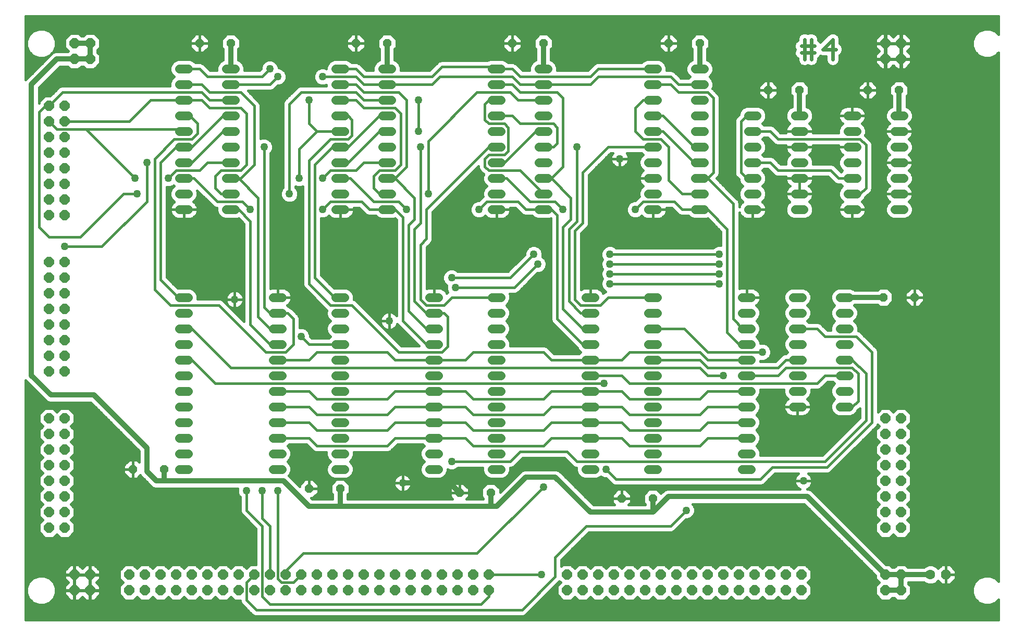
<source format=gtl>
G75*
%MOIN*%
%OFA0B0*%
%FSLAX24Y24*%
%IPPOS*%
%LPD*%
%AMOC8*
5,1,8,0,0,1.08239X$1,22.5*
%
%ADD10C,0.0230*%
%ADD11C,0.0560*%
%ADD12OC8,0.0640*%
%ADD13OC8,0.0560*%
%ADD14OC8,0.0630*%
%ADD15C,0.0630*%
%ADD16C,0.0160*%
%ADD17C,0.0500*%
%ADD18C,0.0320*%
D10*
X054092Y040130D02*
X054092Y041401D01*
X054516Y041401D02*
X054516Y040130D01*
X054727Y040554D02*
X053880Y040554D01*
X053880Y040977D02*
X054516Y040977D01*
X054727Y040977D01*
X055261Y040766D02*
X056109Y040766D01*
X055897Y041401D02*
X055897Y040130D01*
X055261Y040766D02*
X055897Y041401D01*
D11*
X056860Y036515D02*
X057420Y036515D01*
X057420Y035515D02*
X056860Y035515D01*
X056860Y034515D02*
X057420Y034515D01*
X057420Y033515D02*
X056860Y033515D01*
X056860Y032515D02*
X057420Y032515D01*
X057420Y031515D02*
X056860Y031515D01*
X056860Y030515D02*
X057420Y030515D01*
X059860Y030515D02*
X060420Y030515D01*
X060420Y031515D02*
X059860Y031515D01*
X059860Y032515D02*
X060420Y032515D01*
X060420Y033515D02*
X059860Y033515D01*
X059860Y034515D02*
X060420Y034515D01*
X060420Y035515D02*
X059860Y035515D01*
X059860Y036515D02*
X060420Y036515D01*
X054045Y036515D02*
X053485Y036515D01*
X053485Y035515D02*
X054045Y035515D01*
X054045Y034515D02*
X053485Y034515D01*
X053485Y033515D02*
X054045Y033515D01*
X054045Y032515D02*
X053485Y032515D01*
X053485Y031515D02*
X054045Y031515D01*
X054045Y030515D02*
X053485Y030515D01*
X051045Y030515D02*
X050485Y030515D01*
X050485Y031515D02*
X051045Y031515D01*
X051045Y032515D02*
X050485Y032515D01*
X050485Y033515D02*
X051045Y033515D01*
X051045Y034515D02*
X050485Y034515D01*
X050485Y035515D02*
X051045Y035515D01*
X051045Y036515D02*
X050485Y036515D01*
X047670Y036515D02*
X047110Y036515D01*
X047110Y035515D02*
X047670Y035515D01*
X047670Y034515D02*
X047110Y034515D01*
X047110Y033515D02*
X047670Y033515D01*
X047670Y032515D02*
X047110Y032515D01*
X047110Y031515D02*
X047670Y031515D01*
X047670Y030515D02*
X047110Y030515D01*
X044670Y030515D02*
X044110Y030515D01*
X044110Y031515D02*
X044670Y031515D01*
X044670Y032515D02*
X044110Y032515D01*
X044110Y033515D02*
X044670Y033515D01*
X044670Y034515D02*
X044110Y034515D01*
X044110Y035515D02*
X044670Y035515D01*
X044670Y036515D02*
X044110Y036515D01*
X044110Y037515D02*
X044670Y037515D01*
X044670Y038515D02*
X044110Y038515D01*
X044110Y039515D02*
X044670Y039515D01*
X047110Y039515D02*
X047670Y039515D01*
X047670Y038515D02*
X047110Y038515D01*
X047110Y037515D02*
X047670Y037515D01*
X037670Y037515D02*
X037110Y037515D01*
X037110Y036515D02*
X037670Y036515D01*
X037670Y035515D02*
X037110Y035515D01*
X037110Y034515D02*
X037670Y034515D01*
X037670Y033515D02*
X037110Y033515D01*
X037110Y032515D02*
X037670Y032515D01*
X037670Y031515D02*
X037110Y031515D01*
X037110Y030515D02*
X037670Y030515D01*
X034670Y030515D02*
X034110Y030515D01*
X034110Y031515D02*
X034670Y031515D01*
X034670Y032515D02*
X034110Y032515D01*
X034110Y033515D02*
X034670Y033515D01*
X034670Y034515D02*
X034110Y034515D01*
X034110Y035515D02*
X034670Y035515D01*
X034670Y036515D02*
X034110Y036515D01*
X034110Y037515D02*
X034670Y037515D01*
X034670Y038515D02*
X034110Y038515D01*
X034110Y039515D02*
X034670Y039515D01*
X037110Y039515D02*
X037670Y039515D01*
X037670Y038515D02*
X037110Y038515D01*
X027670Y038515D02*
X027110Y038515D01*
X027110Y037515D02*
X027670Y037515D01*
X027670Y036515D02*
X027110Y036515D01*
X027110Y035515D02*
X027670Y035515D01*
X027670Y034515D02*
X027110Y034515D01*
X027110Y033515D02*
X027670Y033515D01*
X027670Y032515D02*
X027110Y032515D01*
X027110Y031515D02*
X027670Y031515D01*
X027670Y030515D02*
X027110Y030515D01*
X024670Y030515D02*
X024110Y030515D01*
X024110Y031515D02*
X024670Y031515D01*
X024670Y032515D02*
X024110Y032515D01*
X024110Y033515D02*
X024670Y033515D01*
X024670Y034515D02*
X024110Y034515D01*
X024110Y035515D02*
X024670Y035515D01*
X024670Y036515D02*
X024110Y036515D01*
X024110Y037515D02*
X024670Y037515D01*
X024670Y038515D02*
X024110Y038515D01*
X024110Y039515D02*
X024670Y039515D01*
X027110Y039515D02*
X027670Y039515D01*
X017670Y039515D02*
X017110Y039515D01*
X017110Y038515D02*
X017670Y038515D01*
X017670Y037515D02*
X017110Y037515D01*
X017110Y036515D02*
X017670Y036515D01*
X017670Y035515D02*
X017110Y035515D01*
X017110Y034515D02*
X017670Y034515D01*
X017670Y033515D02*
X017110Y033515D01*
X017110Y032515D02*
X017670Y032515D01*
X017670Y031515D02*
X017110Y031515D01*
X017110Y030515D02*
X017670Y030515D01*
X014670Y030515D02*
X014110Y030515D01*
X014110Y031515D02*
X014670Y031515D01*
X014670Y032515D02*
X014110Y032515D01*
X014110Y033515D02*
X014670Y033515D01*
X014670Y034515D02*
X014110Y034515D01*
X014110Y035515D02*
X014670Y035515D01*
X014670Y036515D02*
X014110Y036515D01*
X014110Y037515D02*
X014670Y037515D01*
X014670Y038515D02*
X014110Y038515D01*
X014110Y039515D02*
X014670Y039515D01*
X014670Y024890D02*
X014110Y024890D01*
X014110Y023890D02*
X014670Y023890D01*
X014670Y022890D02*
X014110Y022890D01*
X014110Y021890D02*
X014670Y021890D01*
X014670Y020890D02*
X014110Y020890D01*
X014110Y019890D02*
X014670Y019890D01*
X014670Y018890D02*
X014110Y018890D01*
X014110Y017890D02*
X014670Y017890D01*
X014670Y016890D02*
X014110Y016890D01*
X014110Y015890D02*
X014670Y015890D01*
X014670Y014890D02*
X014110Y014890D01*
X014110Y013890D02*
X014670Y013890D01*
X020110Y013890D02*
X020670Y013890D01*
X020670Y014890D02*
X020110Y014890D01*
X020110Y015890D02*
X020670Y015890D01*
X020670Y016890D02*
X020110Y016890D01*
X020110Y017890D02*
X020670Y017890D01*
X020670Y018890D02*
X020110Y018890D01*
X020110Y019890D02*
X020670Y019890D01*
X020670Y020890D02*
X020110Y020890D01*
X020110Y021890D02*
X020670Y021890D01*
X020670Y022890D02*
X020110Y022890D01*
X020110Y023890D02*
X020670Y023890D01*
X020670Y024890D02*
X020110Y024890D01*
X024110Y024890D02*
X024670Y024890D01*
X024670Y023890D02*
X024110Y023890D01*
X024110Y022890D02*
X024670Y022890D01*
X024670Y021890D02*
X024110Y021890D01*
X024110Y020890D02*
X024670Y020890D01*
X024670Y019890D02*
X024110Y019890D01*
X024110Y018890D02*
X024670Y018890D01*
X024670Y017890D02*
X024110Y017890D01*
X024110Y016890D02*
X024670Y016890D01*
X024670Y015890D02*
X024110Y015890D01*
X024110Y014890D02*
X024670Y014890D01*
X024670Y013890D02*
X024110Y013890D01*
X030110Y013890D02*
X030670Y013890D01*
X030670Y014890D02*
X030110Y014890D01*
X030110Y015890D02*
X030670Y015890D01*
X030670Y016890D02*
X030110Y016890D01*
X030110Y017890D02*
X030670Y017890D01*
X030670Y018890D02*
X030110Y018890D01*
X030110Y019890D02*
X030670Y019890D01*
X030670Y020890D02*
X030110Y020890D01*
X030110Y021890D02*
X030670Y021890D01*
X030670Y022890D02*
X030110Y022890D01*
X030110Y023890D02*
X030670Y023890D01*
X030670Y024890D02*
X030110Y024890D01*
X034110Y024890D02*
X034670Y024890D01*
X034670Y023890D02*
X034110Y023890D01*
X034110Y022890D02*
X034670Y022890D01*
X034670Y021890D02*
X034110Y021890D01*
X034110Y020890D02*
X034670Y020890D01*
X034670Y019890D02*
X034110Y019890D01*
X034110Y018890D02*
X034670Y018890D01*
X034670Y017890D02*
X034110Y017890D01*
X034110Y016890D02*
X034670Y016890D01*
X034670Y015890D02*
X034110Y015890D01*
X034110Y014890D02*
X034670Y014890D01*
X034670Y013890D02*
X034110Y013890D01*
X040110Y013890D02*
X040670Y013890D01*
X040670Y014890D02*
X040110Y014890D01*
X040110Y015890D02*
X040670Y015890D01*
X040670Y016890D02*
X040110Y016890D01*
X040110Y017890D02*
X040670Y017890D01*
X040670Y018890D02*
X040110Y018890D01*
X040110Y019890D02*
X040670Y019890D01*
X040670Y020890D02*
X040110Y020890D01*
X040110Y021890D02*
X040670Y021890D01*
X040670Y022890D02*
X040110Y022890D01*
X040110Y023890D02*
X040670Y023890D01*
X040670Y024890D02*
X040110Y024890D01*
X044110Y024890D02*
X044670Y024890D01*
X044670Y023890D02*
X044110Y023890D01*
X044110Y022890D02*
X044670Y022890D01*
X044670Y021890D02*
X044110Y021890D01*
X044110Y020890D02*
X044670Y020890D01*
X044670Y019890D02*
X044110Y019890D01*
X044110Y018890D02*
X044670Y018890D01*
X044670Y017890D02*
X044110Y017890D01*
X044110Y016890D02*
X044670Y016890D01*
X044670Y015890D02*
X044110Y015890D01*
X044110Y014890D02*
X044670Y014890D01*
X044670Y013890D02*
X044110Y013890D01*
X050110Y013890D02*
X050670Y013890D01*
X050670Y014890D02*
X050110Y014890D01*
X050110Y015890D02*
X050670Y015890D01*
X050670Y016890D02*
X050110Y016890D01*
X050110Y017890D02*
X050670Y017890D01*
X050670Y018890D02*
X050110Y018890D01*
X050110Y019890D02*
X050670Y019890D01*
X050670Y020890D02*
X050110Y020890D01*
X050110Y021890D02*
X050670Y021890D01*
X050670Y022890D02*
X050110Y022890D01*
X050110Y023890D02*
X050670Y023890D01*
X050670Y024890D02*
X050110Y024890D01*
X053360Y024890D02*
X053920Y024890D01*
X053920Y023890D02*
X053360Y023890D01*
X053360Y022890D02*
X053920Y022890D01*
X053920Y021890D02*
X053360Y021890D01*
X053360Y020890D02*
X053920Y020890D01*
X053920Y019890D02*
X053360Y019890D01*
X053360Y018890D02*
X053920Y018890D01*
X053920Y017890D02*
X053360Y017890D01*
X056360Y017890D02*
X056920Y017890D01*
X056920Y018890D02*
X056360Y018890D01*
X056360Y019890D02*
X056920Y019890D01*
X056920Y020890D02*
X056360Y020890D01*
X056360Y021890D02*
X056920Y021890D01*
X056920Y022890D02*
X056360Y022890D01*
X056360Y023890D02*
X056920Y023890D01*
X056920Y024890D02*
X056360Y024890D01*
D12*
X059265Y017140D03*
X060265Y017140D03*
X060265Y016140D03*
X059265Y016140D03*
X059265Y015140D03*
X060265Y015140D03*
X060265Y014140D03*
X059265Y014140D03*
X059265Y013140D03*
X060265Y013140D03*
X060265Y012140D03*
X059265Y012140D03*
X059265Y011140D03*
X060265Y011140D03*
X060265Y010140D03*
X059265Y010140D03*
X059265Y007140D03*
X060265Y007140D03*
X060265Y006140D03*
X059265Y006140D03*
X053890Y006140D03*
X053890Y007140D03*
X052890Y007140D03*
X051890Y007140D03*
X051890Y006140D03*
X052890Y006140D03*
X050890Y006140D03*
X049890Y006140D03*
X049890Y007140D03*
X050890Y007140D03*
X048890Y007140D03*
X047890Y007140D03*
X046890Y007140D03*
X046890Y006140D03*
X047890Y006140D03*
X048890Y006140D03*
X045890Y006140D03*
X044890Y006140D03*
X044890Y007140D03*
X045890Y007140D03*
X043890Y007140D03*
X042890Y007140D03*
X041890Y007140D03*
X041890Y006140D03*
X042890Y006140D03*
X043890Y006140D03*
X040890Y006140D03*
X039890Y006140D03*
X039890Y007140D03*
X040890Y007140D03*
X038890Y007140D03*
X038890Y006140D03*
X033890Y006140D03*
X032890Y006140D03*
X032890Y007140D03*
X033890Y007140D03*
X031890Y007140D03*
X030890Y007140D03*
X029890Y007140D03*
X029890Y006140D03*
X030890Y006140D03*
X031890Y006140D03*
X028890Y006140D03*
X027890Y006140D03*
X027890Y007140D03*
X028890Y007140D03*
X026890Y007140D03*
X025890Y007140D03*
X024890Y007140D03*
X024890Y006140D03*
X025890Y006140D03*
X026890Y006140D03*
X023890Y006140D03*
X022890Y006140D03*
X022890Y007140D03*
X023890Y007140D03*
X021890Y007140D03*
X020890Y007140D03*
X019890Y007140D03*
X019890Y006140D03*
X020890Y006140D03*
X021890Y006140D03*
X018890Y006140D03*
X017890Y006140D03*
X017890Y007140D03*
X018890Y007140D03*
X016890Y007140D03*
X015890Y007140D03*
X015890Y006140D03*
X016890Y006140D03*
X014890Y006140D03*
X013890Y006140D03*
X012890Y006140D03*
X012890Y007140D03*
X013890Y007140D03*
X014890Y007140D03*
X011890Y007140D03*
X010890Y007140D03*
X010890Y006140D03*
X011890Y006140D03*
X008390Y006140D03*
X007390Y006140D03*
X007390Y007140D03*
X008390Y007140D03*
X006765Y010140D03*
X005765Y010140D03*
X005765Y011140D03*
X006765Y011140D03*
X006765Y012140D03*
X005765Y012140D03*
X005765Y013140D03*
X006765Y013140D03*
X006765Y014140D03*
X005765Y014140D03*
X005765Y015140D03*
X006765Y015140D03*
X006765Y016140D03*
X005765Y016140D03*
X005765Y017140D03*
X006765Y017140D03*
X006765Y020140D03*
X005765Y020140D03*
X005765Y021140D03*
X006765Y021140D03*
X006765Y022140D03*
X005765Y022140D03*
X005765Y023140D03*
X006765Y023140D03*
X006765Y024140D03*
X005765Y024140D03*
X005765Y025140D03*
X006765Y025140D03*
X006765Y026140D03*
X005765Y026140D03*
X005765Y027140D03*
X006765Y027140D03*
X006765Y030140D03*
X005765Y030140D03*
X005765Y031140D03*
X006765Y031140D03*
X006765Y032140D03*
X005765Y032140D03*
X005765Y033140D03*
X006765Y033140D03*
X006765Y034140D03*
X005765Y034140D03*
X005765Y035140D03*
X006765Y035140D03*
X006765Y036140D03*
X005765Y036140D03*
X005765Y037140D03*
X006765Y037140D03*
X007390Y040140D03*
X008390Y040140D03*
X008390Y041140D03*
X007390Y041140D03*
X059265Y041140D03*
X060265Y041140D03*
X060265Y040140D03*
X059265Y040140D03*
D13*
X060140Y038140D03*
X058140Y038140D03*
X053765Y038140D03*
X051765Y038140D03*
X047390Y041140D03*
X045390Y041140D03*
X037390Y041140D03*
X035390Y041140D03*
X027390Y041140D03*
X025390Y041140D03*
X017390Y041140D03*
X015390Y041140D03*
X013140Y013890D03*
X011140Y013890D03*
X022390Y012640D03*
X024390Y012640D03*
X032015Y012390D03*
X034015Y012390D03*
X042390Y012015D03*
X044390Y012015D03*
X059140Y024890D03*
X061140Y024890D03*
D14*
X063140Y007140D03*
D15*
X062140Y007140D03*
D16*
X004270Y004270D02*
X004270Y019581D01*
X004368Y019483D01*
X005483Y018368D01*
X005618Y018233D01*
X005795Y018160D01*
X008441Y018160D01*
X011535Y015066D01*
X011535Y014344D01*
X011389Y014490D01*
X011140Y014490D01*
X011140Y013890D01*
X011140Y013890D01*
X011140Y013290D01*
X011389Y013290D01*
X011603Y013505D01*
X011608Y013493D01*
X011743Y013358D01*
X012368Y012733D01*
X012545Y012660D01*
X017833Y012660D01*
X017820Y012628D01*
X017820Y012402D01*
X017907Y012192D01*
X017990Y012109D01*
X017990Y011185D01*
X018051Y011038D01*
X018990Y010099D01*
X018990Y007780D01*
X018625Y007780D01*
X018390Y007545D01*
X018155Y007780D01*
X017625Y007780D01*
X017390Y007545D01*
X017155Y007780D01*
X016625Y007780D01*
X016390Y007545D01*
X016155Y007780D01*
X015625Y007780D01*
X015390Y007545D01*
X015155Y007780D01*
X014625Y007780D01*
X014390Y007545D01*
X014155Y007780D01*
X013625Y007780D01*
X013390Y007545D01*
X013155Y007780D01*
X012625Y007780D01*
X012390Y007545D01*
X012155Y007780D01*
X011625Y007780D01*
X011390Y007545D01*
X011155Y007780D01*
X010625Y007780D01*
X010250Y007405D01*
X010250Y006875D01*
X010485Y006640D01*
X010250Y006405D01*
X010250Y005875D01*
X010625Y005500D01*
X011155Y005500D01*
X011390Y005735D01*
X011625Y005500D01*
X012155Y005500D01*
X012390Y005735D01*
X012625Y005500D01*
X013155Y005500D01*
X013390Y005735D01*
X013625Y005500D01*
X014155Y005500D01*
X014390Y005735D01*
X014625Y005500D01*
X015155Y005500D01*
X015390Y005735D01*
X015625Y005500D01*
X016155Y005500D01*
X016390Y005735D01*
X016625Y005500D01*
X017155Y005500D01*
X017390Y005735D01*
X017625Y005500D01*
X017990Y005500D01*
X017990Y005435D01*
X018051Y005288D01*
X018676Y004663D01*
X018788Y004551D01*
X018935Y004490D01*
X036095Y004490D01*
X036242Y004551D01*
X038367Y006676D01*
X038408Y006717D01*
X038485Y006640D01*
X038250Y006405D01*
X038250Y005875D01*
X038625Y005500D01*
X039155Y005500D01*
X039390Y005735D01*
X039625Y005500D01*
X040155Y005500D01*
X040390Y005735D01*
X040625Y005500D01*
X041155Y005500D01*
X041390Y005735D01*
X041625Y005500D01*
X042155Y005500D01*
X042390Y005735D01*
X042625Y005500D01*
X043155Y005500D01*
X043390Y005735D01*
X043625Y005500D01*
X044155Y005500D01*
X044390Y005735D01*
X044625Y005500D01*
X045155Y005500D01*
X045390Y005735D01*
X045625Y005500D01*
X046155Y005500D01*
X046390Y005735D01*
X046625Y005500D01*
X047155Y005500D01*
X047390Y005735D01*
X047625Y005500D01*
X048155Y005500D01*
X048390Y005735D01*
X048625Y005500D01*
X049155Y005500D01*
X049390Y005735D01*
X049625Y005500D01*
X050155Y005500D01*
X050390Y005735D01*
X050625Y005500D01*
X051155Y005500D01*
X051390Y005735D01*
X051625Y005500D01*
X052155Y005500D01*
X052390Y005735D01*
X052625Y005500D01*
X053155Y005500D01*
X053390Y005735D01*
X053625Y005500D01*
X054155Y005500D01*
X054530Y005875D01*
X054530Y006405D01*
X054295Y006640D01*
X054530Y006875D01*
X054530Y007405D01*
X054155Y007780D01*
X053625Y007780D01*
X053390Y007545D01*
X053155Y007780D01*
X052625Y007780D01*
X052390Y007545D01*
X052155Y007780D01*
X051625Y007780D01*
X051390Y007545D01*
X051155Y007780D01*
X050625Y007780D01*
X050390Y007545D01*
X050155Y007780D01*
X049625Y007780D01*
X049390Y007545D01*
X049155Y007780D01*
X048625Y007780D01*
X048390Y007545D01*
X048155Y007780D01*
X047625Y007780D01*
X047390Y007545D01*
X047155Y007780D01*
X046625Y007780D01*
X046390Y007545D01*
X046155Y007780D01*
X045625Y007780D01*
X045390Y007545D01*
X045155Y007780D01*
X044625Y007780D01*
X044390Y007545D01*
X044155Y007780D01*
X043625Y007780D01*
X043390Y007545D01*
X043155Y007780D01*
X042625Y007780D01*
X042390Y007545D01*
X042155Y007780D01*
X041625Y007780D01*
X041390Y007545D01*
X041155Y007780D01*
X040625Y007780D01*
X040390Y007545D01*
X040155Y007780D01*
X039625Y007780D01*
X039390Y007545D01*
X039155Y007780D01*
X038625Y007780D01*
X038540Y007695D01*
X038540Y008099D01*
X040306Y009865D01*
X045595Y009865D01*
X045742Y009926D01*
X046511Y010695D01*
X046628Y010695D01*
X046838Y010782D01*
X046998Y010942D01*
X047085Y011152D01*
X047085Y011378D01*
X046998Y011588D01*
X046926Y011660D01*
X054066Y011660D01*
X058625Y007101D01*
X058625Y006875D01*
X058860Y006640D01*
X058625Y006405D01*
X058625Y005875D01*
X059000Y005500D01*
X059530Y005500D01*
X059690Y005660D01*
X059840Y005660D01*
X060000Y005500D01*
X060530Y005500D01*
X060905Y005875D01*
X060905Y006405D01*
X060745Y006565D01*
X060745Y006660D01*
X061722Y006660D01*
X061780Y006602D01*
X062014Y006505D01*
X062266Y006505D01*
X062500Y006602D01*
X062640Y006742D01*
X062877Y006505D01*
X063140Y006505D01*
X063403Y006505D01*
X063775Y006877D01*
X063775Y007140D01*
X063775Y007403D01*
X063403Y007775D01*
X063140Y007775D01*
X063140Y007140D01*
X063140Y007140D01*
X063775Y007140D01*
X063140Y007140D01*
X063140Y007140D01*
X063140Y007775D01*
X062877Y007775D01*
X062640Y007538D01*
X062500Y007678D01*
X062266Y007775D01*
X062014Y007775D01*
X061780Y007678D01*
X061722Y007620D01*
X060690Y007620D01*
X060530Y007780D01*
X060000Y007780D01*
X059840Y007620D01*
X059690Y007620D01*
X059530Y007780D01*
X059304Y007780D01*
X054672Y012412D01*
X054537Y012547D01*
X054360Y012620D01*
X054250Y012620D01*
X054314Y012652D01*
X054386Y012705D01*
X054450Y012769D01*
X054503Y012841D01*
X054543Y012921D01*
X054571Y013007D01*
X054585Y013095D01*
X054585Y013140D01*
X054585Y013185D01*
X054571Y013273D01*
X054543Y013359D01*
X054503Y013439D01*
X054450Y013511D01*
X054386Y013575D01*
X054331Y013615D01*
X055595Y013615D01*
X055742Y013676D01*
X058729Y016663D01*
X058761Y016739D01*
X058860Y016640D01*
X058625Y016405D01*
X058625Y015875D01*
X058860Y015640D01*
X058625Y015405D01*
X058625Y014875D01*
X058860Y014640D01*
X058625Y014405D01*
X058625Y013875D01*
X058860Y013640D01*
X058625Y013405D01*
X058625Y012875D01*
X058860Y012640D01*
X058625Y012405D01*
X058625Y011875D01*
X058860Y011640D01*
X058625Y011405D01*
X058625Y010875D01*
X058860Y010640D01*
X058625Y010405D01*
X058625Y009875D01*
X059000Y009500D01*
X059530Y009500D01*
X059765Y009735D01*
X060000Y009500D01*
X060530Y009500D01*
X060905Y009875D01*
X060905Y010405D01*
X060670Y010640D01*
X060905Y010875D01*
X060905Y011405D01*
X060670Y011640D01*
X060905Y011875D01*
X060905Y012405D01*
X060670Y012640D01*
X060905Y012875D01*
X060905Y013405D01*
X060670Y013640D01*
X060905Y013875D01*
X060905Y014405D01*
X060670Y014640D01*
X060905Y014875D01*
X060905Y015405D01*
X060670Y015640D01*
X060905Y015875D01*
X060905Y016405D01*
X060670Y016640D01*
X060905Y016875D01*
X060905Y017405D01*
X060530Y017780D01*
X060000Y017780D01*
X059765Y017545D01*
X059530Y017780D01*
X059000Y017780D01*
X058790Y017570D01*
X058790Y021470D01*
X058729Y021617D01*
X057729Y022617D01*
X057617Y022729D01*
X057519Y022769D01*
X057520Y022771D01*
X057520Y023009D01*
X057429Y023230D01*
X057269Y023390D01*
X057429Y023550D01*
X057520Y023771D01*
X057520Y024009D01*
X057429Y024230D01*
X057269Y024390D01*
X057289Y024410D01*
X058771Y024410D01*
X058891Y024290D01*
X059389Y024290D01*
X059740Y024641D01*
X059740Y025139D01*
X059389Y025490D01*
X058891Y025490D01*
X058771Y025370D01*
X057289Y025370D01*
X057260Y025399D01*
X057039Y025490D01*
X056241Y025490D01*
X056020Y025399D01*
X055851Y025230D01*
X055760Y025009D01*
X055760Y024771D01*
X055851Y024550D01*
X056011Y024390D01*
X055851Y024230D01*
X055760Y024009D01*
X055760Y023771D01*
X055851Y023550D01*
X056011Y023390D01*
X055851Y023230D01*
X055760Y023009D01*
X055760Y022790D01*
X055556Y022790D01*
X055229Y023117D01*
X055117Y023229D01*
X054970Y023290D01*
X054369Y023290D01*
X054269Y023390D01*
X054429Y023550D01*
X054520Y023771D01*
X054520Y024009D01*
X054429Y024230D01*
X054269Y024390D01*
X054429Y024550D01*
X054520Y024771D01*
X054520Y025009D01*
X054429Y025230D01*
X054260Y025399D01*
X054039Y025490D01*
X053241Y025490D01*
X053020Y025399D01*
X052851Y025230D01*
X052760Y025009D01*
X052760Y024771D01*
X052851Y024550D01*
X053011Y024390D01*
X052851Y024230D01*
X052760Y024009D01*
X052760Y023771D01*
X052851Y023550D01*
X053011Y023390D01*
X052851Y023230D01*
X052760Y023009D01*
X052760Y022771D01*
X052851Y022550D01*
X053011Y022390D01*
X052851Y022230D01*
X052760Y022009D01*
X052760Y021771D01*
X052851Y021550D01*
X053011Y021390D01*
X052911Y021290D01*
X052810Y021290D01*
X052663Y021229D01*
X052551Y021117D01*
X052224Y020790D01*
X051270Y020790D01*
X051270Y020823D01*
X051277Y020820D01*
X051503Y020820D01*
X051713Y020907D01*
X051873Y021067D01*
X051960Y021277D01*
X051960Y021503D01*
X051873Y021713D01*
X051713Y021873D01*
X051503Y021960D01*
X051277Y021960D01*
X051270Y021957D01*
X051270Y022009D01*
X051179Y022230D01*
X051019Y022390D01*
X051179Y022550D01*
X051270Y022771D01*
X051270Y023009D01*
X051179Y023230D01*
X051019Y023390D01*
X051179Y023550D01*
X051270Y023771D01*
X051270Y024009D01*
X051179Y024230D01*
X051012Y024397D01*
X051061Y024432D01*
X051128Y024499D01*
X051183Y024576D01*
X051226Y024660D01*
X051255Y024749D01*
X051270Y024843D01*
X051270Y024890D01*
X051270Y024937D01*
X051255Y025030D01*
X051226Y025120D01*
X051183Y025204D01*
X051128Y025281D01*
X051061Y025348D01*
X050984Y025403D01*
X050900Y025446D01*
X050810Y025475D01*
X050717Y025490D01*
X050390Y025490D01*
X050390Y024890D01*
X050390Y024890D01*
X051270Y024890D01*
X050390Y024890D01*
X050390Y024890D01*
X050390Y025490D01*
X050063Y025490D01*
X049969Y025475D01*
X049915Y025458D01*
X049915Y030328D01*
X049929Y030285D01*
X049972Y030201D01*
X049915Y030201D01*
X049972Y030201D02*
X050027Y030124D01*
X050094Y030057D01*
X050171Y030002D01*
X050255Y029959D01*
X050344Y029930D01*
X050438Y029915D01*
X050765Y029915D01*
X051092Y029915D01*
X051185Y029930D01*
X051275Y029959D01*
X051359Y030002D01*
X051436Y030057D01*
X051503Y030124D01*
X051558Y030201D01*
X052966Y030201D01*
X052976Y030175D02*
X052885Y030396D01*
X052885Y030634D01*
X052976Y030855D01*
X053143Y031022D01*
X053094Y031057D01*
X053027Y031124D01*
X052972Y031201D01*
X052929Y031285D01*
X052900Y031374D01*
X052885Y031468D01*
X052885Y031515D01*
X053765Y031515D01*
X053765Y031515D01*
X053765Y031915D01*
X053765Y032515D01*
X054645Y032515D01*
X054645Y032562D01*
X054637Y032615D01*
X055599Y032615D01*
X056038Y032176D01*
X056185Y032115D01*
X056411Y032115D01*
X056511Y032015D01*
X056351Y031855D01*
X056260Y031634D01*
X056260Y031396D01*
X056351Y031175D01*
X056518Y031008D01*
X056469Y030973D01*
X056402Y030906D01*
X056347Y030829D01*
X056304Y030745D01*
X056275Y030655D01*
X056260Y030562D01*
X056260Y030515D01*
X057140Y030515D01*
X058020Y030515D01*
X058020Y030562D01*
X058005Y030655D01*
X057976Y030745D01*
X057933Y030829D01*
X057878Y030906D01*
X057811Y030973D01*
X057762Y031008D01*
X057929Y031175D01*
X057973Y031282D01*
X057979Y031288D01*
X058354Y031663D01*
X058415Y031810D01*
X058415Y034720D01*
X058354Y034867D01*
X058242Y034979D01*
X057963Y035258D01*
X058020Y035396D01*
X058020Y035634D01*
X057929Y035855D01*
X057762Y036022D01*
X057811Y036057D01*
X057878Y036124D01*
X057933Y036201D01*
X057976Y036285D01*
X058005Y036374D01*
X058020Y036468D01*
X058020Y036515D01*
X058020Y036562D01*
X058005Y036655D01*
X057976Y036745D01*
X057933Y036829D01*
X057878Y036906D01*
X057811Y036973D01*
X057734Y037028D01*
X057650Y037071D01*
X057560Y037100D01*
X057467Y037115D01*
X057140Y037115D01*
X057140Y036515D01*
X057140Y036515D01*
X058020Y036515D01*
X057140Y036515D01*
X057140Y036515D01*
X057140Y036515D01*
X056260Y036515D01*
X056260Y036562D01*
X056275Y036655D01*
X056304Y036745D01*
X056347Y036829D01*
X056402Y036906D01*
X056469Y036973D01*
X056546Y037028D01*
X056630Y037071D01*
X056719Y037100D01*
X056813Y037115D01*
X057140Y037115D01*
X057140Y036515D01*
X056260Y036515D01*
X056260Y036468D01*
X056275Y036374D01*
X056304Y036285D01*
X056347Y036201D01*
X056402Y036124D01*
X056469Y036057D01*
X056518Y036022D01*
X056351Y035855D01*
X056260Y035634D01*
X056260Y035415D01*
X054637Y035415D01*
X054645Y035468D01*
X054645Y035515D01*
X054645Y035562D01*
X054630Y035655D01*
X054601Y035745D01*
X054558Y035829D01*
X054503Y035906D01*
X054436Y035973D01*
X054387Y036008D01*
X054554Y036175D01*
X054645Y036396D01*
X054645Y036634D01*
X054554Y036855D01*
X054385Y037024D01*
X054245Y037082D01*
X054245Y037771D01*
X054365Y037891D01*
X054365Y038389D01*
X054014Y038740D01*
X053516Y038740D01*
X053165Y038389D01*
X053165Y037891D01*
X053285Y037771D01*
X053285Y037082D01*
X053145Y037024D01*
X052976Y036855D01*
X052885Y036634D01*
X052885Y036396D01*
X052976Y036175D01*
X053143Y036008D01*
X053094Y035973D01*
X053027Y035906D01*
X052972Y035829D01*
X052929Y035745D01*
X052900Y035655D01*
X052885Y035562D01*
X052885Y035515D01*
X053765Y035515D01*
X054645Y035515D01*
X053765Y035515D01*
X053765Y035515D01*
X053765Y035515D01*
X052885Y035515D01*
X052885Y035468D01*
X052893Y035415D01*
X052556Y035415D01*
X052117Y035854D01*
X051970Y035915D01*
X051494Y035915D01*
X051394Y036015D01*
X051554Y036175D01*
X051645Y036396D01*
X051645Y036634D01*
X051554Y036855D01*
X051385Y037024D01*
X051164Y037115D01*
X050366Y037115D01*
X050145Y037024D01*
X049976Y036855D01*
X049885Y036634D01*
X049885Y036576D01*
X049676Y036367D01*
X049615Y036220D01*
X049615Y032810D01*
X049676Y032663D01*
X049788Y032551D01*
X049885Y032454D01*
X049885Y032396D01*
X049976Y032175D01*
X050136Y032015D01*
X049976Y031855D01*
X049885Y031634D01*
X049885Y031396D01*
X049976Y031175D01*
X050143Y031008D01*
X050094Y030973D01*
X050027Y030906D01*
X049972Y030829D01*
X049929Y030745D01*
X049915Y030702D01*
X049915Y030970D01*
X049854Y031117D01*
X049742Y031229D01*
X048456Y032515D01*
X048492Y032551D01*
X048604Y032663D01*
X048665Y032810D01*
X048665Y037720D01*
X048604Y037867D01*
X048229Y038242D01*
X048213Y038258D01*
X048270Y038396D01*
X048270Y038634D01*
X048179Y038855D01*
X048019Y039015D01*
X048179Y039175D01*
X048270Y039396D01*
X048270Y039634D01*
X048179Y039855D01*
X048010Y040024D01*
X047870Y040082D01*
X047870Y040771D01*
X047990Y040891D01*
X047990Y041389D01*
X047639Y041740D01*
X047141Y041740D01*
X046790Y041389D01*
X046790Y040891D01*
X046910Y040771D01*
X046910Y040082D01*
X046770Y040024D01*
X046601Y039855D01*
X046510Y039634D01*
X046510Y039396D01*
X046601Y039175D01*
X046761Y039015D01*
X046661Y038915D01*
X046181Y038915D01*
X045854Y039242D01*
X045742Y039354D01*
X045595Y039415D01*
X045270Y039415D01*
X045270Y039634D01*
X045179Y039855D01*
X045010Y040024D01*
X044789Y040115D01*
X043991Y040115D01*
X043770Y040024D01*
X043661Y039915D01*
X040810Y039915D01*
X040663Y039854D01*
X040224Y039415D01*
X038270Y039415D01*
X038270Y039634D01*
X038179Y039855D01*
X038010Y040024D01*
X037870Y040082D01*
X037870Y040771D01*
X037990Y040891D01*
X037990Y041389D01*
X037639Y041740D01*
X037141Y041740D01*
X036790Y041389D01*
X036790Y040891D01*
X036910Y040771D01*
X036910Y040082D01*
X036770Y040024D01*
X036601Y039855D01*
X036510Y039634D01*
X036510Y039415D01*
X036056Y039415D01*
X035729Y039742D01*
X035617Y039854D01*
X035470Y039915D01*
X035119Y039915D01*
X035010Y040024D01*
X034789Y040115D01*
X033991Y040115D01*
X033810Y040040D01*
X030810Y040040D01*
X030663Y039979D01*
X030099Y039415D01*
X028270Y039415D01*
X028270Y039634D01*
X028179Y039855D01*
X028010Y040024D01*
X027870Y040082D01*
X027870Y040771D01*
X027990Y040891D01*
X027990Y041389D01*
X027639Y041740D01*
X027141Y041740D01*
X026790Y041389D01*
X026790Y040891D01*
X026910Y040771D01*
X026910Y040082D01*
X026770Y040024D01*
X026601Y039855D01*
X026510Y039634D01*
X026510Y039415D01*
X026056Y039415D01*
X025729Y039742D01*
X025617Y039854D01*
X025470Y039915D01*
X025119Y039915D01*
X025010Y040024D01*
X024789Y040115D01*
X023991Y040115D01*
X023770Y040024D01*
X023601Y039855D01*
X023510Y039634D01*
X023510Y039530D01*
X023378Y039585D01*
X023152Y039585D01*
X022942Y039498D01*
X022782Y039338D01*
X022695Y039128D01*
X022695Y038902D01*
X022782Y038692D01*
X022942Y038532D01*
X023152Y038445D01*
X023378Y038445D01*
X023510Y038500D01*
X023510Y038415D01*
X021810Y038415D01*
X021663Y038354D01*
X020913Y037604D01*
X020801Y037492D01*
X019104Y037492D01*
X019229Y037367D02*
X018481Y038115D01*
X019970Y038115D01*
X020117Y038176D01*
X020229Y038288D01*
X020386Y038445D01*
X020503Y038445D01*
X020713Y038532D01*
X020873Y038692D01*
X020960Y038902D01*
X020960Y039128D01*
X020873Y039338D01*
X020713Y039498D01*
X020503Y039585D01*
X020460Y039585D01*
X020460Y039628D01*
X020373Y039838D01*
X020213Y039998D01*
X020003Y040085D01*
X019777Y040085D01*
X019567Y039998D01*
X019407Y039838D01*
X019320Y039628D01*
X019320Y039511D01*
X019224Y039415D01*
X018270Y039415D01*
X018270Y039634D01*
X018179Y039855D01*
X018010Y040024D01*
X017870Y040082D01*
X017870Y040771D01*
X017990Y040891D01*
X017990Y041389D01*
X017639Y041740D01*
X017141Y041740D01*
X016790Y041389D01*
X016790Y040891D01*
X016910Y040771D01*
X016910Y040082D01*
X016770Y040024D01*
X016601Y039855D01*
X016510Y039634D01*
X016510Y039415D01*
X016056Y039415D01*
X015617Y039854D01*
X015470Y039915D01*
X015119Y039915D01*
X015010Y040024D01*
X014789Y040115D01*
X013991Y040115D01*
X013770Y040024D01*
X013601Y039855D01*
X013510Y039634D01*
X013510Y039396D01*
X013601Y039175D01*
X013761Y039015D01*
X013601Y038855D01*
X013510Y038634D01*
X013510Y038415D01*
X006560Y038415D01*
X006413Y038354D01*
X005839Y037780D01*
X005500Y037780D01*
X005125Y037405D01*
X005125Y037316D01*
X005120Y037311D01*
X005120Y038316D01*
X006464Y039660D01*
X006965Y039660D01*
X007125Y039500D01*
X007655Y039500D01*
X007815Y039660D01*
X007965Y039660D01*
X008125Y039500D01*
X008655Y039500D01*
X009030Y039875D01*
X009030Y040405D01*
X008870Y040565D01*
X008870Y040715D01*
X009030Y040875D01*
X009030Y041405D01*
X008655Y041780D01*
X008125Y041780D01*
X007965Y041620D01*
X007815Y041620D01*
X007655Y041780D01*
X007125Y041780D01*
X006750Y041405D01*
X006750Y040875D01*
X006985Y040640D01*
X006965Y040620D01*
X006170Y040620D01*
X005993Y040547D01*
X005858Y040412D01*
X004270Y038824D01*
X004270Y042880D01*
X066502Y042880D01*
X066502Y041718D01*
X066292Y041928D01*
X065950Y042070D01*
X065580Y042070D01*
X065238Y041928D01*
X064977Y041667D01*
X064835Y041325D01*
X064835Y040955D01*
X064977Y040613D01*
X065238Y040352D01*
X065580Y040210D01*
X065950Y040210D01*
X066292Y040352D01*
X066502Y040562D01*
X066502Y006718D01*
X066292Y006928D01*
X065950Y007070D01*
X065580Y007070D01*
X065238Y006928D01*
X064977Y006667D01*
X064835Y006325D01*
X064835Y005955D01*
X064977Y005613D01*
X065238Y005352D01*
X065580Y005210D01*
X065950Y005210D01*
X066292Y005352D01*
X066502Y005562D01*
X066502Y004270D01*
X004270Y004270D01*
X004270Y004366D02*
X066502Y004366D01*
X066502Y004524D02*
X036177Y004524D01*
X036373Y004683D02*
X066502Y004683D01*
X066502Y004841D02*
X036532Y004841D01*
X036690Y005000D02*
X066502Y005000D01*
X066502Y005158D02*
X036849Y005158D01*
X037007Y005317D02*
X065323Y005317D01*
X065115Y005475D02*
X037166Y005475D01*
X037324Y005634D02*
X038491Y005634D01*
X038333Y005792D02*
X037483Y005792D01*
X037641Y005951D02*
X038250Y005951D01*
X038250Y006109D02*
X037800Y006109D01*
X037958Y006268D02*
X038250Y006268D01*
X038271Y006426D02*
X038117Y006426D01*
X038275Y006585D02*
X038429Y006585D01*
X038140Y007015D02*
X038140Y008265D01*
X040140Y010265D01*
X045515Y010265D01*
X046515Y011265D01*
X046920Y010864D02*
X054862Y010864D01*
X054704Y011023D02*
X047032Y011023D01*
X047085Y011181D02*
X054545Y011181D01*
X054387Y011340D02*
X047085Y011340D01*
X047035Y011498D02*
X054228Y011498D01*
X054070Y011657D02*
X046930Y011657D01*
X046654Y010706D02*
X055021Y010706D01*
X055179Y010547D02*
X046363Y010547D01*
X046204Y010389D02*
X055338Y010389D01*
X055496Y010230D02*
X046046Y010230D01*
X045887Y010072D02*
X055655Y010072D01*
X055813Y009913D02*
X045710Y009913D01*
X043910Y011620D02*
X042844Y011620D01*
X042990Y011766D01*
X042990Y012015D01*
X042990Y012264D01*
X042639Y012615D01*
X042390Y012615D01*
X042390Y012015D01*
X042990Y012015D01*
X042390Y012015D01*
X042390Y012015D01*
X042390Y012015D01*
X042390Y012015D01*
X041790Y012015D01*
X041790Y012264D01*
X042141Y012615D01*
X042390Y012615D01*
X042390Y012015D01*
X041790Y012015D01*
X041790Y011766D01*
X041936Y011620D01*
X040589Y011620D01*
X038547Y013662D01*
X038412Y013797D01*
X038235Y013870D01*
X036170Y013870D01*
X035993Y013797D01*
X034615Y012419D01*
X034615Y012639D01*
X034264Y012990D01*
X033766Y012990D01*
X033415Y012639D01*
X033415Y012141D01*
X033535Y012021D01*
X033535Y011995D01*
X032469Y011995D01*
X032615Y012141D01*
X032615Y012390D01*
X032615Y012639D01*
X032264Y012990D01*
X032015Y012990D01*
X032015Y012390D01*
X032015Y012390D01*
X032615Y012390D01*
X032015Y012390D01*
X032015Y012390D01*
X032015Y012390D01*
X031415Y012390D01*
X031415Y012639D01*
X031766Y012990D01*
X032015Y012990D01*
X032015Y012390D01*
X031415Y012390D01*
X031415Y012141D01*
X031561Y011995D01*
X024870Y011995D01*
X024870Y012271D01*
X024990Y012391D01*
X024990Y012889D01*
X024639Y013240D01*
X024141Y013240D01*
X023790Y012889D01*
X023790Y012391D01*
X023910Y012271D01*
X023910Y011995D01*
X022589Y011995D01*
X022544Y012040D01*
X022639Y012040D01*
X022990Y012391D01*
X022990Y012640D01*
X022990Y012889D01*
X022639Y013240D01*
X022390Y013240D01*
X022390Y012640D01*
X022390Y012640D01*
X022990Y012640D01*
X022390Y012640D01*
X022390Y012640D01*
X022390Y013240D01*
X022141Y013240D01*
X021790Y012889D01*
X021790Y012794D01*
X021172Y013412D01*
X021106Y013478D01*
X021179Y013550D01*
X021270Y013771D01*
X021270Y014009D01*
X021179Y014230D01*
X021019Y014390D01*
X021179Y014550D01*
X021270Y014771D01*
X021270Y015009D01*
X021179Y015230D01*
X021019Y015390D01*
X021119Y015490D01*
X022224Y015490D01*
X022551Y015163D01*
X022663Y015051D01*
X022810Y014990D01*
X023510Y014990D01*
X023510Y014771D01*
X023601Y014550D01*
X023761Y014390D01*
X023601Y014230D01*
X023510Y014009D01*
X023510Y013771D01*
X023601Y013550D01*
X023770Y013381D01*
X023991Y013290D01*
X024789Y013290D01*
X025010Y013381D01*
X025179Y013550D01*
X025270Y013771D01*
X025270Y014009D01*
X025179Y014230D01*
X025019Y014390D01*
X025179Y014550D01*
X025270Y014771D01*
X025270Y014990D01*
X027470Y014990D01*
X027617Y015051D01*
X028056Y015490D01*
X029661Y015490D01*
X029761Y015390D01*
X029601Y015230D01*
X029510Y015009D01*
X029510Y014771D01*
X029601Y014550D01*
X029761Y014390D01*
X029601Y014230D01*
X029510Y014009D01*
X029510Y013771D01*
X029601Y013550D01*
X029770Y013381D01*
X029991Y013290D01*
X030789Y013290D01*
X031010Y013381D01*
X031179Y013550D01*
X031270Y013771D01*
X031270Y013875D01*
X031402Y013820D01*
X031628Y013820D01*
X031838Y013907D01*
X031921Y013990D01*
X033510Y013990D01*
X033510Y013771D01*
X033601Y013550D01*
X033770Y013381D01*
X033991Y013290D01*
X034789Y013290D01*
X035010Y013381D01*
X035179Y013550D01*
X035270Y013771D01*
X035270Y013990D01*
X035345Y013990D01*
X035492Y014051D01*
X035604Y014163D01*
X036056Y014615D01*
X038724Y014615D01*
X039288Y014051D01*
X039435Y013990D01*
X039510Y013990D01*
X039510Y013771D01*
X039601Y013550D01*
X039770Y013381D01*
X039991Y013290D01*
X040789Y013290D01*
X041010Y013381D01*
X041051Y013423D01*
X041067Y013407D01*
X041277Y013320D01*
X041394Y013320D01*
X041676Y013038D01*
X041788Y012926D01*
X041935Y012865D01*
X051345Y012865D01*
X051492Y012926D01*
X052181Y013615D01*
X053699Y013615D01*
X053644Y013575D01*
X053580Y013511D01*
X053527Y013439D01*
X053487Y013359D01*
X053459Y013273D01*
X053445Y013185D01*
X053445Y013140D01*
X054015Y013140D01*
X054585Y013140D01*
X054015Y013140D01*
X054015Y013140D01*
X054015Y013140D01*
X053445Y013140D01*
X053445Y013095D01*
X053459Y013007D01*
X053487Y012921D01*
X053527Y012841D01*
X053580Y012769D01*
X053644Y012705D01*
X053716Y012652D01*
X053780Y012620D01*
X045295Y012620D01*
X045118Y012547D01*
X044912Y012341D01*
X044639Y012615D01*
X044141Y012615D01*
X043790Y012264D01*
X043790Y011766D01*
X043910Y011646D01*
X043910Y011620D01*
X043900Y011657D02*
X042880Y011657D01*
X042990Y011815D02*
X043790Y011815D01*
X043790Y011974D02*
X042990Y011974D01*
X042990Y012132D02*
X043790Y012132D01*
X043817Y012291D02*
X042963Y012291D01*
X042805Y012449D02*
X043975Y012449D01*
X044134Y012608D02*
X042646Y012608D01*
X042390Y012608D02*
X042390Y012608D01*
X042390Y012449D02*
X042390Y012449D01*
X042390Y012291D02*
X042390Y012291D01*
X042390Y012132D02*
X042390Y012132D01*
X041975Y012449D02*
X039760Y012449D01*
X039918Y012291D02*
X041817Y012291D01*
X041790Y012132D02*
X040077Y012132D01*
X040235Y011974D02*
X041790Y011974D01*
X041790Y011815D02*
X040394Y011815D01*
X040552Y011657D02*
X041900Y011657D01*
X042134Y012608D02*
X039601Y012608D01*
X039443Y012766D02*
X053583Y012766D01*
X053486Y012925D02*
X051488Y012925D01*
X051649Y013083D02*
X053447Y013083D01*
X053454Y013242D02*
X051807Y013242D01*
X051966Y013400D02*
X053508Y013400D01*
X053627Y013559D02*
X052124Y013559D01*
X052015Y014015D02*
X055515Y014015D01*
X058390Y016890D01*
X058390Y021390D01*
X057390Y022390D01*
X055390Y022390D01*
X054890Y022890D01*
X053640Y022890D01*
X053007Y023386D02*
X051023Y023386D01*
X051173Y023544D02*
X052857Y023544D01*
X052788Y023703D02*
X051242Y023703D01*
X051270Y023861D02*
X052760Y023861D01*
X052764Y024020D02*
X051266Y024020D01*
X051200Y024178D02*
X052830Y024178D01*
X052958Y024337D02*
X051072Y024337D01*
X051124Y024495D02*
X052906Y024495D01*
X052809Y024654D02*
X051223Y024654D01*
X051265Y024812D02*
X052760Y024812D01*
X052760Y024971D02*
X051265Y024971D01*
X051222Y025129D02*
X052810Y025129D01*
X052909Y025288D02*
X051121Y025288D01*
X050900Y025446D02*
X053135Y025446D01*
X054145Y025446D02*
X056135Y025446D01*
X055909Y025288D02*
X054371Y025288D01*
X054470Y025129D02*
X055810Y025129D01*
X055760Y024971D02*
X054520Y024971D01*
X054520Y024812D02*
X055760Y024812D01*
X055809Y024654D02*
X054471Y024654D01*
X054374Y024495D02*
X055906Y024495D01*
X055958Y024337D02*
X054322Y024337D01*
X054450Y024178D02*
X055830Y024178D01*
X055764Y024020D02*
X054516Y024020D01*
X054520Y023861D02*
X055760Y023861D01*
X055788Y023703D02*
X054492Y023703D01*
X054423Y023544D02*
X055857Y023544D01*
X056007Y023386D02*
X054273Y023386D01*
X055119Y023227D02*
X055850Y023227D01*
X055785Y023069D02*
X055277Y023069D01*
X055436Y022910D02*
X055760Y022910D01*
X057273Y023386D02*
X066502Y023386D01*
X066502Y023544D02*
X057423Y023544D01*
X057492Y023703D02*
X066502Y023703D01*
X066502Y023861D02*
X057520Y023861D01*
X057516Y024020D02*
X066502Y024020D01*
X066502Y024178D02*
X057450Y024178D01*
X057322Y024337D02*
X058845Y024337D01*
X059435Y024337D02*
X060845Y024337D01*
X060891Y024290D02*
X061140Y024290D01*
X061389Y024290D01*
X061740Y024641D01*
X061740Y024890D01*
X061740Y025139D01*
X061389Y025490D01*
X061140Y025490D01*
X061140Y024890D01*
X061740Y024890D01*
X061140Y024890D01*
X061140Y024890D01*
X061140Y024890D01*
X061140Y024290D01*
X061140Y024890D01*
X061140Y024890D01*
X061140Y024890D01*
X060540Y024890D01*
X060540Y025139D01*
X060891Y025490D01*
X061140Y025490D01*
X061140Y024890D01*
X060540Y024890D01*
X060540Y024641D01*
X060891Y024290D01*
X061140Y024337D02*
X061140Y024337D01*
X061140Y024495D02*
X061140Y024495D01*
X061140Y024654D02*
X061140Y024654D01*
X061140Y024812D02*
X061140Y024812D01*
X061140Y024971D02*
X061140Y024971D01*
X061140Y025129D02*
X061140Y025129D01*
X061140Y025288D02*
X061140Y025288D01*
X061140Y025446D02*
X061140Y025446D01*
X061432Y025446D02*
X066502Y025446D01*
X066502Y025288D02*
X061591Y025288D01*
X061740Y025129D02*
X066502Y025129D01*
X066502Y024971D02*
X061740Y024971D01*
X061740Y024812D02*
X066502Y024812D01*
X066502Y024654D02*
X061740Y024654D01*
X061594Y024495D02*
X066502Y024495D01*
X066502Y024337D02*
X061435Y024337D01*
X060686Y024495D02*
X059594Y024495D01*
X059740Y024654D02*
X060540Y024654D01*
X060540Y024812D02*
X059740Y024812D01*
X059740Y024971D02*
X060540Y024971D01*
X060540Y025129D02*
X059740Y025129D01*
X059591Y025288D02*
X060689Y025288D01*
X060848Y025446D02*
X059432Y025446D01*
X058848Y025446D02*
X057145Y025446D01*
X057430Y023227D02*
X066502Y023227D01*
X066502Y023069D02*
X057495Y023069D01*
X057520Y022910D02*
X066502Y022910D01*
X066502Y022752D02*
X057562Y022752D01*
X057753Y022593D02*
X066502Y022593D01*
X066502Y022435D02*
X057911Y022435D01*
X058070Y022276D02*
X066502Y022276D01*
X066502Y022118D02*
X058228Y022118D01*
X058387Y021959D02*
X066502Y021959D01*
X066502Y021801D02*
X058545Y021801D01*
X058704Y021642D02*
X066502Y021642D01*
X066502Y021484D02*
X058784Y021484D01*
X058790Y021325D02*
X066502Y021325D01*
X066502Y021167D02*
X058790Y021167D01*
X058790Y021008D02*
X066502Y021008D01*
X066502Y020850D02*
X058790Y020850D01*
X058790Y020691D02*
X066502Y020691D01*
X066502Y020533D02*
X058790Y020533D01*
X058790Y020374D02*
X066502Y020374D01*
X066502Y020216D02*
X058790Y020216D01*
X058790Y020057D02*
X066502Y020057D01*
X066502Y019899D02*
X058790Y019899D01*
X058790Y019740D02*
X066502Y019740D01*
X066502Y019582D02*
X058790Y019582D01*
X058790Y019423D02*
X066502Y019423D01*
X066502Y019265D02*
X058790Y019265D01*
X058790Y019106D02*
X066502Y019106D01*
X066502Y018948D02*
X058790Y018948D01*
X058790Y018789D02*
X066502Y018789D01*
X066502Y018631D02*
X058790Y018631D01*
X058790Y018472D02*
X066502Y018472D01*
X066502Y018314D02*
X058790Y018314D01*
X058790Y018155D02*
X066502Y018155D01*
X066502Y017997D02*
X058790Y017997D01*
X058790Y017838D02*
X066502Y017838D01*
X066502Y017680D02*
X060631Y017680D01*
X060789Y017521D02*
X066502Y017521D01*
X066502Y017363D02*
X060905Y017363D01*
X060905Y017204D02*
X066502Y017204D01*
X066502Y017046D02*
X060905Y017046D01*
X060905Y016887D02*
X066502Y016887D01*
X066502Y016729D02*
X060759Y016729D01*
X060740Y016570D02*
X066502Y016570D01*
X066502Y016412D02*
X060899Y016412D01*
X060905Y016253D02*
X066502Y016253D01*
X066502Y016095D02*
X060905Y016095D01*
X060905Y015936D02*
X066502Y015936D01*
X066502Y015778D02*
X060808Y015778D01*
X060691Y015619D02*
X066502Y015619D01*
X066502Y015461D02*
X060850Y015461D01*
X060905Y015302D02*
X066502Y015302D01*
X066502Y015144D02*
X060905Y015144D01*
X060905Y014985D02*
X066502Y014985D01*
X066502Y014827D02*
X060857Y014827D01*
X060698Y014668D02*
X066502Y014668D01*
X066502Y014510D02*
X060801Y014510D01*
X060905Y014351D02*
X066502Y014351D01*
X066502Y014193D02*
X060905Y014193D01*
X060905Y014034D02*
X066502Y014034D01*
X066502Y013876D02*
X060905Y013876D01*
X060747Y013717D02*
X066502Y013717D01*
X066502Y013559D02*
X060752Y013559D01*
X060905Y013400D02*
X066502Y013400D01*
X066502Y013242D02*
X060905Y013242D01*
X060905Y013083D02*
X066502Y013083D01*
X066502Y012925D02*
X060905Y012925D01*
X060796Y012766D02*
X066502Y012766D01*
X066502Y012608D02*
X060703Y012608D01*
X060861Y012449D02*
X066502Y012449D01*
X066502Y012291D02*
X060905Y012291D01*
X060905Y012132D02*
X066502Y012132D01*
X066502Y011974D02*
X060905Y011974D01*
X060845Y011815D02*
X066502Y011815D01*
X066502Y011657D02*
X060687Y011657D01*
X060812Y011498D02*
X066502Y011498D01*
X066502Y011340D02*
X060905Y011340D01*
X060905Y011181D02*
X066502Y011181D01*
X066502Y011023D02*
X060905Y011023D01*
X060894Y010864D02*
X066502Y010864D01*
X066502Y010706D02*
X060736Y010706D01*
X060763Y010547D02*
X066502Y010547D01*
X066502Y010389D02*
X060905Y010389D01*
X060905Y010230D02*
X066502Y010230D01*
X066502Y010072D02*
X060905Y010072D01*
X060905Y009913D02*
X066502Y009913D01*
X066502Y009755D02*
X060785Y009755D01*
X060626Y009596D02*
X066502Y009596D01*
X066502Y009438D02*
X057646Y009438D01*
X057488Y009596D02*
X058904Y009596D01*
X058745Y009755D02*
X057329Y009755D01*
X057171Y009913D02*
X058625Y009913D01*
X058625Y010072D02*
X057012Y010072D01*
X056854Y010230D02*
X058625Y010230D01*
X058625Y010389D02*
X056695Y010389D01*
X056537Y010547D02*
X058767Y010547D01*
X058794Y010706D02*
X056378Y010706D01*
X056220Y010864D02*
X058636Y010864D01*
X058625Y011023D02*
X056061Y011023D01*
X055903Y011181D02*
X058625Y011181D01*
X058625Y011340D02*
X055744Y011340D01*
X055586Y011498D02*
X058718Y011498D01*
X058843Y011657D02*
X055427Y011657D01*
X055269Y011815D02*
X058685Y011815D01*
X058625Y011974D02*
X055110Y011974D01*
X054952Y012132D02*
X058625Y012132D01*
X058625Y012291D02*
X054793Y012291D01*
X054672Y012412D02*
X054672Y012412D01*
X054635Y012449D02*
X058669Y012449D01*
X058827Y012608D02*
X054391Y012608D01*
X054447Y012766D02*
X058734Y012766D01*
X058625Y012925D02*
X054544Y012925D01*
X054583Y013083D02*
X058625Y013083D01*
X058625Y013242D02*
X054576Y013242D01*
X054522Y013400D02*
X058625Y013400D01*
X058778Y013559D02*
X054403Y013559D01*
X055390Y014390D02*
X039515Y014390D01*
X038890Y015015D01*
X035890Y015015D01*
X035265Y014390D01*
X031515Y014390D01*
X031762Y013876D02*
X033510Y013876D01*
X033532Y013717D02*
X031248Y013717D01*
X031182Y013559D02*
X033598Y013559D01*
X033751Y013400D02*
X031029Y013400D01*
X031542Y012766D02*
X028903Y012766D01*
X028918Y012796D02*
X028946Y012882D01*
X028960Y012970D01*
X028960Y013015D01*
X028960Y013060D01*
X028946Y013148D01*
X028918Y013234D01*
X028878Y013314D01*
X028825Y013386D01*
X028761Y013450D01*
X028689Y013503D01*
X028609Y013543D01*
X028523Y013571D01*
X028435Y013585D01*
X028390Y013585D01*
X028390Y013015D01*
X028960Y013015D01*
X028390Y013015D01*
X028390Y013015D01*
X028390Y013015D01*
X028390Y012445D01*
X028435Y012445D01*
X028523Y012459D01*
X028609Y012487D01*
X028689Y012527D01*
X028761Y012580D01*
X028825Y012644D01*
X028878Y012716D01*
X028918Y012796D01*
X028953Y012925D02*
X031701Y012925D01*
X032015Y012925D02*
X032015Y012925D01*
X032015Y012766D02*
X032015Y012766D01*
X032015Y012608D02*
X032015Y012608D01*
X032015Y012449D02*
X032015Y012449D01*
X032488Y012766D02*
X033542Y012766D01*
X033415Y012608D02*
X032615Y012608D01*
X032615Y012449D02*
X033415Y012449D01*
X033415Y012291D02*
X032615Y012291D01*
X032606Y012132D02*
X033424Y012132D01*
X034615Y012449D02*
X034645Y012449D01*
X034615Y012608D02*
X034804Y012608D01*
X034962Y012766D02*
X034488Y012766D01*
X034329Y012925D02*
X035121Y012925D01*
X035279Y013083D02*
X028956Y013083D01*
X028914Y013242D02*
X035438Y013242D01*
X035596Y013400D02*
X035029Y013400D01*
X035182Y013559D02*
X035755Y013559D01*
X035913Y013717D02*
X035248Y013717D01*
X035270Y013876D02*
X039510Y013876D01*
X039532Y013717D02*
X038492Y013717D01*
X038650Y013559D02*
X039598Y013559D01*
X039751Y013400D02*
X038809Y013400D01*
X038967Y013242D02*
X041473Y013242D01*
X041631Y013083D02*
X039126Y013083D01*
X039284Y012925D02*
X041792Y012925D01*
X041676Y013038D02*
X041676Y013038D01*
X042015Y013265D02*
X051265Y013265D01*
X052015Y014015D01*
X051270Y014790D02*
X051270Y015009D01*
X051179Y015230D01*
X051019Y015390D01*
X051179Y015550D01*
X051270Y015771D01*
X051270Y016009D01*
X051179Y016230D01*
X051019Y016390D01*
X051179Y016550D01*
X051270Y016771D01*
X051270Y017009D01*
X051179Y017230D01*
X051019Y017390D01*
X051179Y017550D01*
X051270Y017771D01*
X051270Y018009D01*
X051179Y018230D01*
X051019Y018390D01*
X051179Y018550D01*
X051270Y018771D01*
X051270Y018990D01*
X052760Y018990D01*
X052760Y018771D01*
X052851Y018550D01*
X053018Y018383D01*
X052969Y018348D01*
X052902Y018281D01*
X052847Y018204D01*
X052804Y018120D01*
X052775Y018030D01*
X052760Y017937D01*
X052760Y017890D01*
X053640Y017890D01*
X054520Y017890D01*
X054520Y017937D01*
X054505Y018030D01*
X054476Y018120D01*
X054433Y018204D01*
X054378Y018281D01*
X054311Y018348D01*
X054262Y018383D01*
X054429Y018550D01*
X054520Y018771D01*
X054520Y018990D01*
X054970Y018990D01*
X055117Y019051D01*
X055556Y019490D01*
X055911Y019490D01*
X056011Y019390D01*
X055851Y019230D01*
X055760Y019009D01*
X055760Y018771D01*
X055851Y018550D01*
X056011Y018390D01*
X055851Y018230D01*
X055760Y018009D01*
X055760Y017771D01*
X055851Y017550D01*
X056020Y017381D01*
X056241Y017290D01*
X057039Y017290D01*
X057260Y017381D01*
X057429Y017550D01*
X057473Y017657D01*
X057615Y017799D01*
X057615Y017181D01*
X055224Y014790D01*
X051270Y014790D01*
X051270Y014827D02*
X055261Y014827D01*
X055419Y014985D02*
X051270Y014985D01*
X051214Y015144D02*
X055578Y015144D01*
X055736Y015302D02*
X051107Y015302D01*
X051089Y015461D02*
X055895Y015461D01*
X056053Y015619D02*
X051207Y015619D01*
X051270Y015778D02*
X056212Y015778D01*
X056370Y015936D02*
X051270Y015936D01*
X051235Y016095D02*
X056529Y016095D01*
X056687Y016253D02*
X051156Y016253D01*
X051040Y016412D02*
X056846Y016412D01*
X057004Y016570D02*
X051187Y016570D01*
X051253Y016729D02*
X057163Y016729D01*
X057321Y016887D02*
X051270Y016887D01*
X051255Y017046D02*
X057480Y017046D01*
X057615Y017204D02*
X051189Y017204D01*
X051046Y017363D02*
X053074Y017363D01*
X053046Y017377D02*
X053130Y017334D01*
X053219Y017305D01*
X053313Y017290D01*
X053640Y017290D01*
X053967Y017290D01*
X054060Y017305D01*
X054150Y017334D01*
X054234Y017377D01*
X054311Y017432D01*
X054378Y017499D01*
X054433Y017576D01*
X054476Y017660D01*
X054505Y017749D01*
X054520Y017843D01*
X054520Y017890D01*
X053640Y017890D01*
X053640Y017890D01*
X053640Y017290D01*
X053640Y017890D01*
X053640Y017890D01*
X053640Y017890D01*
X052760Y017890D01*
X052760Y017843D01*
X052775Y017749D01*
X052804Y017660D01*
X052847Y017576D01*
X052902Y017499D01*
X052969Y017432D01*
X053046Y017377D01*
X052886Y017521D02*
X051150Y017521D01*
X051232Y017680D02*
X052798Y017680D01*
X052761Y017838D02*
X051270Y017838D01*
X051270Y017997D02*
X052769Y017997D01*
X052822Y018155D02*
X051210Y018155D01*
X051095Y018314D02*
X052935Y018314D01*
X052929Y018472D02*
X051101Y018472D01*
X051212Y018631D02*
X052818Y018631D01*
X052760Y018789D02*
X051270Y018789D01*
X051270Y018948D02*
X052760Y018948D01*
X052390Y019890D02*
X050390Y019890D01*
X050390Y018890D02*
X047890Y018890D01*
X047390Y018390D01*
X042890Y018390D01*
X042390Y018890D01*
X040390Y018890D01*
X037890Y018890D01*
X037390Y018390D01*
X032890Y018390D01*
X032390Y018890D01*
X030390Y018890D01*
X027890Y018890D01*
X027390Y018390D01*
X022890Y018390D01*
X022390Y018890D01*
X020390Y018890D01*
X020390Y017890D02*
X022390Y017890D01*
X022890Y017390D01*
X027390Y017390D01*
X027890Y017890D01*
X030390Y017890D01*
X032390Y017890D01*
X032890Y017390D01*
X037390Y017390D01*
X037890Y017890D01*
X040390Y017890D01*
X042390Y017890D01*
X042890Y017390D01*
X047390Y017390D01*
X047890Y017890D01*
X050390Y017890D01*
X050390Y016890D02*
X047890Y016890D01*
X047390Y016390D01*
X042890Y016390D01*
X042390Y016890D01*
X040390Y016890D01*
X037890Y016890D01*
X037390Y016390D01*
X032890Y016390D01*
X032390Y016890D01*
X030390Y016890D01*
X027890Y016890D01*
X027390Y016390D01*
X022890Y016390D01*
X022390Y016890D01*
X020390Y016890D01*
X020390Y015890D02*
X022390Y015890D01*
X022890Y015390D01*
X027390Y015390D01*
X027890Y015890D01*
X030390Y015890D01*
X032390Y015890D01*
X032890Y015390D01*
X037390Y015390D01*
X037890Y015890D01*
X040390Y015890D01*
X042390Y015890D01*
X042890Y015390D01*
X047390Y015390D01*
X047890Y015890D01*
X050390Y015890D01*
X053640Y017363D02*
X053640Y017363D01*
X053640Y017521D02*
X053640Y017521D01*
X053640Y017680D02*
X053640Y017680D01*
X053640Y017838D02*
X053640Y017838D01*
X054206Y017363D02*
X056066Y017363D01*
X055880Y017521D02*
X054394Y017521D01*
X054482Y017680D02*
X055798Y017680D01*
X055760Y017838D02*
X054519Y017838D01*
X054511Y017997D02*
X055760Y017997D01*
X055820Y018155D02*
X054458Y018155D01*
X054345Y018314D02*
X055935Y018314D01*
X055929Y018472D02*
X054351Y018472D01*
X054462Y018631D02*
X055818Y018631D01*
X055760Y018789D02*
X054520Y018789D01*
X054520Y018948D02*
X055760Y018948D01*
X055800Y019106D02*
X055172Y019106D01*
X055330Y019265D02*
X055886Y019265D01*
X055978Y019423D02*
X055489Y019423D01*
X055390Y019890D02*
X056640Y019890D01*
X057140Y020390D02*
X052890Y020390D01*
X052390Y019890D01*
X052390Y020390D02*
X052890Y020890D01*
X053640Y020890D01*
X052946Y021325D02*
X051960Y021325D01*
X051960Y021484D02*
X052918Y021484D01*
X052813Y021642D02*
X051903Y021642D01*
X051786Y021801D02*
X052760Y021801D01*
X052760Y021959D02*
X051506Y021959D01*
X051274Y021959D02*
X051270Y021959D01*
X051225Y022118D02*
X052805Y022118D01*
X052898Y022276D02*
X051132Y022276D01*
X051063Y022435D02*
X052967Y022435D01*
X052834Y022593D02*
X051196Y022593D01*
X051262Y022752D02*
X052768Y022752D01*
X052760Y022910D02*
X051270Y022910D01*
X051245Y023069D02*
X052785Y023069D01*
X052850Y023227D02*
X051180Y023227D01*
X050390Y022890D02*
X050140Y022890D01*
X049515Y023515D01*
X049515Y030890D01*
X047890Y032515D01*
X048265Y032890D01*
X048265Y037640D01*
X047890Y038015D01*
X046015Y038015D01*
X045515Y038515D01*
X044390Y038515D01*
X044390Y037515D02*
X043765Y037515D01*
X043265Y037015D01*
X043265Y035515D01*
X043765Y035015D01*
X044890Y035015D01*
X045390Y034515D01*
X045390Y032390D01*
X046265Y031515D01*
X047390Y031515D01*
X047390Y030515D02*
X046265Y030515D01*
X045765Y031015D01*
X043765Y031015D01*
X043265Y030515D01*
X043666Y030110D02*
X043719Y030057D01*
X043796Y030002D01*
X043880Y029959D01*
X043969Y029930D01*
X044063Y029915D01*
X044390Y029915D01*
X044717Y029915D01*
X044810Y029930D01*
X044900Y029959D01*
X044984Y030002D01*
X045061Y030057D01*
X045128Y030124D01*
X045183Y030201D01*
X046013Y030201D01*
X046038Y030176D02*
X045599Y030615D01*
X045262Y030615D01*
X045270Y030562D01*
X045270Y030515D01*
X044390Y030515D01*
X044390Y030515D01*
X045270Y030515D01*
X045270Y030468D01*
X045255Y030374D01*
X045226Y030285D01*
X045183Y030201D01*
X045250Y030360D02*
X045855Y030360D01*
X045696Y030518D02*
X045270Y030518D01*
X045040Y030043D02*
X046734Y030043D01*
X046770Y030006D02*
X046991Y029915D01*
X047789Y029915D01*
X047885Y029955D01*
X048740Y029099D01*
X048740Y028210D01*
X048527Y028210D01*
X048317Y028123D01*
X048234Y028040D01*
X042046Y028040D01*
X041963Y028123D01*
X041753Y028210D01*
X041527Y028210D01*
X041317Y028123D01*
X041157Y027963D01*
X041070Y027753D01*
X041070Y027527D01*
X041152Y027328D01*
X041070Y027128D01*
X041070Y026902D01*
X041152Y026702D01*
X041070Y026503D01*
X041070Y026277D01*
X041152Y026077D01*
X041070Y025878D01*
X041070Y025652D01*
X041157Y025442D01*
X041317Y025282D01*
X041366Y025261D01*
X041288Y025229D01*
X041210Y025151D01*
X041183Y025204D01*
X041128Y025281D01*
X041061Y025348D01*
X040984Y025403D01*
X040900Y025446D01*
X040810Y025475D01*
X040717Y025490D01*
X040390Y025490D01*
X040390Y024890D01*
X040390Y024890D01*
X040390Y025490D01*
X040063Y025490D01*
X039969Y025475D01*
X039880Y025446D01*
X039796Y025403D01*
X039790Y025399D01*
X039790Y028974D01*
X040229Y029413D01*
X040290Y029560D01*
X040290Y032724D01*
X041681Y034115D01*
X041815Y034115D01*
X041777Y034064D01*
X041737Y033984D01*
X041709Y033898D01*
X041695Y033810D01*
X041695Y033765D01*
X042265Y033765D01*
X042835Y033765D01*
X042835Y033810D01*
X042821Y033898D01*
X042793Y033984D01*
X042753Y034064D01*
X042715Y034115D01*
X043661Y034115D01*
X043761Y034015D01*
X043601Y033855D01*
X043510Y033634D01*
X043510Y033396D01*
X043601Y033175D01*
X043768Y033008D01*
X043719Y032973D01*
X043652Y032906D01*
X043597Y032829D01*
X043554Y032745D01*
X043525Y032655D01*
X043510Y032562D01*
X043510Y032515D01*
X044390Y032515D01*
X044390Y032515D01*
X043510Y032515D01*
X043510Y032468D01*
X043525Y032374D01*
X043554Y032285D01*
X043597Y032201D01*
X043652Y032124D01*
X043719Y032057D01*
X043768Y032022D01*
X043601Y031855D01*
X043510Y031634D01*
X043510Y031396D01*
X043530Y031346D01*
X043269Y031085D01*
X043152Y031085D01*
X042942Y030998D01*
X042782Y030838D01*
X042695Y030628D01*
X042695Y030402D01*
X042782Y030192D01*
X042942Y030032D01*
X043152Y029945D01*
X043378Y029945D01*
X043588Y030032D01*
X043666Y030110D01*
X043599Y030043D02*
X043740Y030043D01*
X044390Y030043D02*
X044390Y030043D01*
X044390Y029915D02*
X044390Y030515D01*
X044390Y030515D01*
X044390Y029915D01*
X044390Y030201D02*
X044390Y030201D01*
X044390Y030360D02*
X044390Y030360D01*
X043495Y031311D02*
X040290Y031311D01*
X040290Y031469D02*
X043510Y031469D01*
X043510Y031628D02*
X040290Y031628D01*
X040290Y031786D02*
X043573Y031786D01*
X043691Y031945D02*
X040290Y031945D01*
X040290Y032103D02*
X043673Y032103D01*
X043566Y032262D02*
X040290Y032262D01*
X040290Y032420D02*
X043518Y032420D01*
X043513Y032579D02*
X040290Y032579D01*
X040303Y032737D02*
X043551Y032737D01*
X043645Y032896D02*
X040461Y032896D01*
X040620Y033054D02*
X043722Y033054D01*
X043586Y033213D02*
X042409Y033213D01*
X042398Y033209D02*
X042484Y033237D01*
X042564Y033277D01*
X042636Y033330D01*
X042700Y033394D01*
X042753Y033466D01*
X042793Y033546D01*
X042821Y033632D01*
X042835Y033720D01*
X042835Y033765D01*
X042265Y033765D01*
X042265Y033765D01*
X042265Y033195D01*
X042310Y033195D01*
X042398Y033209D01*
X042265Y033213D02*
X042265Y033213D01*
X042265Y033195D02*
X042265Y033765D01*
X042265Y033765D01*
X042265Y033765D01*
X041695Y033765D01*
X041695Y033720D01*
X041709Y033632D01*
X041737Y033546D01*
X041777Y033466D01*
X041830Y033394D01*
X041894Y033330D01*
X041966Y033277D01*
X042046Y033237D01*
X042132Y033209D01*
X042220Y033195D01*
X042265Y033195D01*
X042121Y033213D02*
X040778Y033213D01*
X040937Y033371D02*
X041853Y033371D01*
X041745Y033530D02*
X041095Y033530D01*
X041254Y033688D02*
X041700Y033688D01*
X041701Y033847D02*
X041412Y033847D01*
X041571Y034005D02*
X041748Y034005D01*
X041515Y034515D02*
X044390Y034515D01*
X043752Y034005D02*
X042782Y034005D01*
X042829Y033847D02*
X043598Y033847D01*
X043532Y033688D02*
X042830Y033688D01*
X042785Y033530D02*
X043510Y033530D01*
X043520Y033371D02*
X042677Y033371D01*
X042265Y033371D02*
X042265Y033371D01*
X042265Y033530D02*
X042265Y033530D01*
X042265Y033688D02*
X042265Y033688D01*
X041515Y034515D02*
X039890Y032890D01*
X039890Y029640D01*
X039390Y029140D01*
X039390Y024765D01*
X039765Y024390D01*
X041015Y024390D01*
X041515Y024890D01*
X044390Y024890D01*
X044390Y022890D02*
X046390Y022890D01*
X047890Y021390D01*
X051390Y021390D01*
X051914Y021167D02*
X052601Y021167D01*
X052442Y021008D02*
X051814Y021008D01*
X051575Y020850D02*
X052284Y020850D01*
X052390Y020390D02*
X047890Y020390D01*
X047390Y020890D01*
X044390Y020890D01*
X042890Y021390D02*
X047390Y021390D01*
X047890Y020890D01*
X050390Y020890D01*
X050390Y021890D02*
X049890Y021890D01*
X049140Y022640D01*
X049140Y029265D01*
X047890Y030515D01*
X047390Y030515D01*
X046770Y030006D02*
X046661Y030115D01*
X046185Y030115D01*
X046038Y030176D01*
X047955Y029884D02*
X040290Y029884D01*
X040290Y029726D02*
X048114Y029726D01*
X048272Y029567D02*
X040290Y029567D01*
X040224Y029409D02*
X048431Y029409D01*
X048589Y029250D02*
X040066Y029250D01*
X039907Y029092D02*
X048740Y029092D01*
X048740Y028933D02*
X039790Y028933D01*
X039790Y028775D02*
X048740Y028775D01*
X048740Y028616D02*
X039790Y028616D01*
X039790Y028458D02*
X048740Y028458D01*
X048740Y028299D02*
X039790Y028299D01*
X039790Y028141D02*
X041359Y028141D01*
X041176Y027982D02*
X039790Y027982D01*
X039790Y027824D02*
X041099Y027824D01*
X041070Y027665D02*
X039790Y027665D01*
X039790Y027507D02*
X041078Y027507D01*
X041144Y027348D02*
X039790Y027348D01*
X039790Y027190D02*
X041095Y027190D01*
X041070Y027031D02*
X039790Y027031D01*
X039790Y026873D02*
X041082Y026873D01*
X041148Y026714D02*
X039790Y026714D01*
X039790Y026556D02*
X041092Y026556D01*
X041070Y026397D02*
X039790Y026397D01*
X039790Y026239D02*
X041086Y026239D01*
X041151Y026080D02*
X039790Y026080D01*
X039790Y025922D02*
X041088Y025922D01*
X041070Y025763D02*
X039790Y025763D01*
X039790Y025605D02*
X041090Y025605D01*
X041155Y025446D02*
X040900Y025446D01*
X041121Y025288D02*
X041311Y025288D01*
X041640Y025765D02*
X048640Y025765D01*
X048640Y026390D02*
X041640Y026390D01*
X041640Y027015D02*
X048640Y027015D01*
X048640Y027640D02*
X041640Y027640D01*
X041921Y028141D02*
X048359Y028141D01*
X049915Y028141D02*
X066502Y028141D01*
X066502Y028299D02*
X049915Y028299D01*
X049915Y028458D02*
X066502Y028458D01*
X066502Y028616D02*
X049915Y028616D01*
X049915Y028775D02*
X066502Y028775D01*
X066502Y028933D02*
X049915Y028933D01*
X049915Y029092D02*
X066502Y029092D01*
X066502Y029250D02*
X049915Y029250D01*
X049915Y029409D02*
X066502Y029409D01*
X066502Y029567D02*
X049915Y029567D01*
X049915Y029726D02*
X066502Y029726D01*
X066502Y029884D02*
X049915Y029884D01*
X049915Y030043D02*
X050115Y030043D01*
X050765Y030043D02*
X050765Y030043D01*
X050765Y029915D02*
X050765Y030515D01*
X051645Y030515D01*
X051645Y030562D01*
X051630Y030655D01*
X051601Y030745D01*
X051558Y030829D01*
X051503Y030906D01*
X051436Y030973D01*
X051387Y031008D01*
X051554Y031175D01*
X051645Y031396D01*
X051645Y031634D01*
X051554Y031855D01*
X051394Y032015D01*
X051554Y032175D01*
X051645Y032396D01*
X051645Y032634D01*
X051554Y032855D01*
X051394Y033015D01*
X051494Y033115D01*
X051724Y033115D01*
X052163Y032676D01*
X052310Y032615D01*
X052893Y032615D01*
X052885Y032562D01*
X052885Y032515D01*
X053765Y032515D01*
X053765Y032515D01*
X053765Y032515D01*
X054645Y032515D01*
X054645Y032468D01*
X054630Y032374D01*
X054601Y032285D01*
X054558Y032201D01*
X054503Y032124D01*
X054436Y032057D01*
X054378Y032015D01*
X054436Y031973D01*
X054503Y031906D01*
X054558Y031829D01*
X054601Y031745D01*
X054630Y031655D01*
X054645Y031562D01*
X054645Y031515D01*
X053765Y031515D01*
X053765Y031515D01*
X053765Y032515D01*
X053765Y032515D01*
X052885Y032515D01*
X052885Y032468D01*
X052900Y032374D01*
X052929Y032285D01*
X052972Y032201D01*
X053027Y032124D01*
X053094Y032057D01*
X053152Y032015D01*
X053094Y031973D01*
X053027Y031906D01*
X052972Y031829D01*
X052929Y031745D01*
X052900Y031655D01*
X052885Y031562D01*
X052885Y031515D01*
X053765Y031515D01*
X054645Y031515D01*
X054645Y031468D01*
X054630Y031374D01*
X054601Y031285D01*
X054558Y031201D01*
X054503Y031124D01*
X054436Y031057D01*
X054387Y031022D01*
X054554Y030855D01*
X054645Y030634D01*
X054645Y030396D01*
X054554Y030175D01*
X054385Y030006D01*
X054164Y029915D01*
X053366Y029915D01*
X053145Y030006D01*
X052976Y030175D01*
X053109Y030043D02*
X051415Y030043D01*
X051558Y030201D02*
X051601Y030285D01*
X051630Y030374D01*
X051645Y030468D01*
X051645Y030515D01*
X050765Y030515D01*
X050765Y030515D01*
X050765Y030515D01*
X050765Y029915D01*
X050765Y030201D02*
X050765Y030201D01*
X050765Y030360D02*
X050765Y030360D01*
X051625Y030360D02*
X052900Y030360D01*
X052885Y030518D02*
X051645Y030518D01*
X051623Y030677D02*
X052902Y030677D01*
X052968Y030835D02*
X051554Y030835D01*
X051407Y030994D02*
X053115Y030994D01*
X053007Y031152D02*
X051531Y031152D01*
X051610Y031311D02*
X052921Y031311D01*
X052885Y031469D02*
X051645Y031469D01*
X051645Y031628D02*
X052895Y031628D01*
X052950Y031786D02*
X051582Y031786D01*
X051464Y031945D02*
X053066Y031945D01*
X053048Y032103D02*
X051482Y032103D01*
X051589Y032262D02*
X052941Y032262D01*
X052893Y032420D02*
X051645Y032420D01*
X051645Y032579D02*
X052888Y032579D01*
X052390Y033015D02*
X051890Y033515D01*
X050765Y033515D01*
X051394Y034015D02*
X051554Y034175D01*
X051645Y034396D01*
X051645Y034634D01*
X051554Y034855D01*
X051394Y035015D01*
X051494Y035115D01*
X051724Y035115D01*
X052051Y034788D01*
X052163Y034676D01*
X052310Y034615D01*
X052893Y034615D01*
X052885Y034562D01*
X052885Y034515D01*
X053765Y034515D01*
X054645Y034515D01*
X054645Y034562D01*
X054637Y034615D01*
X056268Y034615D01*
X056260Y034562D01*
X056260Y034515D01*
X057140Y034515D01*
X057140Y034515D01*
X056260Y034515D01*
X056260Y034468D01*
X056275Y034374D01*
X056304Y034285D01*
X056347Y034201D01*
X056402Y034124D01*
X056469Y034057D01*
X056518Y034022D01*
X056351Y033855D01*
X056260Y033634D01*
X056260Y033396D01*
X056351Y033175D01*
X056511Y033015D01*
X056421Y032925D01*
X056104Y033242D01*
X055992Y033354D01*
X055845Y033415D01*
X054645Y033415D01*
X054645Y033634D01*
X054554Y033855D01*
X054387Y034022D01*
X054436Y034057D01*
X054503Y034124D01*
X054558Y034201D01*
X054601Y034285D01*
X054630Y034374D01*
X054645Y034468D01*
X054645Y034515D01*
X053765Y034515D01*
X053765Y034515D01*
X053765Y034515D01*
X052885Y034515D01*
X052885Y034468D01*
X052900Y034374D01*
X052929Y034285D01*
X052972Y034201D01*
X053027Y034124D01*
X053094Y034057D01*
X053143Y034022D01*
X052976Y033855D01*
X052885Y033634D01*
X052885Y033415D01*
X052556Y033415D01*
X052229Y033742D01*
X052117Y033854D01*
X051970Y033915D01*
X051494Y033915D01*
X051394Y034015D01*
X051403Y034005D02*
X053127Y034005D01*
X052999Y034164D02*
X051542Y034164D01*
X051615Y034322D02*
X052917Y034322D01*
X052885Y034481D02*
X051645Y034481D01*
X051643Y034639D02*
X052252Y034639D01*
X052042Y034798D02*
X051577Y034798D01*
X051452Y034956D02*
X051883Y034956D01*
X051725Y035115D02*
X051493Y035115D01*
X051890Y035515D02*
X050765Y035515D01*
X051444Y036066D02*
X053086Y036066D01*
X053029Y035907D02*
X051989Y035907D01*
X052222Y035749D02*
X052931Y035749D01*
X052889Y035590D02*
X052381Y035590D01*
X052539Y035432D02*
X052891Y035432D01*
X052390Y035015D02*
X057640Y035015D01*
X058015Y034640D01*
X058015Y031890D01*
X057640Y031515D01*
X057140Y031515D01*
X056441Y031945D02*
X054464Y031945D01*
X054482Y032103D02*
X056423Y032103D01*
X056323Y031786D02*
X054580Y031786D01*
X054635Y031628D02*
X056260Y031628D01*
X056260Y031469D02*
X054645Y031469D01*
X054609Y031311D02*
X056295Y031311D01*
X056374Y031152D02*
X054523Y031152D01*
X054415Y030994D02*
X056498Y030994D01*
X056351Y030835D02*
X054562Y030835D01*
X054628Y030677D02*
X056282Y030677D01*
X056260Y030518D02*
X054645Y030518D01*
X054630Y030360D02*
X056280Y030360D01*
X056275Y030374D02*
X056304Y030285D01*
X056347Y030201D01*
X054564Y030201D01*
X054421Y030043D02*
X056490Y030043D01*
X056469Y030057D02*
X056546Y030002D01*
X056630Y029959D01*
X056719Y029930D01*
X056813Y029915D01*
X057140Y029915D01*
X057467Y029915D01*
X057560Y029930D01*
X057650Y029959D01*
X057734Y030002D01*
X057811Y030057D01*
X057878Y030124D01*
X057933Y030201D01*
X059341Y030201D01*
X059351Y030175D02*
X059260Y030396D01*
X059260Y030634D01*
X059351Y030855D01*
X059518Y031022D01*
X059469Y031057D01*
X059402Y031124D01*
X059347Y031201D01*
X059304Y031285D01*
X059275Y031374D01*
X059260Y031468D01*
X059260Y031515D01*
X060140Y031515D01*
X061020Y031515D01*
X061020Y031562D01*
X061005Y031655D01*
X060976Y031745D01*
X060933Y031829D01*
X060878Y031906D01*
X060811Y031973D01*
X060762Y032008D01*
X060929Y032175D01*
X061020Y032396D01*
X061020Y032634D01*
X060929Y032855D01*
X060762Y033022D01*
X060811Y033057D01*
X060878Y033124D01*
X060933Y033201D01*
X060976Y033285D01*
X061005Y033374D01*
X061020Y033468D01*
X061020Y033515D01*
X061020Y033562D01*
X061005Y033655D01*
X060976Y033745D01*
X060933Y033829D01*
X060878Y033906D01*
X060811Y033973D01*
X060762Y034008D01*
X060929Y034175D01*
X061020Y034396D01*
X061020Y034634D01*
X060929Y034855D01*
X060762Y035022D01*
X060811Y035057D01*
X060878Y035124D01*
X060933Y035201D01*
X060976Y035285D01*
X061005Y035374D01*
X061020Y035468D01*
X061020Y035515D01*
X061020Y035562D01*
X061005Y035655D01*
X060976Y035745D01*
X060933Y035829D01*
X060878Y035906D01*
X060811Y035973D01*
X060762Y036008D01*
X060929Y036175D01*
X061020Y036396D01*
X061020Y036634D01*
X060929Y036855D01*
X060760Y037024D01*
X060620Y037082D01*
X060620Y037771D01*
X060740Y037891D01*
X060740Y038389D01*
X060389Y038740D01*
X059891Y038740D01*
X059540Y038389D01*
X059540Y037891D01*
X059660Y037771D01*
X059660Y037082D01*
X059520Y037024D01*
X059351Y036855D01*
X059260Y036634D01*
X059260Y036396D01*
X059351Y036175D01*
X059518Y036008D01*
X059469Y035973D01*
X059402Y035906D01*
X059347Y035829D01*
X059304Y035745D01*
X059275Y035655D01*
X059260Y035562D01*
X059260Y035515D01*
X060140Y035515D01*
X061020Y035515D01*
X060140Y035515D01*
X060140Y035515D01*
X060140Y035515D01*
X059260Y035515D01*
X059260Y035468D01*
X059275Y035374D01*
X059304Y035285D01*
X059347Y035201D01*
X059402Y035124D01*
X059469Y035057D01*
X059518Y035022D01*
X059351Y034855D01*
X059260Y034634D01*
X059260Y034396D01*
X059351Y034175D01*
X059518Y034008D01*
X059469Y033973D01*
X059402Y033906D01*
X059347Y033829D01*
X059304Y033745D01*
X059275Y033655D01*
X059260Y033562D01*
X059260Y033515D01*
X060140Y033515D01*
X061020Y033515D01*
X060140Y033515D01*
X060140Y033515D01*
X060140Y033515D01*
X059260Y033515D01*
X059260Y033468D01*
X059275Y033374D01*
X059304Y033285D01*
X059347Y033201D01*
X059402Y033124D01*
X059469Y033057D01*
X059518Y033022D01*
X059351Y032855D01*
X059260Y032634D01*
X059260Y032396D01*
X059351Y032175D01*
X059518Y032008D01*
X059469Y031973D01*
X059402Y031906D01*
X059347Y031829D01*
X059304Y031745D01*
X059275Y031655D01*
X059260Y031562D01*
X059260Y031515D01*
X060140Y031515D01*
X060140Y031515D01*
X060140Y031515D01*
X061020Y031515D01*
X061020Y031468D01*
X061005Y031374D01*
X060976Y031285D01*
X060933Y031201D01*
X060878Y031124D01*
X060811Y031057D01*
X060762Y031022D01*
X060929Y030855D01*
X061020Y030634D01*
X061020Y030396D01*
X060929Y030175D01*
X060760Y030006D01*
X060539Y029915D01*
X059741Y029915D01*
X059520Y030006D01*
X059351Y030175D01*
X059484Y030043D02*
X057790Y030043D01*
X057933Y030201D02*
X057976Y030285D01*
X058005Y030374D01*
X058020Y030468D01*
X058020Y030515D01*
X057140Y030515D01*
X057140Y030515D01*
X057140Y029915D01*
X057140Y030515D01*
X057140Y030515D01*
X057140Y030515D01*
X056260Y030515D01*
X056260Y030468D01*
X056275Y030374D01*
X056347Y030201D02*
X056402Y030124D01*
X056469Y030057D01*
X057140Y030043D02*
X057140Y030043D01*
X057140Y030201D02*
X057140Y030201D01*
X057140Y030360D02*
X057140Y030360D01*
X058000Y030360D02*
X059275Y030360D01*
X059260Y030518D02*
X058020Y030518D01*
X057998Y030677D02*
X059277Y030677D01*
X059343Y030835D02*
X057929Y030835D01*
X057782Y030994D02*
X059490Y030994D01*
X059382Y031152D02*
X057906Y031152D01*
X058001Y031311D02*
X059296Y031311D01*
X059260Y031469D02*
X058160Y031469D01*
X058318Y031628D02*
X059270Y031628D01*
X059325Y031786D02*
X058405Y031786D01*
X058415Y031945D02*
X059441Y031945D01*
X059423Y032103D02*
X058415Y032103D01*
X058415Y032262D02*
X059316Y032262D01*
X059260Y032420D02*
X058415Y032420D01*
X058415Y032579D02*
X059260Y032579D01*
X059303Y032737D02*
X058415Y032737D01*
X058415Y032896D02*
X059392Y032896D01*
X059474Y033054D02*
X058415Y033054D01*
X058415Y033213D02*
X059341Y033213D01*
X059276Y033371D02*
X058415Y033371D01*
X058415Y033530D02*
X059260Y033530D01*
X059285Y033688D02*
X058415Y033688D01*
X058415Y033847D02*
X059359Y033847D01*
X059514Y034005D02*
X058415Y034005D01*
X058415Y034164D02*
X059363Y034164D01*
X059290Y034322D02*
X058415Y034322D01*
X058415Y034481D02*
X059260Y034481D01*
X059262Y034639D02*
X058415Y034639D01*
X058383Y034798D02*
X059328Y034798D01*
X059453Y034956D02*
X058265Y034956D01*
X058106Y035115D02*
X059412Y035115D01*
X059310Y035273D02*
X057969Y035273D01*
X058020Y035432D02*
X059266Y035432D01*
X059264Y035590D02*
X058020Y035590D01*
X057973Y035749D02*
X059306Y035749D01*
X059404Y035907D02*
X057876Y035907D01*
X057819Y036066D02*
X059461Y036066D01*
X059331Y036224D02*
X057945Y036224D01*
X058006Y036383D02*
X059265Y036383D01*
X059260Y036541D02*
X058020Y036541D01*
X057991Y036700D02*
X059287Y036700D01*
X059355Y036858D02*
X057912Y036858D01*
X057750Y037017D02*
X059513Y037017D01*
X059660Y037175D02*
X054245Y037175D01*
X054245Y037334D02*
X059660Y037334D01*
X059660Y037492D02*
X054245Y037492D01*
X054245Y037651D02*
X057781Y037651D01*
X057891Y037540D02*
X058140Y037540D01*
X058389Y037540D01*
X058740Y037891D01*
X058740Y038140D01*
X058740Y038389D01*
X058389Y038740D01*
X058140Y038740D01*
X058140Y038140D01*
X058740Y038140D01*
X058140Y038140D01*
X058140Y038140D01*
X058140Y038140D01*
X058140Y037540D01*
X058140Y038140D01*
X058140Y038140D01*
X058140Y038140D01*
X057540Y038140D01*
X057540Y038389D01*
X057891Y038740D01*
X058140Y038740D01*
X058140Y038140D01*
X057540Y038140D01*
X057540Y037891D01*
X057891Y037540D01*
X058140Y037651D02*
X058140Y037651D01*
X058140Y037809D02*
X058140Y037809D01*
X058140Y037968D02*
X058140Y037968D01*
X058140Y038126D02*
X058140Y038126D01*
X058140Y038285D02*
X058140Y038285D01*
X058140Y038443D02*
X058140Y038443D01*
X058140Y038602D02*
X058140Y038602D01*
X058527Y038602D02*
X059753Y038602D01*
X059595Y038443D02*
X058685Y038443D01*
X058740Y038285D02*
X059540Y038285D01*
X059540Y038126D02*
X058740Y038126D01*
X058740Y037968D02*
X059540Y037968D01*
X059622Y037809D02*
X058658Y037809D01*
X058499Y037651D02*
X059660Y037651D01*
X060620Y037651D02*
X066502Y037651D01*
X066502Y037809D02*
X060658Y037809D01*
X060740Y037968D02*
X066502Y037968D01*
X066502Y038126D02*
X060740Y038126D01*
X060740Y038285D02*
X066502Y038285D01*
X066502Y038443D02*
X060685Y038443D01*
X060527Y038602D02*
X066502Y038602D01*
X066502Y038760D02*
X048218Y038760D01*
X048270Y038602D02*
X051378Y038602D01*
X051516Y038740D02*
X051165Y038389D01*
X051165Y038140D01*
X051765Y038140D01*
X052365Y038140D01*
X052365Y038389D01*
X052014Y038740D01*
X051765Y038740D01*
X051765Y038140D01*
X051765Y038140D01*
X051765Y038140D01*
X052365Y038140D01*
X052365Y037891D01*
X052014Y037540D01*
X051765Y037540D01*
X051765Y038140D01*
X051765Y038140D01*
X051765Y038140D01*
X051765Y038740D01*
X051516Y038740D01*
X051765Y038602D02*
X051765Y038602D01*
X051765Y038443D02*
X051765Y038443D01*
X051765Y038285D02*
X051765Y038285D01*
X051765Y038140D02*
X051165Y038140D01*
X051165Y037891D01*
X051516Y037540D01*
X051765Y037540D01*
X051765Y038140D01*
X051765Y038126D02*
X051765Y038126D01*
X051765Y037968D02*
X051765Y037968D01*
X051765Y037809D02*
X051765Y037809D01*
X051765Y037651D02*
X051765Y037651D01*
X052124Y037651D02*
X053285Y037651D01*
X053285Y037492D02*
X048665Y037492D01*
X048665Y037334D02*
X053285Y037334D01*
X053285Y037175D02*
X048665Y037175D01*
X048665Y037017D02*
X050138Y037017D01*
X049980Y036858D02*
X048665Y036858D01*
X048665Y036700D02*
X049912Y036700D01*
X049850Y036541D02*
X048665Y036541D01*
X048665Y036383D02*
X049692Y036383D01*
X049617Y036224D02*
X048665Y036224D01*
X048665Y036066D02*
X049615Y036066D01*
X049615Y035907D02*
X048665Y035907D01*
X048665Y035749D02*
X049615Y035749D01*
X049615Y035590D02*
X048665Y035590D01*
X048665Y035432D02*
X049615Y035432D01*
X049615Y035273D02*
X048665Y035273D01*
X048665Y035115D02*
X049615Y035115D01*
X049615Y034956D02*
X048665Y034956D01*
X048665Y034798D02*
X049615Y034798D01*
X049615Y034639D02*
X048665Y034639D01*
X048665Y034481D02*
X049615Y034481D01*
X049615Y034322D02*
X048665Y034322D01*
X048665Y034164D02*
X049615Y034164D01*
X049615Y034005D02*
X048665Y034005D01*
X048665Y033847D02*
X049615Y033847D01*
X049615Y033688D02*
X048665Y033688D01*
X048665Y033530D02*
X049615Y033530D01*
X049615Y033371D02*
X048665Y033371D01*
X048665Y033213D02*
X049615Y033213D01*
X049615Y033054D02*
X048665Y033054D01*
X048665Y032896D02*
X049615Y032896D01*
X049645Y032737D02*
X048635Y032737D01*
X048519Y032579D02*
X049761Y032579D01*
X049885Y032420D02*
X048551Y032420D01*
X048709Y032262D02*
X049941Y032262D01*
X050048Y032103D02*
X048868Y032103D01*
X049026Y031945D02*
X050066Y031945D01*
X049948Y031786D02*
X049185Y031786D01*
X049343Y031628D02*
X049885Y031628D01*
X049885Y031469D02*
X049502Y031469D01*
X049660Y031311D02*
X049920Y031311D01*
X049999Y031152D02*
X049819Y031152D01*
X049905Y030994D02*
X050123Y030994D01*
X049976Y030835D02*
X049915Y030835D01*
X050390Y032515D02*
X050015Y032890D01*
X050015Y036140D01*
X050390Y036515D01*
X050765Y036515D01*
X051392Y037017D02*
X053138Y037017D01*
X052980Y036858D02*
X051550Y036858D01*
X051618Y036700D02*
X052912Y036700D01*
X052885Y036541D02*
X051645Y036541D01*
X051640Y036383D02*
X052890Y036383D01*
X052956Y036224D02*
X051574Y036224D01*
X051890Y035515D02*
X052390Y035015D01*
X052124Y033847D02*
X052973Y033847D01*
X052907Y033688D02*
X052283Y033688D01*
X052441Y033530D02*
X052885Y033530D01*
X052390Y033015D02*
X055765Y033015D01*
X056265Y032515D01*
X057140Y032515D01*
X056472Y033054D02*
X056292Y033054D01*
X056336Y033213D02*
X056133Y033213D01*
X056270Y033371D02*
X055951Y033371D01*
X056260Y033530D02*
X054645Y033530D01*
X054623Y033688D02*
X056282Y033688D01*
X056348Y033847D02*
X054557Y033847D01*
X054403Y034005D02*
X056502Y034005D01*
X056374Y034164D02*
X054531Y034164D01*
X054613Y034322D02*
X056292Y034322D01*
X056260Y034481D02*
X054645Y034481D01*
X054639Y035432D02*
X056260Y035432D01*
X056260Y035590D02*
X054641Y035590D01*
X054599Y035749D02*
X056307Y035749D01*
X056404Y035907D02*
X054501Y035907D01*
X054444Y036066D02*
X056461Y036066D01*
X056335Y036224D02*
X054574Y036224D01*
X054640Y036383D02*
X056273Y036383D01*
X056260Y036541D02*
X054645Y036541D01*
X054618Y036700D02*
X056289Y036700D01*
X056368Y036858D02*
X054550Y036858D01*
X054392Y037017D02*
X056530Y037017D01*
X057140Y037017D02*
X057140Y037017D01*
X057140Y036858D02*
X057140Y036858D01*
X057140Y036700D02*
X057140Y036700D01*
X057140Y036541D02*
X057140Y036541D01*
X057622Y037809D02*
X054283Y037809D01*
X054365Y037968D02*
X057540Y037968D01*
X057540Y038126D02*
X054365Y038126D01*
X054365Y038285D02*
X057540Y038285D01*
X057595Y038443D02*
X054310Y038443D01*
X054152Y038602D02*
X057753Y038602D01*
X058947Y039553D02*
X048270Y039553D01*
X048269Y039394D02*
X066502Y039394D01*
X066502Y039236D02*
X048204Y039236D01*
X048081Y039077D02*
X066502Y039077D01*
X066502Y038919D02*
X048115Y038919D01*
X048270Y038443D02*
X051220Y038443D01*
X051165Y038285D02*
X048224Y038285D01*
X048345Y038126D02*
X051165Y038126D01*
X051165Y037968D02*
X048503Y037968D01*
X048628Y037809D02*
X051247Y037809D01*
X051406Y037651D02*
X048665Y037651D01*
X047390Y038515D02*
X046015Y038515D01*
X045515Y039015D01*
X040890Y039015D01*
X040390Y038515D01*
X037390Y038515D01*
X035890Y038515D01*
X035390Y039015D01*
X030765Y039015D01*
X030265Y038515D01*
X027390Y038515D01*
X025890Y038515D01*
X025390Y039015D01*
X023265Y039015D01*
X022739Y039236D02*
X020916Y039236D01*
X020960Y039077D02*
X022695Y039077D01*
X022695Y038919D02*
X020960Y038919D01*
X020901Y038760D02*
X022754Y038760D01*
X022872Y038602D02*
X020783Y038602D01*
X020384Y038443D02*
X023510Y038443D01*
X024390Y038515D02*
X025390Y038515D01*
X025890Y038015D01*
X028140Y038015D01*
X028640Y037515D01*
X028640Y033265D01*
X027890Y032515D01*
X027390Y032515D01*
X027890Y032515D02*
X029140Y031265D01*
X029140Y029890D01*
X028765Y029515D01*
X028765Y024015D01*
X029890Y022890D01*
X030390Y022890D01*
X030390Y021890D02*
X029890Y021890D01*
X028390Y023390D01*
X028390Y030015D01*
X027890Y030515D01*
X027390Y030515D01*
X026265Y030515D01*
X025765Y031015D01*
X023765Y031015D01*
X023265Y030515D01*
X023666Y030110D02*
X023719Y030057D01*
X023796Y030002D01*
X023880Y029959D01*
X023969Y029930D01*
X024063Y029915D01*
X024390Y029915D01*
X024717Y029915D01*
X024810Y029930D01*
X024900Y029959D01*
X024984Y030002D01*
X025061Y030057D01*
X025128Y030124D01*
X025183Y030201D01*
X026013Y030201D01*
X026038Y030176D02*
X025599Y030615D01*
X025262Y030615D01*
X025270Y030562D01*
X025270Y030515D01*
X024390Y030515D01*
X024390Y030515D01*
X025270Y030515D01*
X025270Y030468D01*
X025255Y030374D01*
X025226Y030285D01*
X025183Y030201D01*
X025250Y030360D02*
X025855Y030360D01*
X025696Y030518D02*
X025270Y030518D01*
X025040Y030043D02*
X026734Y030043D01*
X026770Y030006D02*
X026991Y029915D01*
X027789Y029915D01*
X027885Y029955D01*
X027990Y029849D01*
X027990Y023706D01*
X027950Y023761D01*
X027886Y023825D01*
X027814Y023878D01*
X027734Y023918D01*
X027648Y023946D01*
X027560Y023960D01*
X027515Y023960D01*
X027515Y023390D01*
X027515Y023390D01*
X027515Y023960D01*
X027470Y023960D01*
X027382Y023946D01*
X027296Y023918D01*
X027216Y023878D01*
X027144Y023825D01*
X027080Y023761D01*
X027027Y023689D01*
X026987Y023609D01*
X026959Y023523D01*
X026945Y023435D01*
X026945Y023390D01*
X027515Y023390D01*
X027515Y022820D01*
X027560Y022820D01*
X027648Y022834D01*
X027734Y022862D01*
X027814Y022902D01*
X027886Y022955D01*
X027950Y023019D01*
X028003Y023091D01*
X028043Y023171D01*
X028045Y023177D01*
X028051Y023163D01*
X029424Y021790D01*
X028306Y021790D01*
X025367Y024729D01*
X025269Y024769D01*
X025270Y024771D01*
X025270Y025009D01*
X025179Y025230D01*
X025010Y025399D01*
X024789Y025490D01*
X023991Y025490D01*
X023984Y025487D01*
X023165Y026306D01*
X023165Y029945D01*
X023378Y029945D01*
X023588Y030032D01*
X023666Y030110D01*
X023599Y030043D02*
X023740Y030043D01*
X023165Y029884D02*
X027955Y029884D01*
X027990Y029726D02*
X023165Y029726D01*
X023165Y029567D02*
X027990Y029567D01*
X027990Y029409D02*
X023165Y029409D01*
X023165Y029250D02*
X027990Y029250D01*
X027990Y029092D02*
X023165Y029092D01*
X023165Y028933D02*
X027990Y028933D01*
X027990Y028775D02*
X023165Y028775D01*
X023165Y028616D02*
X027990Y028616D01*
X027990Y028458D02*
X023165Y028458D01*
X023165Y028299D02*
X027990Y028299D01*
X027990Y028141D02*
X023165Y028141D01*
X023165Y027982D02*
X027990Y027982D01*
X027990Y027824D02*
X023165Y027824D01*
X023165Y027665D02*
X027990Y027665D01*
X027990Y027507D02*
X023165Y027507D01*
X023165Y027348D02*
X027990Y027348D01*
X027990Y027190D02*
X023165Y027190D01*
X023165Y027031D02*
X027990Y027031D01*
X027990Y026873D02*
X023165Y026873D01*
X023165Y026714D02*
X027990Y026714D01*
X027990Y026556D02*
X023165Y026556D01*
X023165Y026397D02*
X027990Y026397D01*
X027990Y026239D02*
X023232Y026239D01*
X023391Y026080D02*
X027990Y026080D01*
X027990Y025922D02*
X023549Y025922D01*
X023708Y025763D02*
X027990Y025763D01*
X027990Y025605D02*
X023866Y025605D01*
X024015Y024890D02*
X022765Y026140D01*
X022765Y033390D01*
X023890Y034515D01*
X024390Y034515D01*
X024890Y034515D01*
X026890Y036515D01*
X027390Y036515D01*
X027890Y037015D02*
X025890Y037015D01*
X025390Y037515D01*
X024390Y037515D01*
X025390Y038015D02*
X021890Y038015D01*
X021140Y037265D01*
X021140Y031515D01*
X021540Y031921D02*
X021540Y031991D01*
X021652Y031945D01*
X021878Y031945D01*
X021990Y031991D01*
X021990Y025685D01*
X022051Y025538D01*
X023426Y024163D01*
X023530Y024059D01*
X023510Y024009D01*
X023510Y023771D01*
X023601Y023550D01*
X023761Y023390D01*
X023601Y023230D01*
X023510Y023009D01*
X023510Y022771D01*
X023601Y022550D01*
X023761Y022390D01*
X023661Y022290D01*
X022556Y022290D01*
X022460Y022386D01*
X022460Y022503D01*
X022373Y022713D01*
X022213Y022873D01*
X022003Y022960D01*
X021790Y022960D01*
X021790Y023595D01*
X021729Y023742D01*
X021354Y024117D01*
X021242Y024229D01*
X021135Y024273D01*
X021012Y024397D01*
X021061Y024432D01*
X021128Y024499D01*
X021183Y024576D01*
X021226Y024660D01*
X021255Y024749D01*
X021270Y024843D01*
X021270Y024890D01*
X021270Y024937D01*
X021255Y025030D01*
X021226Y025120D01*
X021183Y025204D01*
X021128Y025281D01*
X021061Y025348D01*
X020984Y025403D01*
X020900Y025446D01*
X020810Y025475D01*
X020717Y025490D01*
X020390Y025490D01*
X020390Y024890D01*
X020390Y024890D01*
X021270Y024890D01*
X020390Y024890D01*
X020390Y024890D01*
X020390Y025490D01*
X020063Y025490D01*
X019969Y025475D01*
X019915Y025458D01*
X019915Y034109D01*
X019998Y034192D01*
X020085Y034402D01*
X020085Y034628D01*
X019998Y034838D01*
X019838Y034998D01*
X019628Y035085D01*
X019402Y035085D01*
X019290Y035039D01*
X019290Y037220D01*
X019229Y037367D01*
X019243Y037334D02*
X020740Y037334D01*
X020740Y037345D02*
X020740Y031921D01*
X020657Y031838D01*
X020570Y031628D01*
X020570Y031402D01*
X020657Y031192D01*
X020817Y031032D01*
X021027Y030945D01*
X021253Y030945D01*
X021463Y031032D01*
X021623Y031192D01*
X021710Y031402D01*
X021710Y031628D01*
X021623Y031838D01*
X021540Y031921D01*
X021540Y031945D02*
X021990Y031945D01*
X021990Y031786D02*
X021645Y031786D01*
X021710Y031628D02*
X021990Y031628D01*
X021990Y031469D02*
X021710Y031469D01*
X021672Y031311D02*
X021990Y031311D01*
X021990Y031152D02*
X021583Y031152D01*
X021371Y030994D02*
X021990Y030994D01*
X021990Y030835D02*
X019915Y030835D01*
X019915Y030677D02*
X021990Y030677D01*
X021990Y030518D02*
X019915Y030518D01*
X019915Y030360D02*
X021990Y030360D01*
X021990Y030201D02*
X019915Y030201D01*
X019915Y030043D02*
X021990Y030043D01*
X021990Y029884D02*
X019915Y029884D01*
X019915Y029726D02*
X021990Y029726D01*
X021990Y029567D02*
X019915Y029567D01*
X019915Y029409D02*
X021990Y029409D01*
X021990Y029250D02*
X019915Y029250D01*
X019915Y029092D02*
X021990Y029092D01*
X021990Y028933D02*
X019915Y028933D01*
X019915Y028775D02*
X021990Y028775D01*
X021990Y028616D02*
X019915Y028616D01*
X019915Y028458D02*
X021990Y028458D01*
X021990Y028299D02*
X019915Y028299D01*
X019915Y028141D02*
X021990Y028141D01*
X021990Y027982D02*
X019915Y027982D01*
X019915Y027824D02*
X021990Y027824D01*
X021990Y027665D02*
X019915Y027665D01*
X019915Y027507D02*
X021990Y027507D01*
X021990Y027348D02*
X019915Y027348D01*
X019915Y027190D02*
X021990Y027190D01*
X021990Y027031D02*
X019915Y027031D01*
X019915Y026873D02*
X021990Y026873D01*
X021990Y026714D02*
X019915Y026714D01*
X019915Y026556D02*
X021990Y026556D01*
X021990Y026397D02*
X019915Y026397D01*
X019915Y026239D02*
X021990Y026239D01*
X021990Y026080D02*
X019915Y026080D01*
X019915Y025922D02*
X021990Y025922D01*
X021990Y025763D02*
X019915Y025763D01*
X019915Y025605D02*
X022024Y025605D01*
X022143Y025446D02*
X020900Y025446D01*
X021121Y025288D02*
X022302Y025288D01*
X022460Y025129D02*
X021222Y025129D01*
X021265Y024971D02*
X022619Y024971D01*
X022777Y024812D02*
X021265Y024812D01*
X021223Y024654D02*
X022936Y024654D01*
X023094Y024495D02*
X021124Y024495D01*
X021072Y024337D02*
X023253Y024337D01*
X023411Y024178D02*
X021293Y024178D01*
X021451Y024020D02*
X023514Y024020D01*
X023510Y023861D02*
X021610Y023861D01*
X021745Y023703D02*
X023538Y023703D01*
X023607Y023544D02*
X021790Y023544D01*
X021790Y023386D02*
X023757Y023386D01*
X023600Y023227D02*
X021790Y023227D01*
X021790Y023069D02*
X023535Y023069D01*
X023510Y022910D02*
X022124Y022910D01*
X022335Y022752D02*
X023518Y022752D01*
X023584Y022593D02*
X022423Y022593D01*
X022460Y022435D02*
X023717Y022435D01*
X024390Y021890D02*
X022390Y021890D01*
X021890Y022390D01*
X021390Y021890D02*
X021390Y023515D01*
X021015Y023890D01*
X020390Y023890D01*
X019890Y023890D01*
X019515Y024265D01*
X019515Y034515D01*
X020052Y034322D02*
X020740Y034322D01*
X020740Y034164D02*
X019970Y034164D01*
X019915Y034005D02*
X020740Y034005D01*
X020740Y033847D02*
X019915Y033847D01*
X019915Y033688D02*
X020740Y033688D01*
X020740Y033530D02*
X019915Y033530D01*
X019915Y033371D02*
X020740Y033371D01*
X020740Y033213D02*
X019915Y033213D01*
X019915Y033054D02*
X020740Y033054D01*
X020740Y032896D02*
X019915Y032896D01*
X019915Y032737D02*
X020740Y032737D01*
X020740Y032579D02*
X019915Y032579D01*
X019915Y032420D02*
X020740Y032420D01*
X020740Y032262D02*
X019915Y032262D01*
X019915Y032103D02*
X020740Y032103D01*
X020740Y031945D02*
X019915Y031945D01*
X019915Y031786D02*
X020635Y031786D01*
X020570Y031628D02*
X019915Y031628D01*
X019915Y031469D02*
X020570Y031469D01*
X020608Y031311D02*
X019915Y031311D01*
X019915Y031152D02*
X020697Y031152D01*
X020909Y030994D02*
X019915Y030994D01*
X019140Y031265D02*
X019140Y023640D01*
X019890Y022890D01*
X020390Y022890D01*
X020390Y021890D02*
X019890Y021890D01*
X018640Y023140D01*
X018640Y029765D01*
X017890Y030515D01*
X017390Y030515D01*
X016991Y029915D02*
X017789Y029915D01*
X017885Y029955D01*
X018240Y029599D01*
X018240Y023356D01*
X016867Y024729D01*
X016720Y024790D01*
X015270Y024790D01*
X015270Y025009D01*
X015179Y025230D01*
X015010Y025399D01*
X014789Y025490D01*
X013991Y025490D01*
X013984Y025487D01*
X013290Y026181D01*
X013290Y031945D01*
X013503Y031945D01*
X013713Y032032D01*
X013729Y032048D01*
X013761Y032015D01*
X013601Y031855D01*
X013510Y031634D01*
X013510Y031396D01*
X013601Y031175D01*
X013768Y031008D01*
X013719Y030973D01*
X013652Y030906D01*
X013597Y030829D01*
X013554Y030745D01*
X013525Y030655D01*
X013510Y030562D01*
X013510Y030515D01*
X014390Y030515D01*
X015270Y030515D01*
X015270Y030562D01*
X015255Y030655D01*
X015226Y030745D01*
X015183Y030829D01*
X015128Y030906D01*
X015061Y030973D01*
X015012Y031008D01*
X015179Y031175D01*
X015270Y031396D01*
X015270Y031634D01*
X015228Y031737D01*
X016288Y030676D01*
X016435Y030615D01*
X016510Y030615D01*
X016510Y030396D01*
X016601Y030175D01*
X016770Y030006D01*
X016991Y029915D01*
X016734Y030043D02*
X015040Y030043D01*
X015061Y030057D02*
X015128Y030124D01*
X015183Y030201D01*
X016591Y030201D01*
X016525Y030360D02*
X015250Y030360D01*
X015255Y030374D02*
X015270Y030468D01*
X015270Y030515D01*
X014390Y030515D01*
X014390Y030515D01*
X014390Y029915D01*
X014717Y029915D01*
X014810Y029930D01*
X014900Y029959D01*
X014984Y030002D01*
X015061Y030057D01*
X015183Y030201D02*
X015226Y030285D01*
X015255Y030374D01*
X015270Y030518D02*
X016510Y030518D01*
X016288Y030677D02*
X015248Y030677D01*
X015179Y030835D02*
X016129Y030835D01*
X015971Y030994D02*
X015032Y030994D01*
X015156Y031152D02*
X015812Y031152D01*
X015654Y031311D02*
X015235Y031311D01*
X015270Y031469D02*
X015495Y031469D01*
X015337Y031628D02*
X015270Y031628D01*
X015015Y032515D02*
X014390Y032515D01*
X015015Y032515D02*
X016515Y031015D01*
X018140Y031015D01*
X018640Y030515D01*
X017955Y029884D02*
X013290Y029884D01*
X013290Y029726D02*
X018114Y029726D01*
X018240Y029567D02*
X013290Y029567D01*
X013290Y029409D02*
X018240Y029409D01*
X018240Y029250D02*
X013290Y029250D01*
X013290Y029092D02*
X018240Y029092D01*
X018240Y028933D02*
X013290Y028933D01*
X013290Y028775D02*
X018240Y028775D01*
X018240Y028616D02*
X013290Y028616D01*
X013290Y028458D02*
X018240Y028458D01*
X018240Y028299D02*
X013290Y028299D01*
X013290Y028141D02*
X018240Y028141D01*
X018240Y027982D02*
X013290Y027982D01*
X013290Y027824D02*
X018240Y027824D01*
X018240Y027665D02*
X013290Y027665D01*
X013290Y027507D02*
X018240Y027507D01*
X018240Y027348D02*
X013290Y027348D01*
X013290Y027190D02*
X018240Y027190D01*
X018240Y027031D02*
X013290Y027031D01*
X013290Y026873D02*
X018240Y026873D01*
X018240Y026714D02*
X013290Y026714D01*
X013290Y026556D02*
X018240Y026556D01*
X018240Y026397D02*
X013290Y026397D01*
X013290Y026239D02*
X018240Y026239D01*
X018240Y026080D02*
X013391Y026080D01*
X013549Y025922D02*
X018240Y025922D01*
X018240Y025763D02*
X013708Y025763D01*
X013866Y025605D02*
X018240Y025605D01*
X018240Y025446D02*
X014895Y025446D01*
X015121Y025288D02*
X017410Y025288D01*
X017421Y025293D02*
X017341Y025253D01*
X017269Y025200D01*
X017205Y025136D01*
X017152Y025064D01*
X017112Y024984D01*
X017084Y024898D01*
X017070Y024810D01*
X017070Y024765D01*
X017640Y024765D01*
X018210Y024765D01*
X018210Y024810D01*
X018196Y024898D01*
X018168Y024984D01*
X018128Y025064D01*
X018075Y025136D01*
X018011Y025200D01*
X017939Y025253D01*
X017859Y025293D01*
X017773Y025321D01*
X017685Y025335D01*
X017640Y025335D01*
X017640Y024765D01*
X017640Y024765D01*
X017640Y024765D01*
X018210Y024765D01*
X018210Y024720D01*
X018196Y024632D01*
X018168Y024546D01*
X018128Y024466D01*
X018075Y024394D01*
X018011Y024330D01*
X017939Y024277D01*
X017859Y024237D01*
X017773Y024209D01*
X017685Y024195D01*
X017640Y024195D01*
X017640Y024765D01*
X017640Y024765D01*
X017640Y024765D01*
X017640Y025335D01*
X017595Y025335D01*
X017507Y025321D01*
X017421Y025293D01*
X017640Y025288D02*
X017640Y025288D01*
X017640Y025129D02*
X017640Y025129D01*
X017640Y024971D02*
X017640Y024971D01*
X017640Y024812D02*
X017640Y024812D01*
X017640Y024765D02*
X017070Y024765D01*
X017070Y024720D01*
X017084Y024632D01*
X017112Y024546D01*
X017152Y024466D01*
X017205Y024394D01*
X017269Y024330D01*
X017341Y024277D01*
X017421Y024237D01*
X017507Y024209D01*
X017595Y024195D01*
X017640Y024195D01*
X017640Y024765D01*
X017640Y024654D02*
X017640Y024654D01*
X017640Y024495D02*
X017640Y024495D01*
X017640Y024337D02*
X017640Y024337D01*
X017418Y024178D02*
X018240Y024178D01*
X018240Y024020D02*
X017576Y024020D01*
X017735Y023861D02*
X018240Y023861D01*
X018240Y023703D02*
X017893Y023703D01*
X018052Y023544D02*
X018240Y023544D01*
X018240Y023386D02*
X018210Y023386D01*
X018240Y024337D02*
X018018Y024337D01*
X018142Y024495D02*
X018240Y024495D01*
X018240Y024654D02*
X018199Y024654D01*
X018210Y024812D02*
X018240Y024812D01*
X018240Y024971D02*
X018173Y024971D01*
X018240Y025129D02*
X018080Y025129D01*
X018240Y025288D02*
X017870Y025288D01*
X017200Y025129D02*
X015220Y025129D01*
X015270Y024971D02*
X017107Y024971D01*
X017070Y024812D02*
X015270Y024812D01*
X014390Y024890D02*
X014015Y024890D01*
X012890Y026015D01*
X012890Y033515D01*
X013890Y034515D01*
X014390Y034515D01*
X014890Y034515D01*
X016890Y036515D01*
X017390Y036515D01*
X018015Y037015D02*
X018390Y036640D01*
X018390Y033390D01*
X018015Y033015D01*
X016765Y033015D01*
X016390Y032640D01*
X016390Y031890D01*
X016765Y031515D01*
X017390Y031515D01*
X017390Y032515D02*
X018015Y032515D01*
X018890Y033390D01*
X018890Y037140D01*
X018015Y038015D01*
X016015Y038015D01*
X015515Y038515D01*
X014390Y038515D01*
X013665Y038919D02*
X005722Y038919D01*
X005881Y039077D02*
X013699Y039077D01*
X013576Y039236D02*
X006039Y039236D01*
X006198Y039394D02*
X013511Y039394D01*
X013510Y039553D02*
X008708Y039553D01*
X008866Y039711D02*
X013542Y039711D01*
X013616Y039870D02*
X009025Y039870D01*
X009030Y040028D02*
X013781Y040028D01*
X014390Y039515D02*
X015390Y039515D01*
X015890Y039015D01*
X019390Y039015D01*
X019890Y039515D01*
X019354Y039711D02*
X018238Y039711D01*
X018270Y039553D02*
X019320Y039553D01*
X019438Y039870D02*
X018164Y039870D01*
X017999Y040028D02*
X019639Y040028D01*
X020141Y040028D02*
X023781Y040028D01*
X023616Y039870D02*
X020342Y039870D01*
X020426Y039711D02*
X023542Y039711D01*
X023510Y039553D02*
X023457Y039553D01*
X023073Y039553D02*
X020582Y039553D01*
X020817Y039394D02*
X022838Y039394D01*
X024390Y039515D02*
X025390Y039515D01*
X025890Y039015D01*
X030265Y039015D01*
X030890Y039640D01*
X034265Y039640D01*
X034390Y039515D01*
X035390Y039515D01*
X035890Y039015D01*
X040390Y039015D01*
X040890Y039515D01*
X044390Y039515D01*
X043781Y040028D02*
X037999Y040028D01*
X037870Y040187D02*
X046910Y040187D01*
X046910Y040345D02*
X037870Y040345D01*
X037870Y040504D02*
X046910Y040504D01*
X046910Y040662D02*
X045761Y040662D01*
X045639Y040540D02*
X045990Y040891D01*
X045990Y041140D01*
X045990Y041389D01*
X045639Y041740D01*
X045390Y041740D01*
X045390Y041140D01*
X045990Y041140D01*
X045390Y041140D01*
X045390Y041140D01*
X045390Y041140D01*
X045390Y040540D01*
X045639Y040540D01*
X045390Y040540D02*
X045390Y041140D01*
X045390Y041140D01*
X045390Y041140D01*
X044790Y041140D01*
X044790Y041389D01*
X045141Y041740D01*
X045390Y041740D01*
X045390Y041140D01*
X044790Y041140D01*
X044790Y040891D01*
X045141Y040540D01*
X045390Y040540D01*
X045390Y040662D02*
X045390Y040662D01*
X045390Y040821D02*
X045390Y040821D01*
X045390Y040979D02*
X045390Y040979D01*
X045390Y041138D02*
X045390Y041138D01*
X045390Y041296D02*
X045390Y041296D01*
X045390Y041455D02*
X045390Y041455D01*
X045390Y041613D02*
X045390Y041613D01*
X045765Y041613D02*
X047015Y041613D01*
X046856Y041455D02*
X045924Y041455D01*
X045990Y041296D02*
X046790Y041296D01*
X046790Y041138D02*
X045990Y041138D01*
X045990Y040979D02*
X046790Y040979D01*
X046861Y040821D02*
X045919Y040821D01*
X045019Y040662D02*
X037870Y040662D01*
X037919Y040821D02*
X044861Y040821D01*
X044790Y040979D02*
X037990Y040979D01*
X037990Y041138D02*
X044790Y041138D01*
X044790Y041296D02*
X037990Y041296D01*
X037924Y041455D02*
X044856Y041455D01*
X045015Y041613D02*
X037765Y041613D01*
X037015Y041613D02*
X035765Y041613D01*
X035639Y041740D02*
X035390Y041740D01*
X035390Y041140D01*
X035990Y041140D01*
X035990Y041389D01*
X035639Y041740D01*
X035390Y041740D02*
X035390Y041140D01*
X035390Y041140D01*
X035390Y041140D01*
X035990Y041140D01*
X035990Y040891D01*
X035639Y040540D01*
X035390Y040540D01*
X035390Y041140D01*
X035390Y041140D01*
X035390Y041140D01*
X034790Y041140D01*
X034790Y041389D01*
X035141Y041740D01*
X035390Y041740D01*
X035390Y041613D02*
X035390Y041613D01*
X035390Y041455D02*
X035390Y041455D01*
X035390Y041296D02*
X035390Y041296D01*
X035390Y041140D02*
X034790Y041140D01*
X034790Y040891D01*
X035141Y040540D01*
X035390Y040540D01*
X035390Y041140D01*
X035390Y041138D02*
X035390Y041138D01*
X035390Y040979D02*
X035390Y040979D01*
X035390Y040821D02*
X035390Y040821D01*
X035390Y040662D02*
X035390Y040662D01*
X035761Y040662D02*
X036910Y040662D01*
X036910Y040504D02*
X027870Y040504D01*
X027870Y040662D02*
X035019Y040662D01*
X034861Y040821D02*
X027919Y040821D01*
X027990Y040979D02*
X034790Y040979D01*
X034790Y041138D02*
X027990Y041138D01*
X027990Y041296D02*
X034790Y041296D01*
X034856Y041455D02*
X027924Y041455D01*
X027765Y041613D02*
X035015Y041613D01*
X035924Y041455D02*
X036856Y041455D01*
X036790Y041296D02*
X035990Y041296D01*
X035990Y041138D02*
X036790Y041138D01*
X036790Y040979D02*
X035990Y040979D01*
X035919Y040821D02*
X036861Y040821D01*
X036910Y040345D02*
X027870Y040345D01*
X027870Y040187D02*
X036910Y040187D01*
X036781Y040028D02*
X034999Y040028D01*
X035579Y039870D02*
X036616Y039870D01*
X036542Y039711D02*
X035760Y039711D01*
X035918Y039553D02*
X036510Y039553D01*
X035390Y038515D02*
X034390Y038515D01*
X035390Y038515D02*
X035890Y038015D01*
X038265Y038015D01*
X038640Y037640D01*
X038640Y033265D01*
X037890Y032515D01*
X037390Y032515D01*
X037890Y032515D02*
X039140Y031265D01*
X039140Y029890D01*
X038640Y029390D01*
X038640Y024140D01*
X039140Y023640D01*
X039390Y023390D01*
X039890Y022890D01*
X040390Y022890D01*
X040390Y021890D02*
X039890Y021890D01*
X038265Y023515D01*
X038265Y030140D01*
X037890Y030515D01*
X037390Y030515D01*
X036265Y030515D01*
X035765Y031015D01*
X033765Y031015D01*
X033265Y030515D01*
X033666Y030110D02*
X033719Y030057D01*
X033796Y030002D01*
X033880Y029959D01*
X033969Y029930D01*
X034063Y029915D01*
X034390Y029915D01*
X034717Y029915D01*
X034810Y029930D01*
X034900Y029959D01*
X034984Y030002D01*
X035061Y030057D01*
X035128Y030124D01*
X035183Y030201D01*
X036013Y030201D01*
X036038Y030176D02*
X035599Y030615D01*
X035262Y030615D01*
X035270Y030562D01*
X035270Y030515D01*
X034390Y030515D01*
X034390Y030515D01*
X035270Y030515D01*
X035270Y030468D01*
X035255Y030374D01*
X035226Y030285D01*
X035183Y030201D01*
X035250Y030360D02*
X035855Y030360D01*
X035696Y030518D02*
X035270Y030518D01*
X035040Y030043D02*
X036734Y030043D01*
X036770Y030006D02*
X036991Y029915D01*
X037789Y029915D01*
X037865Y029946D01*
X037865Y023435D01*
X037926Y023288D01*
X039551Y021663D01*
X039557Y021657D01*
X039601Y021550D01*
X039761Y021390D01*
X039661Y021290D01*
X038056Y021290D01*
X037617Y021729D01*
X037470Y021790D01*
X035270Y021790D01*
X035270Y022009D01*
X035179Y022230D01*
X035019Y022390D01*
X035179Y022550D01*
X035270Y022771D01*
X035270Y023009D01*
X035179Y023230D01*
X035019Y023390D01*
X035179Y023550D01*
X035270Y023771D01*
X035270Y024009D01*
X035179Y024230D01*
X035019Y024390D01*
X035179Y024550D01*
X035270Y024771D01*
X035270Y025009D01*
X035226Y025115D01*
X035595Y025115D01*
X035742Y025176D01*
X035854Y025288D01*
X037011Y026445D01*
X037128Y026445D01*
X037338Y026532D01*
X037498Y026692D01*
X037585Y026902D01*
X037585Y027128D01*
X037498Y027338D01*
X037338Y027498D01*
X037325Y027503D01*
X037335Y027527D01*
X037335Y027753D01*
X037248Y027963D01*
X037088Y028123D01*
X036878Y028210D01*
X036652Y028210D01*
X036442Y028123D01*
X036282Y027963D01*
X036195Y027753D01*
X036195Y027636D01*
X035099Y026540D01*
X031921Y026540D01*
X031838Y026623D01*
X031628Y026710D01*
X031402Y026710D01*
X031192Y026623D01*
X031032Y026463D01*
X030945Y026253D01*
X030945Y026027D01*
X031032Y025817D01*
X031192Y025657D01*
X031205Y025652D01*
X031195Y025628D01*
X031195Y025402D01*
X031273Y025214D01*
X031210Y025151D01*
X031183Y025204D01*
X031128Y025281D01*
X031061Y025348D01*
X030984Y025403D01*
X030900Y025446D01*
X030810Y025475D01*
X030717Y025490D01*
X030390Y025490D01*
X030390Y024890D01*
X030390Y024890D01*
X030390Y025490D01*
X030063Y025490D01*
X029969Y025475D01*
X029915Y025458D01*
X029915Y028099D01*
X030117Y028301D01*
X030229Y028413D01*
X030290Y028560D01*
X030290Y030349D01*
X033240Y033299D01*
X033240Y033185D01*
X033301Y033038D01*
X033413Y032926D01*
X033567Y032772D01*
X033510Y032634D01*
X033510Y032396D01*
X033601Y032175D01*
X033761Y032015D01*
X033601Y031855D01*
X033510Y031634D01*
X033510Y031396D01*
X033530Y031346D01*
X033269Y031085D01*
X033152Y031085D01*
X032942Y030998D01*
X032782Y030838D01*
X032695Y030628D01*
X032695Y030402D01*
X032782Y030192D01*
X032942Y030032D01*
X033152Y029945D01*
X033378Y029945D01*
X033588Y030032D01*
X033666Y030110D01*
X033599Y030043D02*
X033740Y030043D01*
X034390Y030043D02*
X034390Y030043D01*
X034390Y029915D02*
X034390Y030515D01*
X034390Y030515D01*
X034390Y029915D01*
X034390Y030201D02*
X034390Y030201D01*
X034390Y030360D02*
X034390Y030360D01*
X033495Y031311D02*
X031251Y031311D01*
X031410Y031469D02*
X033510Y031469D01*
X033510Y031628D02*
X031568Y031628D01*
X031727Y031786D02*
X033573Y031786D01*
X033691Y031945D02*
X031885Y031945D01*
X032044Y032103D02*
X033673Y032103D01*
X033566Y032262D02*
X032202Y032262D01*
X032361Y032420D02*
X033510Y032420D01*
X033510Y032579D02*
X032519Y032579D01*
X032678Y032737D02*
X033553Y032737D01*
X033444Y032896D02*
X032836Y032896D01*
X032995Y033054D02*
X033294Y033054D01*
X033240Y033213D02*
X033153Y033213D01*
X033640Y033265D02*
X033640Y033765D01*
X033890Y034015D01*
X034890Y034015D01*
X035140Y034265D01*
X035140Y035765D01*
X034890Y036015D01*
X033890Y036015D01*
X033640Y036265D01*
X033640Y037265D01*
X033890Y037515D01*
X034390Y037515D01*
X035265Y038015D02*
X035765Y037515D01*
X037390Y037515D01*
X038015Y036015D02*
X035890Y036015D01*
X035390Y036515D01*
X034390Y036515D01*
X035265Y038015D02*
X033140Y038015D01*
X030015Y034890D01*
X030015Y031515D01*
X030776Y030835D02*
X032781Y030835D01*
X032715Y030677D02*
X030617Y030677D01*
X030459Y030518D02*
X032695Y030518D01*
X032712Y030360D02*
X030300Y030360D01*
X030290Y030201D02*
X032778Y030201D01*
X032931Y030043D02*
X030290Y030043D01*
X030290Y029884D02*
X037865Y029884D01*
X037865Y029726D02*
X030290Y029726D01*
X030290Y029567D02*
X037865Y029567D01*
X037865Y029409D02*
X030290Y029409D01*
X030290Y029250D02*
X037865Y029250D01*
X037865Y029092D02*
X030290Y029092D01*
X030290Y028933D02*
X037865Y028933D01*
X037865Y028775D02*
X030290Y028775D01*
X030290Y028616D02*
X037865Y028616D01*
X037865Y028458D02*
X030247Y028458D01*
X030117Y028301D02*
X030117Y028301D01*
X030115Y028299D02*
X037865Y028299D01*
X037865Y028141D02*
X037046Y028141D01*
X037229Y027982D02*
X037865Y027982D01*
X037865Y027824D02*
X037306Y027824D01*
X037335Y027665D02*
X037865Y027665D01*
X037865Y027507D02*
X037327Y027507D01*
X037488Y027348D02*
X037865Y027348D01*
X037865Y027190D02*
X037560Y027190D01*
X037585Y027031D02*
X037865Y027031D01*
X037865Y026873D02*
X037573Y026873D01*
X037507Y026714D02*
X037865Y026714D01*
X037865Y026556D02*
X037362Y026556D01*
X036963Y026397D02*
X037865Y026397D01*
X037865Y026239D02*
X036804Y026239D01*
X036646Y026080D02*
X037865Y026080D01*
X037865Y025922D02*
X036487Y025922D01*
X036329Y025763D02*
X037865Y025763D01*
X037865Y025605D02*
X036170Y025605D01*
X036012Y025446D02*
X037865Y025446D01*
X037865Y025288D02*
X035853Y025288D01*
X035628Y025129D02*
X037865Y025129D01*
X037865Y024971D02*
X035270Y024971D01*
X035270Y024812D02*
X037865Y024812D01*
X037865Y024654D02*
X035221Y024654D01*
X035124Y024495D02*
X037865Y024495D01*
X037865Y024337D02*
X035072Y024337D01*
X035200Y024178D02*
X037865Y024178D01*
X037865Y024020D02*
X035266Y024020D01*
X035270Y023861D02*
X037865Y023861D01*
X037865Y023703D02*
X035242Y023703D01*
X035173Y023544D02*
X037865Y023544D01*
X037886Y023386D02*
X035023Y023386D01*
X035180Y023227D02*
X037987Y023227D01*
X038146Y023069D02*
X035245Y023069D01*
X035270Y022910D02*
X038304Y022910D01*
X038463Y022752D02*
X035262Y022752D01*
X035196Y022593D02*
X038621Y022593D01*
X038780Y022435D02*
X035063Y022435D01*
X035132Y022276D02*
X038938Y022276D01*
X039097Y022118D02*
X035225Y022118D01*
X035270Y021959D02*
X039255Y021959D01*
X039414Y021801D02*
X035270Y021801D01*
X037390Y021390D02*
X032890Y021390D01*
X032390Y020890D01*
X030390Y020890D01*
X027890Y020890D01*
X027390Y021390D01*
X022890Y021390D01*
X022390Y020890D01*
X020390Y020890D01*
X020890Y021390D02*
X019640Y021390D01*
X016640Y024390D01*
X013515Y024390D01*
X012515Y025390D01*
X012515Y033765D01*
X013765Y035015D01*
X014890Y035015D01*
X015265Y035390D01*
X015265Y036015D01*
X014765Y036515D01*
X014390Y036515D01*
X014265Y035640D02*
X014390Y035515D01*
X014265Y035640D02*
X008140Y035640D01*
X011265Y032515D01*
X011390Y031515D02*
X010515Y031515D01*
X007765Y028765D01*
X005765Y028765D01*
X005140Y029390D01*
X005140Y036765D01*
X005515Y037140D01*
X005765Y037140D01*
X006640Y038015D01*
X015515Y038015D01*
X016015Y037515D01*
X017390Y037515D01*
X018015Y037015D02*
X016015Y037015D01*
X015515Y037515D01*
X014390Y037515D01*
X012265Y037515D01*
X010890Y036140D01*
X006765Y036140D01*
X006265Y035640D02*
X008140Y035640D01*
X006265Y035640D02*
X005765Y036140D01*
X005125Y037334D02*
X005120Y037334D01*
X005120Y037492D02*
X005212Y037492D01*
X005120Y037651D02*
X005370Y037651D01*
X005120Y037809D02*
X005868Y037809D01*
X006027Y037968D02*
X005120Y037968D01*
X005120Y038126D02*
X006185Y038126D01*
X006344Y038285D02*
X005120Y038285D01*
X005247Y038443D02*
X013510Y038443D01*
X013510Y038602D02*
X005405Y038602D01*
X005564Y038760D02*
X013562Y038760D01*
X014999Y040028D02*
X016781Y040028D01*
X016910Y040187D02*
X009030Y040187D01*
X009030Y040345D02*
X016910Y040345D01*
X016910Y040504D02*
X008932Y040504D01*
X008870Y040662D02*
X015019Y040662D01*
X015141Y040540D02*
X015390Y040540D01*
X015639Y040540D01*
X015990Y040891D01*
X015990Y041140D01*
X015990Y041389D01*
X015639Y041740D01*
X015390Y041740D01*
X015390Y041140D01*
X015990Y041140D01*
X015390Y041140D01*
X015390Y041140D01*
X015390Y041140D01*
X015390Y040540D01*
X015390Y041140D01*
X015390Y041140D01*
X015390Y041140D01*
X014790Y041140D01*
X014790Y041389D01*
X015141Y041740D01*
X015390Y041740D01*
X015390Y041140D01*
X014790Y041140D01*
X014790Y040891D01*
X015141Y040540D01*
X015390Y040662D02*
X015390Y040662D01*
X015390Y040821D02*
X015390Y040821D01*
X015390Y040979D02*
X015390Y040979D01*
X015390Y041138D02*
X015390Y041138D01*
X015390Y041296D02*
X015390Y041296D01*
X015390Y041455D02*
X015390Y041455D01*
X015390Y041613D02*
X015390Y041613D01*
X015765Y041613D02*
X017015Y041613D01*
X016856Y041455D02*
X015924Y041455D01*
X015990Y041296D02*
X016790Y041296D01*
X016790Y041138D02*
X015990Y041138D01*
X015990Y040979D02*
X016790Y040979D01*
X016861Y040821D02*
X015919Y040821D01*
X015761Y040662D02*
X016910Y040662D01*
X016616Y039870D02*
X015579Y039870D01*
X015760Y039711D02*
X016542Y039711D01*
X016510Y039553D02*
X015918Y039553D01*
X017390Y038515D02*
X019890Y038515D01*
X020390Y039015D01*
X020225Y038285D02*
X021594Y038285D01*
X021435Y038126D02*
X019996Y038126D01*
X020801Y037492D02*
X020740Y037345D01*
X020740Y037175D02*
X019290Y037175D01*
X019290Y037017D02*
X020740Y037017D01*
X020740Y036858D02*
X019290Y036858D01*
X019290Y036700D02*
X020740Y036700D01*
X020740Y036541D02*
X019290Y036541D01*
X019290Y036383D02*
X020740Y036383D01*
X020740Y036224D02*
X019290Y036224D01*
X019290Y036066D02*
X020740Y036066D01*
X020740Y035907D02*
X019290Y035907D01*
X019290Y035749D02*
X020740Y035749D01*
X020740Y035590D02*
X019290Y035590D01*
X019290Y035432D02*
X020740Y035432D01*
X020740Y035273D02*
X019290Y035273D01*
X019290Y035115D02*
X020740Y035115D01*
X020740Y034956D02*
X019880Y034956D01*
X020015Y034798D02*
X020740Y034798D01*
X020740Y034639D02*
X020081Y034639D01*
X020085Y034481D02*
X020740Y034481D01*
X021765Y034390D02*
X022890Y035515D01*
X024390Y035515D01*
X024890Y035015D02*
X023765Y035015D01*
X022390Y033640D01*
X022390Y025765D01*
X023765Y024390D01*
X025140Y024390D01*
X028140Y021390D01*
X030890Y021390D01*
X031265Y021765D01*
X031265Y023640D01*
X031015Y023890D01*
X030390Y023890D01*
X029890Y023890D01*
X029140Y024640D01*
X029140Y029265D01*
X029515Y029640D01*
X029515Y034515D01*
X029390Y035515D02*
X029390Y037515D01*
X028265Y036640D02*
X027890Y037015D01*
X028265Y036640D02*
X028265Y033390D01*
X027890Y033015D01*
X026890Y033015D01*
X026515Y032640D01*
X026515Y031890D01*
X026890Y031515D01*
X027390Y031515D01*
X028140Y031015D02*
X026515Y031015D01*
X025015Y032515D01*
X024390Y032515D01*
X023765Y033015D02*
X023265Y032515D01*
X023765Y033015D02*
X025390Y033015D01*
X025890Y033515D01*
X027390Y033515D01*
X026890Y035515D02*
X024890Y033515D01*
X024390Y033515D01*
X024890Y035015D02*
X025140Y035265D01*
X025140Y036265D01*
X024890Y036515D01*
X024390Y036515D01*
X022890Y035515D02*
X022390Y036015D01*
X022390Y037515D01*
X021277Y037968D02*
X018628Y037968D01*
X018787Y037809D02*
X021118Y037809D01*
X020960Y037651D02*
X018945Y037651D01*
X020913Y037604D02*
X020913Y037604D01*
X017390Y035515D02*
X016890Y035515D01*
X014890Y033515D01*
X014390Y033515D01*
X013890Y033015D02*
X013390Y032515D01*
X013290Y031945D02*
X013691Y031945D01*
X013573Y031786D02*
X013290Y031786D01*
X013290Y031628D02*
X013510Y031628D01*
X013510Y031469D02*
X013290Y031469D01*
X013290Y031311D02*
X013545Y031311D01*
X013624Y031152D02*
X013290Y031152D01*
X013290Y030994D02*
X013748Y030994D01*
X013601Y030835D02*
X013290Y030835D01*
X013290Y030677D02*
X013532Y030677D01*
X013510Y030518D02*
X013290Y030518D01*
X013290Y030360D02*
X013530Y030360D01*
X013525Y030374D02*
X013554Y030285D01*
X013597Y030201D01*
X013290Y030201D01*
X013290Y030043D02*
X013740Y030043D01*
X013719Y030057D02*
X013796Y030002D01*
X013880Y029959D01*
X013969Y029930D01*
X014063Y029915D01*
X014390Y029915D01*
X014390Y030515D01*
X014390Y030515D01*
X014390Y030515D01*
X013510Y030515D01*
X013510Y030468D01*
X013525Y030374D01*
X013597Y030201D02*
X013652Y030124D01*
X013719Y030057D01*
X014390Y030043D02*
X014390Y030043D01*
X014390Y030201D02*
X014390Y030201D01*
X014390Y030360D02*
X014390Y030360D01*
X012015Y031015D02*
X012015Y033515D01*
X013890Y033015D02*
X015390Y033015D01*
X015890Y033515D01*
X017390Y033515D01*
X017390Y032515D02*
X017890Y032515D01*
X019140Y031265D01*
X021765Y032515D02*
X021765Y034390D01*
X025390Y038015D02*
X025890Y037515D01*
X027390Y037515D01*
X027390Y035515D02*
X026890Y035515D01*
X026510Y039553D02*
X025918Y039553D01*
X025760Y039711D02*
X026542Y039711D01*
X026616Y039870D02*
X025579Y039870D01*
X024999Y040028D02*
X026781Y040028D01*
X026910Y040187D02*
X017870Y040187D01*
X017870Y040345D02*
X026910Y040345D01*
X026910Y040504D02*
X017870Y040504D01*
X017870Y040662D02*
X025019Y040662D01*
X025141Y040540D02*
X025390Y040540D01*
X025639Y040540D01*
X025990Y040891D01*
X025990Y041140D01*
X025990Y041389D01*
X025639Y041740D01*
X025390Y041740D01*
X025390Y041140D01*
X025990Y041140D01*
X025390Y041140D01*
X025390Y041140D01*
X025390Y041140D01*
X025390Y040540D01*
X025390Y041140D01*
X025390Y041140D01*
X025390Y041140D01*
X024790Y041140D01*
X024790Y041389D01*
X025141Y041740D01*
X025390Y041740D01*
X025390Y041140D01*
X024790Y041140D01*
X024790Y040891D01*
X025141Y040540D01*
X025390Y040662D02*
X025390Y040662D01*
X025390Y040821D02*
X025390Y040821D01*
X025390Y040979D02*
X025390Y040979D01*
X025390Y041138D02*
X025390Y041138D01*
X025390Y041296D02*
X025390Y041296D01*
X025390Y041455D02*
X025390Y041455D01*
X025390Y041613D02*
X025390Y041613D01*
X025765Y041613D02*
X027015Y041613D01*
X026856Y041455D02*
X025924Y041455D01*
X025990Y041296D02*
X026790Y041296D01*
X026790Y041138D02*
X025990Y041138D01*
X025990Y040979D02*
X026790Y040979D01*
X026861Y040821D02*
X025919Y040821D01*
X025761Y040662D02*
X026910Y040662D01*
X027999Y040028D02*
X030782Y040028D01*
X030554Y039870D02*
X028164Y039870D01*
X028238Y039711D02*
X030395Y039711D01*
X030237Y039553D02*
X028270Y039553D01*
X024861Y040821D02*
X017919Y040821D01*
X017990Y040979D02*
X024790Y040979D01*
X024790Y041138D02*
X017990Y041138D01*
X017990Y041296D02*
X024790Y041296D01*
X024856Y041455D02*
X017924Y041455D01*
X017765Y041613D02*
X025015Y041613D01*
X015015Y041613D02*
X008822Y041613D01*
X008981Y041455D02*
X014856Y041455D01*
X014790Y041296D02*
X009030Y041296D01*
X009030Y041138D02*
X014790Y041138D01*
X014790Y040979D02*
X009030Y040979D01*
X008976Y040821D02*
X014861Y040821D01*
X008664Y041772D02*
X053850Y041772D01*
X053845Y041770D02*
X053723Y041647D01*
X053657Y041488D01*
X053657Y041356D01*
X053634Y041346D01*
X053511Y041224D01*
X053445Y041064D01*
X053445Y040891D01*
X053497Y040766D01*
X053445Y040640D01*
X053445Y040467D01*
X053511Y040307D01*
X053634Y040185D01*
X053657Y040175D01*
X053657Y040043D01*
X053723Y039884D01*
X053845Y039761D01*
X054005Y039695D01*
X054178Y039695D01*
X054304Y039747D01*
X054429Y039695D01*
X054602Y039695D01*
X054762Y039761D01*
X054884Y039884D01*
X054951Y040043D01*
X054951Y040175D01*
X054974Y040185D01*
X055096Y040307D01*
X055116Y040355D01*
X055175Y040331D01*
X055462Y040331D01*
X055462Y040043D01*
X055528Y039884D01*
X055650Y039761D01*
X055810Y039695D01*
X055983Y039695D01*
X056143Y039761D01*
X056265Y039884D01*
X056332Y040043D01*
X056332Y040387D01*
X056355Y040397D01*
X056477Y040519D01*
X056544Y040679D01*
X056544Y040852D01*
X056477Y041012D01*
X056355Y041134D01*
X056332Y041144D01*
X056332Y041488D01*
X056331Y041489D01*
X056265Y041647D01*
X056143Y041770D01*
X055988Y041834D01*
X055983Y041836D01*
X055810Y041836D01*
X055808Y041835D01*
X055650Y041770D01*
X055528Y041647D01*
X055099Y041218D01*
X055096Y041224D01*
X054974Y041346D01*
X054951Y041356D01*
X054951Y041488D01*
X054884Y041647D01*
X054762Y041770D01*
X054602Y041836D01*
X054429Y041836D01*
X054304Y041784D01*
X054178Y041836D01*
X054005Y041836D01*
X053845Y041770D01*
X053709Y041613D02*
X047765Y041613D01*
X047924Y041455D02*
X053657Y041455D01*
X053583Y041296D02*
X047990Y041296D01*
X047990Y041138D02*
X053476Y041138D01*
X053445Y040979D02*
X047990Y040979D01*
X047919Y040821D02*
X053474Y040821D01*
X053454Y040662D02*
X047870Y040662D01*
X047870Y040504D02*
X053445Y040504D01*
X053496Y040345D02*
X047870Y040345D01*
X047870Y040187D02*
X053632Y040187D01*
X053663Y040028D02*
X047999Y040028D01*
X048164Y039870D02*
X053737Y039870D01*
X053967Y039711D02*
X048238Y039711D01*
X046781Y040028D02*
X044999Y040028D01*
X045164Y039870D02*
X046616Y039870D01*
X046542Y039711D02*
X045238Y039711D01*
X045270Y039553D02*
X046510Y039553D01*
X046511Y039394D02*
X045645Y039394D01*
X045860Y039236D02*
X046576Y039236D01*
X046699Y039077D02*
X046019Y039077D01*
X046177Y038919D02*
X046665Y038919D01*
X045015Y036515D02*
X044390Y036515D01*
X045015Y036515D02*
X047015Y034515D01*
X047390Y034515D01*
X047390Y033515D02*
X047015Y033515D01*
X045015Y035515D01*
X044390Y035515D01*
X047390Y032515D02*
X047890Y032515D01*
X050390Y032515D02*
X050765Y032515D01*
X051513Y032896D02*
X051944Y032896D01*
X051785Y033054D02*
X051433Y033054D01*
X051602Y032737D02*
X052102Y032737D01*
X053765Y032420D02*
X053765Y032420D01*
X053765Y032262D02*
X053765Y032262D01*
X053765Y032103D02*
X053765Y032103D01*
X053765Y031945D02*
X053765Y031945D01*
X053765Y031786D02*
X053765Y031786D01*
X053765Y031628D02*
X053765Y031628D01*
X053765Y031515D02*
X053765Y031515D01*
X054589Y032262D02*
X055953Y032262D01*
X055794Y032420D02*
X054637Y032420D01*
X054642Y032579D02*
X055636Y032579D01*
X060806Y033054D02*
X066502Y033054D01*
X066502Y032896D02*
X060888Y032896D01*
X060977Y032737D02*
X066502Y032737D01*
X066502Y032579D02*
X061020Y032579D01*
X061020Y032420D02*
X066502Y032420D01*
X066502Y032262D02*
X060964Y032262D01*
X060857Y032103D02*
X066502Y032103D01*
X066502Y031945D02*
X060839Y031945D01*
X060955Y031786D02*
X066502Y031786D01*
X066502Y031628D02*
X061010Y031628D01*
X061020Y031469D02*
X066502Y031469D01*
X066502Y031311D02*
X060984Y031311D01*
X060898Y031152D02*
X066502Y031152D01*
X066502Y030994D02*
X060790Y030994D01*
X060937Y030835D02*
X066502Y030835D01*
X066502Y030677D02*
X061003Y030677D01*
X061020Y030518D02*
X066502Y030518D01*
X066502Y030360D02*
X061005Y030360D01*
X060939Y030201D02*
X066502Y030201D01*
X066502Y030043D02*
X060796Y030043D01*
X060939Y033213D02*
X066502Y033213D01*
X066502Y033371D02*
X061004Y033371D01*
X061020Y033530D02*
X066502Y033530D01*
X066502Y033688D02*
X060995Y033688D01*
X060921Y033847D02*
X066502Y033847D01*
X066502Y034005D02*
X060766Y034005D01*
X060917Y034164D02*
X066502Y034164D01*
X066502Y034322D02*
X060990Y034322D01*
X061020Y034481D02*
X066502Y034481D01*
X066502Y034639D02*
X061018Y034639D01*
X060952Y034798D02*
X066502Y034798D01*
X066502Y034956D02*
X060827Y034956D01*
X060868Y035115D02*
X066502Y035115D01*
X066502Y035273D02*
X060970Y035273D01*
X061014Y035432D02*
X066502Y035432D01*
X066502Y035590D02*
X061016Y035590D01*
X060974Y035749D02*
X066502Y035749D01*
X066502Y035907D02*
X060876Y035907D01*
X060819Y036066D02*
X066502Y036066D01*
X066502Y036224D02*
X060949Y036224D01*
X061015Y036383D02*
X066502Y036383D01*
X066502Y036541D02*
X061020Y036541D01*
X060993Y036700D02*
X066502Y036700D01*
X066502Y036858D02*
X060925Y036858D01*
X060767Y037017D02*
X066502Y037017D01*
X066502Y037175D02*
X060620Y037175D01*
X060620Y037334D02*
X066502Y037334D01*
X066502Y037492D02*
X060620Y037492D01*
X060530Y039500D02*
X060905Y039875D01*
X060905Y040120D01*
X060285Y040120D01*
X060285Y040160D01*
X060905Y040160D01*
X060905Y040405D01*
X060670Y040640D01*
X060905Y040875D01*
X060905Y041120D01*
X060285Y041120D01*
X060285Y041160D01*
X060905Y041160D01*
X060905Y041405D01*
X060530Y041780D01*
X060285Y041780D01*
X060285Y041160D01*
X060245Y041160D01*
X060245Y041780D01*
X060000Y041780D01*
X059765Y041545D01*
X059530Y041780D01*
X059285Y041780D01*
X059285Y041160D01*
X059245Y041160D01*
X059245Y041780D01*
X059000Y041780D01*
X058625Y041405D01*
X058625Y041160D01*
X059245Y041160D01*
X059245Y041120D01*
X058625Y041120D01*
X058625Y040875D01*
X058860Y040640D01*
X058625Y040405D01*
X058625Y040160D01*
X059245Y040160D01*
X059245Y041120D01*
X059285Y041120D01*
X059285Y041160D01*
X060245Y041160D01*
X060245Y041120D01*
X059625Y041120D01*
X059285Y041120D01*
X059285Y040500D01*
X059285Y040160D01*
X059245Y040160D01*
X059245Y040120D01*
X059285Y040120D01*
X059285Y040160D01*
X060245Y040160D01*
X060245Y041120D01*
X060285Y041120D01*
X060285Y040780D01*
X060285Y040160D01*
X060245Y040160D01*
X060245Y040120D01*
X060285Y040120D01*
X060285Y039500D01*
X060530Y039500D01*
X060583Y039553D02*
X066502Y039553D01*
X066502Y039711D02*
X060741Y039711D01*
X060900Y039870D02*
X066502Y039870D01*
X066502Y040028D02*
X060905Y040028D01*
X060905Y040187D02*
X066502Y040187D01*
X066502Y040345D02*
X066276Y040345D01*
X066444Y040504D02*
X066502Y040504D01*
X065254Y040345D02*
X060905Y040345D01*
X060807Y040504D02*
X065086Y040504D01*
X064956Y040662D02*
X060692Y040662D01*
X060851Y040821D02*
X064891Y040821D01*
X064835Y040979D02*
X060905Y040979D01*
X060905Y041296D02*
X064835Y041296D01*
X064835Y041138D02*
X060285Y041138D01*
X060245Y041138D02*
X059285Y041138D01*
X059245Y041138D02*
X056347Y041138D01*
X056332Y041296D02*
X058625Y041296D01*
X058674Y041455D02*
X056332Y041455D01*
X056280Y041613D02*
X058833Y041613D01*
X058991Y041772D02*
X056139Y041772D01*
X055654Y041772D02*
X054758Y041772D01*
X054899Y041613D02*
X055494Y041613D01*
X055528Y041647D02*
X055528Y041647D01*
X055335Y041455D02*
X054951Y041455D01*
X055024Y041296D02*
X055177Y041296D01*
X055140Y040345D02*
X055112Y040345D01*
X054975Y040187D02*
X055462Y040187D01*
X055468Y040028D02*
X054944Y040028D01*
X054870Y039870D02*
X055542Y039870D01*
X055771Y039711D02*
X054641Y039711D01*
X054390Y039711D02*
X054217Y039711D01*
X053378Y038602D02*
X052152Y038602D01*
X052310Y038443D02*
X053220Y038443D01*
X053165Y038285D02*
X052365Y038285D01*
X052365Y038126D02*
X053165Y038126D01*
X053165Y037968D02*
X052365Y037968D01*
X052283Y037809D02*
X053247Y037809D01*
X056022Y039711D02*
X058789Y039711D01*
X058630Y039870D02*
X056251Y039870D01*
X056325Y040028D02*
X058625Y040028D01*
X058625Y040120D02*
X058625Y039875D01*
X059000Y039500D01*
X059245Y039500D01*
X059245Y040120D01*
X058625Y040120D01*
X058625Y040187D02*
X056332Y040187D01*
X056332Y040345D02*
X058625Y040345D01*
X058723Y040504D02*
X056462Y040504D01*
X056537Y040662D02*
X058838Y040662D01*
X058679Y040821D02*
X056544Y040821D01*
X056491Y040979D02*
X058625Y040979D01*
X059245Y040979D02*
X059285Y040979D01*
X059285Y040821D02*
X059245Y040821D01*
X059245Y040662D02*
X059285Y040662D01*
X059285Y040504D02*
X059245Y040504D01*
X059245Y040345D02*
X059285Y040345D01*
X059285Y040187D02*
X059245Y040187D01*
X059285Y040120D02*
X059625Y040120D01*
X060245Y040120D01*
X060245Y039500D01*
X060000Y039500D01*
X059765Y039735D01*
X059530Y039500D01*
X059285Y039500D01*
X059285Y040120D01*
X059285Y040028D02*
X059245Y040028D01*
X059245Y039870D02*
X059285Y039870D01*
X059285Y039711D02*
X059245Y039711D01*
X059245Y039553D02*
X059285Y039553D01*
X059583Y039553D02*
X059947Y039553D01*
X059789Y039711D02*
X059741Y039711D01*
X060245Y039711D02*
X060285Y039711D01*
X060285Y039553D02*
X060245Y039553D01*
X060245Y039870D02*
X060285Y039870D01*
X060285Y040028D02*
X060245Y040028D01*
X060245Y040187D02*
X060285Y040187D01*
X060285Y040345D02*
X060245Y040345D01*
X060245Y040504D02*
X060285Y040504D01*
X060285Y040662D02*
X060245Y040662D01*
X060245Y040821D02*
X060285Y040821D01*
X060285Y040979D02*
X060245Y040979D01*
X060245Y041296D02*
X060285Y041296D01*
X060285Y041455D02*
X060245Y041455D01*
X060245Y041613D02*
X060285Y041613D01*
X060285Y041772D02*
X060245Y041772D01*
X059991Y041772D02*
X059539Y041772D01*
X059697Y041613D02*
X059833Y041613D01*
X059285Y041613D02*
X059245Y041613D01*
X059245Y041455D02*
X059285Y041455D01*
X059285Y041296D02*
X059245Y041296D01*
X059245Y041772D02*
X059285Y041772D01*
X060539Y041772D02*
X065081Y041772D01*
X064954Y041613D02*
X060697Y041613D01*
X060856Y041455D02*
X064889Y041455D01*
X065242Y041930D02*
X005788Y041930D01*
X005792Y041928D02*
X005450Y042070D01*
X005080Y042070D01*
X004738Y041928D01*
X004477Y041667D01*
X004335Y041325D01*
X004335Y040955D01*
X004477Y040613D01*
X004738Y040352D01*
X005080Y040210D01*
X005450Y040210D01*
X005792Y040352D01*
X006053Y040613D01*
X006195Y040955D01*
X006195Y041325D01*
X006053Y041667D01*
X005792Y041928D01*
X005949Y041772D02*
X007116Y041772D01*
X006958Y041613D02*
X006076Y041613D01*
X006141Y041455D02*
X006799Y041455D01*
X006750Y041296D02*
X006195Y041296D01*
X006195Y041138D02*
X006750Y041138D01*
X006750Y040979D02*
X006195Y040979D01*
X006139Y040821D02*
X006804Y040821D01*
X006963Y040662D02*
X006074Y040662D01*
X005950Y040504D02*
X005944Y040504D01*
X005791Y040345D02*
X005776Y040345D01*
X005633Y040187D02*
X004270Y040187D01*
X004270Y040345D02*
X004754Y040345D01*
X004586Y040504D02*
X004270Y040504D01*
X004270Y040662D02*
X004456Y040662D01*
X004391Y040821D02*
X004270Y040821D01*
X004270Y040979D02*
X004335Y040979D01*
X004335Y041138D02*
X004270Y041138D01*
X004270Y041296D02*
X004335Y041296D01*
X004389Y041455D02*
X004270Y041455D01*
X004270Y041613D02*
X004454Y041613D01*
X004581Y041772D02*
X004270Y041772D01*
X004270Y041930D02*
X004742Y041930D01*
X004270Y042089D02*
X066502Y042089D01*
X066502Y042247D02*
X004270Y042247D01*
X004270Y042406D02*
X066502Y042406D01*
X066502Y042564D02*
X004270Y042564D01*
X004270Y042723D02*
X066502Y042723D01*
X066502Y041930D02*
X066288Y041930D01*
X066449Y041772D02*
X066502Y041772D01*
X066502Y027982D02*
X049915Y027982D01*
X049915Y027824D02*
X066502Y027824D01*
X066502Y027665D02*
X049915Y027665D01*
X049915Y027507D02*
X066502Y027507D01*
X066502Y027348D02*
X049915Y027348D01*
X049915Y027190D02*
X066502Y027190D01*
X066502Y027031D02*
X049915Y027031D01*
X049915Y026873D02*
X066502Y026873D01*
X066502Y026714D02*
X049915Y026714D01*
X049915Y026556D02*
X066502Y026556D01*
X066502Y026397D02*
X049915Y026397D01*
X049915Y026239D02*
X066502Y026239D01*
X066502Y026080D02*
X049915Y026080D01*
X049915Y025922D02*
X066502Y025922D01*
X066502Y025763D02*
X049915Y025763D01*
X049915Y025605D02*
X066502Y025605D01*
X058015Y020015D02*
X057140Y020890D01*
X056640Y020890D01*
X057140Y020390D02*
X057515Y020015D01*
X057515Y018265D01*
X057140Y017890D01*
X056640Y017890D01*
X057214Y017363D02*
X057615Y017363D01*
X057615Y017521D02*
X057400Y017521D01*
X057495Y017680D02*
X057615Y017680D01*
X058015Y017015D02*
X058015Y020015D01*
X055390Y019890D02*
X054890Y019390D01*
X042890Y019390D01*
X042390Y019890D01*
X040390Y019890D01*
X040390Y020890D02*
X042390Y020890D01*
X042890Y021390D01*
X040390Y020890D02*
X037890Y020890D01*
X037390Y021390D01*
X037704Y021642D02*
X039563Y021642D01*
X039668Y021484D02*
X037862Y021484D01*
X038021Y021325D02*
X039697Y021325D01*
X041265Y019390D02*
X016390Y019390D01*
X014890Y020890D01*
X014390Y020890D01*
X014390Y022890D02*
X014890Y022890D01*
X017390Y020390D01*
X047390Y020390D01*
X047890Y019890D01*
X048890Y019890D01*
X050390Y024971D02*
X050390Y024971D01*
X050390Y025129D02*
X050390Y025129D01*
X050390Y025288D02*
X050390Y025288D01*
X050390Y025446D02*
X050390Y025446D01*
X042931Y030043D02*
X040290Y030043D01*
X040290Y030201D02*
X042778Y030201D01*
X042712Y030360D02*
X040290Y030360D01*
X040290Y030518D02*
X042695Y030518D01*
X042715Y030677D02*
X040290Y030677D01*
X040290Y030835D02*
X042781Y030835D01*
X042937Y030994D02*
X040290Y030994D01*
X040290Y031152D02*
X043336Y031152D01*
X039515Y029765D02*
X039015Y029265D01*
X039015Y024640D01*
X039765Y023890D01*
X040390Y023890D01*
X040390Y024971D02*
X040390Y024971D01*
X040390Y025129D02*
X040390Y025129D01*
X040390Y025288D02*
X040390Y025288D01*
X040390Y025446D02*
X040390Y025446D01*
X039880Y025446D02*
X039790Y025446D01*
X037015Y027015D02*
X035515Y025515D01*
X031765Y025515D01*
X031242Y025288D02*
X031121Y025288D01*
X031195Y025446D02*
X030900Y025446D01*
X031195Y025605D02*
X029915Y025605D01*
X029915Y025763D02*
X031086Y025763D01*
X030989Y025922D02*
X029915Y025922D01*
X029915Y026080D02*
X030945Y026080D01*
X030945Y026239D02*
X029915Y026239D01*
X029915Y026397D02*
X031005Y026397D01*
X031124Y026556D02*
X029915Y026556D01*
X029915Y026714D02*
X035273Y026714D01*
X035115Y026556D02*
X031906Y026556D01*
X031515Y026140D02*
X035265Y026140D01*
X036765Y027640D01*
X036195Y027665D02*
X029915Y027665D01*
X029915Y027507D02*
X036066Y027507D01*
X035907Y027348D02*
X029915Y027348D01*
X029915Y027190D02*
X035749Y027190D01*
X035590Y027031D02*
X029915Y027031D01*
X029915Y026873D02*
X035432Y026873D01*
X036224Y027824D02*
X029915Y027824D01*
X029915Y027982D02*
X036301Y027982D01*
X036484Y028141D02*
X029956Y028141D01*
X029515Y028265D02*
X029890Y028640D01*
X029890Y030515D01*
X033890Y034515D01*
X034390Y034515D01*
X034390Y033515D02*
X034890Y033515D01*
X036890Y035515D01*
X037390Y035515D01*
X038015Y036015D02*
X038265Y035765D01*
X038265Y034765D01*
X038015Y034515D01*
X037390Y034515D01*
X035890Y033015D02*
X033890Y033015D01*
X033640Y033265D01*
X034390Y032515D02*
X035015Y032515D01*
X036515Y031015D01*
X038140Y031015D01*
X038640Y030515D01*
X039515Y029765D02*
X039515Y034515D01*
X037390Y031515D02*
X035890Y033015D01*
X034890Y032515D02*
X034390Y032515D01*
X033336Y031152D02*
X031093Y031152D01*
X030934Y030994D02*
X032937Y030994D01*
X036038Y030176D02*
X036185Y030115D01*
X036661Y030115D01*
X036770Y030006D01*
X029515Y028265D02*
X029515Y024765D01*
X029890Y024390D01*
X031015Y024390D01*
X031515Y024890D01*
X034390Y024890D01*
X030390Y024971D02*
X030390Y024971D01*
X030390Y025129D02*
X030390Y025129D01*
X030390Y025288D02*
X030390Y025288D01*
X030390Y025446D02*
X030390Y025446D01*
X027990Y025446D02*
X024895Y025446D01*
X025121Y025288D02*
X027990Y025288D01*
X027990Y025129D02*
X025220Y025129D01*
X025270Y024971D02*
X027990Y024971D01*
X027990Y024812D02*
X025270Y024812D01*
X025442Y024654D02*
X027990Y024654D01*
X027990Y024495D02*
X025601Y024495D01*
X025759Y024337D02*
X027990Y024337D01*
X027990Y024178D02*
X025918Y024178D01*
X026076Y024020D02*
X027990Y024020D01*
X027990Y023861D02*
X027836Y023861D01*
X027515Y023861D02*
X027515Y023861D01*
X027515Y023703D02*
X027515Y023703D01*
X027515Y023544D02*
X027515Y023544D01*
X027515Y023390D02*
X027515Y023390D01*
X027515Y023390D01*
X027515Y022820D01*
X027470Y022820D01*
X027382Y022834D01*
X027296Y022862D01*
X027216Y022902D01*
X027144Y022955D01*
X027080Y023019D01*
X027027Y023091D01*
X026987Y023171D01*
X026959Y023257D01*
X026945Y023345D01*
X026945Y023390D01*
X027515Y023390D01*
X027515Y023386D02*
X027515Y023386D01*
X027515Y023227D02*
X027515Y023227D01*
X027515Y023069D02*
X027515Y023069D01*
X027515Y022910D02*
X027515Y022910D01*
X027344Y022752D02*
X028463Y022752D01*
X028304Y022910D02*
X027824Y022910D01*
X027986Y023069D02*
X028146Y023069D01*
X028621Y022593D02*
X027503Y022593D01*
X027661Y022435D02*
X028780Y022435D01*
X028938Y022276D02*
X027820Y022276D01*
X027978Y022118D02*
X029097Y022118D01*
X029255Y021959D02*
X028137Y021959D01*
X028295Y021801D02*
X029414Y021801D01*
X027206Y022910D02*
X027186Y022910D01*
X027044Y023069D02*
X027027Y023069D01*
X026969Y023227D02*
X026869Y023227D01*
X026945Y023386D02*
X026710Y023386D01*
X026552Y023544D02*
X026966Y023544D01*
X027038Y023703D02*
X026393Y023703D01*
X026235Y023861D02*
X027194Y023861D01*
X024390Y024890D02*
X024015Y024890D01*
X020390Y024971D02*
X020390Y024971D01*
X020390Y025129D02*
X020390Y025129D01*
X020390Y025288D02*
X020390Y025288D01*
X020390Y025446D02*
X020390Y025446D01*
X017262Y024337D02*
X017259Y024337D01*
X017138Y024495D02*
X017101Y024495D01*
X017081Y024654D02*
X016942Y024654D01*
X020890Y021390D02*
X021390Y021890D01*
X021089Y015461D02*
X022254Y015461D01*
X022412Y015302D02*
X021107Y015302D01*
X021214Y015144D02*
X022571Y015144D01*
X023510Y014985D02*
X021270Y014985D01*
X021270Y014827D02*
X023510Y014827D01*
X023553Y014668D02*
X021227Y014668D01*
X021138Y014510D02*
X023642Y014510D01*
X023722Y014351D02*
X021058Y014351D01*
X021194Y014193D02*
X023586Y014193D01*
X023520Y014034D02*
X021260Y014034D01*
X021270Y013876D02*
X023510Y013876D01*
X023532Y013717D02*
X021248Y013717D01*
X021182Y013559D02*
X023598Y013559D01*
X023751Y013400D02*
X021184Y013400D01*
X021342Y013242D02*
X027866Y013242D01*
X027862Y013234D02*
X027834Y013148D01*
X027820Y013060D01*
X027820Y013015D01*
X028390Y013015D01*
X028390Y013015D01*
X028390Y013015D01*
X028390Y013585D01*
X028345Y013585D01*
X028257Y013571D01*
X028171Y013543D01*
X028091Y013503D01*
X028019Y013450D01*
X027955Y013386D01*
X027902Y013314D01*
X027862Y013234D01*
X027824Y013083D02*
X024796Y013083D01*
X024954Y012925D02*
X027827Y012925D01*
X027834Y012882D02*
X027862Y012796D01*
X027902Y012716D01*
X027955Y012644D01*
X028019Y012580D01*
X028091Y012527D01*
X028171Y012487D01*
X028257Y012459D01*
X028345Y012445D01*
X028390Y012445D01*
X028390Y013015D01*
X027820Y013015D01*
X027820Y012970D01*
X027834Y012882D01*
X027877Y012766D02*
X024990Y012766D01*
X024990Y012608D02*
X027991Y012608D01*
X028320Y012449D02*
X024990Y012449D01*
X024889Y012291D02*
X031415Y012291D01*
X031415Y012449D02*
X028460Y012449D01*
X028390Y012449D02*
X028390Y012449D01*
X028390Y012608D02*
X028390Y012608D01*
X028390Y012766D02*
X028390Y012766D01*
X028390Y012925D02*
X028390Y012925D01*
X028390Y013083D02*
X028390Y013083D01*
X028390Y013242D02*
X028390Y013242D01*
X028390Y013400D02*
X028390Y013400D01*
X028390Y013559D02*
X028390Y013559D01*
X028562Y013559D02*
X029598Y013559D01*
X029532Y013717D02*
X025248Y013717D01*
X025270Y013876D02*
X029510Y013876D01*
X029520Y014034D02*
X025260Y014034D01*
X025194Y014193D02*
X029586Y014193D01*
X029722Y014351D02*
X025058Y014351D01*
X025138Y014510D02*
X029642Y014510D01*
X029553Y014668D02*
X025227Y014668D01*
X025270Y014827D02*
X029510Y014827D01*
X029510Y014985D02*
X025270Y014985D01*
X025182Y013559D02*
X028218Y013559D01*
X027969Y013400D02*
X025029Y013400D01*
X023984Y013083D02*
X022796Y013083D01*
X022954Y012925D02*
X023826Y012925D01*
X023790Y012766D02*
X022990Y012766D01*
X022990Y012608D02*
X023790Y012608D01*
X023790Y012449D02*
X022990Y012449D01*
X022889Y012291D02*
X023891Y012291D01*
X023910Y012132D02*
X022731Y012132D01*
X022390Y012766D02*
X022390Y012766D01*
X022390Y012925D02*
X022390Y012925D01*
X022390Y013083D02*
X022390Y013083D01*
X021984Y013083D02*
X021501Y013083D01*
X021659Y012925D02*
X021826Y012925D01*
X020390Y012515D02*
X020390Y006890D01*
X020640Y006640D01*
X021390Y006640D01*
X021890Y007140D01*
X020890Y007140D02*
X020890Y007390D01*
X022015Y008515D01*
X033140Y008515D01*
X037390Y012765D01*
X035792Y014351D02*
X038988Y014351D01*
X038830Y014510D02*
X035950Y014510D01*
X035633Y014193D02*
X039147Y014193D01*
X039329Y014034D02*
X035451Y014034D01*
X033701Y012925D02*
X032329Y012925D01*
X031415Y012608D02*
X028789Y012608D01*
X028811Y013400D02*
X029751Y013400D01*
X031424Y012132D02*
X024870Y012132D01*
X027709Y015144D02*
X029566Y015144D01*
X029673Y015302D02*
X027868Y015302D01*
X028026Y015461D02*
X029691Y015461D01*
X019890Y010265D02*
X019390Y010765D01*
X019390Y012515D01*
X018390Y012515D02*
X018390Y011265D01*
X019390Y010265D01*
X019390Y005765D01*
X019890Y005265D01*
X033390Y005265D01*
X033890Y005765D01*
X033890Y006140D01*
X033890Y007140D02*
X037265Y007140D01*
X038140Y007015D02*
X036015Y004890D01*
X019015Y004890D01*
X018390Y005515D01*
X018390Y006640D01*
X018890Y007140D01*
X018539Y007694D02*
X018241Y007694D01*
X017539Y007694D02*
X017241Y007694D01*
X016539Y007694D02*
X016241Y007694D01*
X015539Y007694D02*
X015241Y007694D01*
X014539Y007694D02*
X014241Y007694D01*
X013539Y007694D02*
X013241Y007694D01*
X012539Y007694D02*
X012241Y007694D01*
X011539Y007694D02*
X011241Y007694D01*
X010539Y007694D02*
X008741Y007694D01*
X008655Y007780D02*
X008410Y007780D01*
X008410Y007160D01*
X009030Y007160D01*
X009030Y007405D01*
X008655Y007780D01*
X008410Y007694D02*
X008370Y007694D01*
X008370Y007780D02*
X008125Y007780D01*
X007890Y007545D01*
X007655Y007780D01*
X007410Y007780D01*
X007410Y007160D01*
X007370Y007160D01*
X007370Y007780D01*
X007125Y007780D01*
X006750Y007405D01*
X006750Y007160D01*
X007370Y007160D01*
X007370Y007120D01*
X006750Y007120D01*
X006750Y006875D01*
X006985Y006640D01*
X006750Y006405D01*
X006750Y006160D01*
X007370Y006160D01*
X007370Y007120D01*
X007410Y007120D01*
X007410Y007160D01*
X008370Y007160D01*
X008370Y007780D01*
X008370Y007536D02*
X008410Y007536D01*
X008410Y007377D02*
X008370Y007377D01*
X008370Y007219D02*
X008410Y007219D01*
X008410Y007160D02*
X008370Y007160D01*
X008370Y007120D01*
X008410Y007120D01*
X008410Y007160D01*
X008410Y007120D02*
X009030Y007120D01*
X009030Y006875D01*
X008795Y006640D01*
X009030Y006405D01*
X009030Y006160D01*
X008410Y006160D01*
X008410Y006120D01*
X009030Y006120D01*
X009030Y005875D01*
X008655Y005500D01*
X008410Y005500D01*
X008410Y006120D01*
X008370Y006120D01*
X008370Y005500D01*
X008125Y005500D01*
X007890Y005735D01*
X007655Y005500D01*
X007410Y005500D01*
X007410Y006120D01*
X007410Y006160D01*
X008370Y006160D01*
X008370Y007120D01*
X007750Y007120D01*
X007410Y007120D01*
X007410Y006500D01*
X007410Y006160D01*
X007370Y006160D01*
X007370Y006120D01*
X007410Y006120D01*
X007750Y006120D01*
X008370Y006120D01*
X008370Y006160D01*
X008410Y006160D01*
X008410Y006500D01*
X008410Y007120D01*
X008410Y007060D02*
X008370Y007060D01*
X008370Y006902D02*
X008410Y006902D01*
X008410Y006743D02*
X008370Y006743D01*
X008370Y006585D02*
X008410Y006585D01*
X008410Y006426D02*
X008370Y006426D01*
X008370Y006268D02*
X008410Y006268D01*
X008410Y006109D02*
X008370Y006109D01*
X008370Y005951D02*
X008410Y005951D01*
X008410Y005792D02*
X008370Y005792D01*
X008370Y005634D02*
X008410Y005634D01*
X008789Y005634D02*
X010491Y005634D01*
X010333Y005792D02*
X008947Y005792D01*
X009030Y005951D02*
X010250Y005951D01*
X010250Y006109D02*
X009030Y006109D01*
X009030Y006268D02*
X010250Y006268D01*
X010271Y006426D02*
X009009Y006426D01*
X008851Y006585D02*
X010429Y006585D01*
X010382Y006743D02*
X008898Y006743D01*
X009030Y006902D02*
X010250Y006902D01*
X010250Y007060D02*
X009030Y007060D01*
X009030Y007219D02*
X010250Y007219D01*
X010250Y007377D02*
X009030Y007377D01*
X008900Y007536D02*
X010380Y007536D01*
X008039Y007694D02*
X007741Y007694D01*
X007410Y007694D02*
X007370Y007694D01*
X007370Y007536D02*
X007410Y007536D01*
X007410Y007377D02*
X007370Y007377D01*
X007370Y007219D02*
X007410Y007219D01*
X007410Y007060D02*
X007370Y007060D01*
X007370Y006902D02*
X007410Y006902D01*
X007410Y006743D02*
X007370Y006743D01*
X007370Y006585D02*
X007410Y006585D01*
X007410Y006426D02*
X007370Y006426D01*
X007370Y006268D02*
X007410Y006268D01*
X007370Y006120D02*
X006750Y006120D01*
X006750Y005875D01*
X007125Y005500D01*
X007370Y005500D01*
X007370Y006120D01*
X007370Y006109D02*
X007410Y006109D01*
X007410Y005951D02*
X007370Y005951D01*
X007370Y005792D02*
X007410Y005792D01*
X007410Y005634D02*
X007370Y005634D01*
X006991Y005634D02*
X006062Y005634D01*
X006053Y005613D02*
X006195Y005955D01*
X006195Y006325D01*
X006053Y006667D01*
X005792Y006928D01*
X005450Y007070D01*
X005080Y007070D01*
X004738Y006928D01*
X004477Y006667D01*
X004335Y006325D01*
X004335Y005955D01*
X004477Y005613D01*
X004738Y005352D01*
X005080Y005210D01*
X005450Y005210D01*
X005792Y005352D01*
X006053Y005613D01*
X006127Y005792D02*
X006833Y005792D01*
X006750Y005951D02*
X006193Y005951D01*
X006195Y006109D02*
X006750Y006109D01*
X006750Y006268D02*
X006195Y006268D01*
X006153Y006426D02*
X006771Y006426D01*
X006929Y006585D02*
X006088Y006585D01*
X005977Y006743D02*
X006882Y006743D01*
X006750Y006902D02*
X005819Y006902D01*
X005474Y007060D02*
X006750Y007060D01*
X006750Y007219D02*
X004270Y007219D01*
X004270Y007377D02*
X006750Y007377D01*
X006880Y007536D02*
X004270Y007536D01*
X004270Y007694D02*
X007039Y007694D01*
X005056Y007060D02*
X004270Y007060D01*
X004270Y006902D02*
X004711Y006902D01*
X004553Y006743D02*
X004270Y006743D01*
X004270Y006585D02*
X004442Y006585D01*
X004377Y006426D02*
X004270Y006426D01*
X004270Y006268D02*
X004335Y006268D01*
X004335Y006109D02*
X004270Y006109D01*
X004270Y005951D02*
X004337Y005951D01*
X004270Y005792D02*
X004403Y005792D01*
X004468Y005634D02*
X004270Y005634D01*
X004270Y005475D02*
X004615Y005475D01*
X004823Y005317D02*
X004270Y005317D01*
X004270Y005158D02*
X018181Y005158D01*
X018039Y005317D02*
X005707Y005317D01*
X005915Y005475D02*
X017990Y005475D01*
X017491Y005634D02*
X017289Y005634D01*
X016491Y005634D02*
X016289Y005634D01*
X015491Y005634D02*
X015289Y005634D01*
X014491Y005634D02*
X014289Y005634D01*
X013491Y005634D02*
X013289Y005634D01*
X012491Y005634D02*
X012289Y005634D01*
X011491Y005634D02*
X011289Y005634D01*
X007991Y005634D02*
X007789Y005634D01*
X004270Y005000D02*
X018340Y005000D01*
X018498Y004841D02*
X004270Y004841D01*
X004270Y004683D02*
X018657Y004683D01*
X018853Y004524D02*
X004270Y004524D01*
X004270Y007853D02*
X018990Y007853D01*
X018990Y008011D02*
X004270Y008011D01*
X004270Y008170D02*
X018990Y008170D01*
X018990Y008328D02*
X004270Y008328D01*
X004270Y008487D02*
X018990Y008487D01*
X018990Y008645D02*
X004270Y008645D01*
X004270Y008804D02*
X018990Y008804D01*
X018990Y008962D02*
X004270Y008962D01*
X004270Y009121D02*
X018990Y009121D01*
X018990Y009279D02*
X004270Y009279D01*
X004270Y009438D02*
X018990Y009438D01*
X018990Y009596D02*
X007126Y009596D01*
X007030Y009500D02*
X007405Y009875D01*
X007405Y010405D01*
X007170Y010640D01*
X007405Y010875D01*
X007405Y011405D01*
X007170Y011640D01*
X007405Y011875D01*
X007405Y012405D01*
X007170Y012640D01*
X007405Y012875D01*
X007405Y013405D01*
X007170Y013640D01*
X007405Y013875D01*
X007405Y014405D01*
X007170Y014640D01*
X007405Y014875D01*
X007405Y015405D01*
X007170Y015640D01*
X007405Y015875D01*
X007405Y016405D01*
X007170Y016640D01*
X007405Y016875D01*
X007405Y017405D01*
X007030Y017780D01*
X006500Y017780D01*
X006265Y017545D01*
X006030Y017780D01*
X005500Y017780D01*
X005125Y017405D01*
X005125Y016875D01*
X005360Y016640D01*
X005125Y016405D01*
X005125Y015875D01*
X005360Y015640D01*
X005125Y015405D01*
X005125Y014875D01*
X005360Y014640D01*
X005125Y014405D01*
X005125Y013875D01*
X005360Y013640D01*
X005125Y013405D01*
X005125Y012875D01*
X005360Y012640D01*
X005125Y012405D01*
X005125Y011875D01*
X005360Y011640D01*
X005125Y011405D01*
X005125Y010875D01*
X005360Y010640D01*
X005125Y010405D01*
X005125Y009875D01*
X005500Y009500D01*
X006030Y009500D01*
X006265Y009735D01*
X006500Y009500D01*
X007030Y009500D01*
X007285Y009755D02*
X018990Y009755D01*
X018990Y009913D02*
X007405Y009913D01*
X007405Y010072D02*
X018990Y010072D01*
X018859Y010230D02*
X007405Y010230D01*
X007405Y010389D02*
X018701Y010389D01*
X018542Y010547D02*
X007263Y010547D01*
X007236Y010706D02*
X018384Y010706D01*
X018225Y010864D02*
X007394Y010864D01*
X007405Y011023D02*
X018067Y011023D01*
X017992Y011181D02*
X007405Y011181D01*
X007405Y011340D02*
X017990Y011340D01*
X017990Y011498D02*
X007312Y011498D01*
X007187Y011657D02*
X017990Y011657D01*
X017990Y011815D02*
X007345Y011815D01*
X007405Y011974D02*
X017990Y011974D01*
X017967Y012132D02*
X007405Y012132D01*
X007405Y012291D02*
X017866Y012291D01*
X017820Y012449D02*
X007361Y012449D01*
X007203Y012608D02*
X017820Y012608D01*
X019890Y010265D02*
X019890Y007140D01*
X012335Y012766D02*
X007296Y012766D01*
X007405Y012925D02*
X012177Y012925D01*
X012018Y013083D02*
X007405Y013083D01*
X007405Y013242D02*
X011860Y013242D01*
X011701Y013400D02*
X011499Y013400D01*
X011140Y013400D02*
X011140Y013400D01*
X011140Y013290D02*
X011140Y013890D01*
X011140Y013890D01*
X011140Y013890D01*
X010540Y013890D01*
X010540Y014139D01*
X010891Y014490D01*
X011140Y014490D01*
X011140Y013890D01*
X010540Y013890D01*
X010540Y013641D01*
X010891Y013290D01*
X011140Y013290D01*
X011140Y013559D02*
X011140Y013559D01*
X011140Y013717D02*
X011140Y013717D01*
X011140Y013876D02*
X011140Y013876D01*
X011140Y014034D02*
X011140Y014034D01*
X011140Y014193D02*
X011140Y014193D01*
X011140Y014351D02*
X011140Y014351D01*
X011528Y014351D02*
X011535Y014351D01*
X011535Y014510D02*
X007301Y014510D01*
X007198Y014668D02*
X011535Y014668D01*
X011535Y014827D02*
X007357Y014827D01*
X007405Y014985D02*
X011535Y014985D01*
X011458Y015144D02*
X007405Y015144D01*
X007405Y015302D02*
X011299Y015302D01*
X011141Y015461D02*
X007350Y015461D01*
X007191Y015619D02*
X010982Y015619D01*
X010824Y015778D02*
X007308Y015778D01*
X007405Y015936D02*
X010665Y015936D01*
X010507Y016095D02*
X007405Y016095D01*
X007405Y016253D02*
X010348Y016253D01*
X010190Y016412D02*
X007399Y016412D01*
X007240Y016570D02*
X010031Y016570D01*
X009873Y016729D02*
X007259Y016729D01*
X007405Y016887D02*
X009714Y016887D01*
X009556Y017046D02*
X007405Y017046D01*
X007405Y017204D02*
X009397Y017204D01*
X009239Y017363D02*
X007405Y017363D01*
X007289Y017521D02*
X009080Y017521D01*
X008922Y017680D02*
X007131Y017680D01*
X006399Y017680D02*
X006131Y017680D01*
X005399Y017680D02*
X004270Y017680D01*
X004270Y017838D02*
X008763Y017838D01*
X008605Y017997D02*
X004270Y017997D01*
X004270Y018155D02*
X008446Y018155D01*
X005538Y018314D02*
X004270Y018314D01*
X004270Y018472D02*
X005379Y018472D01*
X005483Y018368D02*
X005483Y018368D01*
X005221Y018631D02*
X004270Y018631D01*
X004270Y018789D02*
X005062Y018789D01*
X004904Y018948D02*
X004270Y018948D01*
X004270Y019106D02*
X004745Y019106D01*
X004587Y019265D02*
X004270Y019265D01*
X004270Y019423D02*
X004428Y019423D01*
X004270Y017521D02*
X005241Y017521D01*
X005125Y017363D02*
X004270Y017363D01*
X004270Y017204D02*
X005125Y017204D01*
X005125Y017046D02*
X004270Y017046D01*
X004270Y016887D02*
X005125Y016887D01*
X005271Y016729D02*
X004270Y016729D01*
X004270Y016570D02*
X005290Y016570D01*
X005131Y016412D02*
X004270Y016412D01*
X004270Y016253D02*
X005125Y016253D01*
X005125Y016095D02*
X004270Y016095D01*
X004270Y015936D02*
X005125Y015936D01*
X005222Y015778D02*
X004270Y015778D01*
X004270Y015619D02*
X005339Y015619D01*
X005180Y015461D02*
X004270Y015461D01*
X004270Y015302D02*
X005125Y015302D01*
X005125Y015144D02*
X004270Y015144D01*
X004270Y014985D02*
X005125Y014985D01*
X005173Y014827D02*
X004270Y014827D01*
X004270Y014668D02*
X005332Y014668D01*
X005229Y014510D02*
X004270Y014510D01*
X004270Y014351D02*
X005125Y014351D01*
X005125Y014193D02*
X004270Y014193D01*
X004270Y014034D02*
X005125Y014034D01*
X005125Y013876D02*
X004270Y013876D01*
X004270Y013717D02*
X005283Y013717D01*
X005278Y013559D02*
X004270Y013559D01*
X004270Y013400D02*
X005125Y013400D01*
X005125Y013242D02*
X004270Y013242D01*
X004270Y013083D02*
X005125Y013083D01*
X005125Y012925D02*
X004270Y012925D01*
X004270Y012766D02*
X005234Y012766D01*
X005327Y012608D02*
X004270Y012608D01*
X004270Y012449D02*
X005169Y012449D01*
X005125Y012291D02*
X004270Y012291D01*
X004270Y012132D02*
X005125Y012132D01*
X005125Y011974D02*
X004270Y011974D01*
X004270Y011815D02*
X005185Y011815D01*
X005343Y011657D02*
X004270Y011657D01*
X004270Y011498D02*
X005218Y011498D01*
X005125Y011340D02*
X004270Y011340D01*
X004270Y011181D02*
X005125Y011181D01*
X005125Y011023D02*
X004270Y011023D01*
X004270Y010864D02*
X005136Y010864D01*
X005294Y010706D02*
X004270Y010706D01*
X004270Y010547D02*
X005267Y010547D01*
X005125Y010389D02*
X004270Y010389D01*
X004270Y010230D02*
X005125Y010230D01*
X005125Y010072D02*
X004270Y010072D01*
X004270Y009913D02*
X005125Y009913D01*
X005245Y009755D02*
X004270Y009755D01*
X004270Y009596D02*
X005404Y009596D01*
X006126Y009596D02*
X006404Y009596D01*
X007405Y013400D02*
X010781Y013400D01*
X010623Y013559D02*
X007252Y013559D01*
X007247Y013717D02*
X010540Y013717D01*
X010540Y013876D02*
X007405Y013876D01*
X007405Y014034D02*
X010540Y014034D01*
X010594Y014193D02*
X007405Y014193D01*
X007405Y014351D02*
X010752Y014351D01*
X009140Y028140D02*
X006765Y028140D01*
X009140Y028140D02*
X012015Y031015D01*
X004365Y038919D02*
X004270Y038919D01*
X004270Y039077D02*
X004523Y039077D01*
X004682Y039236D02*
X004270Y039236D01*
X004270Y039394D02*
X004840Y039394D01*
X004999Y039553D02*
X004270Y039553D01*
X004270Y039711D02*
X005157Y039711D01*
X005316Y039870D02*
X004270Y039870D01*
X004270Y040028D02*
X005474Y040028D01*
X006356Y039553D02*
X007072Y039553D01*
X007708Y039553D02*
X008072Y039553D01*
X008116Y041772D02*
X007664Y041772D01*
X024390Y030515D02*
X024390Y030515D01*
X024390Y029915D01*
X024390Y030515D01*
X024390Y030360D02*
X024390Y030360D01*
X024390Y030201D02*
X024390Y030201D01*
X024390Y030043D02*
X024390Y030043D01*
X026038Y030176D02*
X026185Y030115D01*
X026661Y030115D01*
X026770Y030006D01*
X028140Y031015D02*
X028640Y030515D01*
X038270Y039553D02*
X040362Y039553D01*
X040520Y039711D02*
X038238Y039711D01*
X038164Y039870D02*
X040701Y039870D01*
X058790Y017680D02*
X058899Y017680D01*
X059631Y017680D02*
X059899Y017680D01*
X058771Y016729D02*
X058756Y016729D01*
X058790Y016570D02*
X058636Y016570D01*
X058631Y016412D02*
X058477Y016412D01*
X058625Y016253D02*
X058319Y016253D01*
X058160Y016095D02*
X058625Y016095D01*
X058625Y015936D02*
X058002Y015936D01*
X057843Y015778D02*
X058722Y015778D01*
X058839Y015619D02*
X057685Y015619D01*
X057526Y015461D02*
X058680Y015461D01*
X058625Y015302D02*
X057368Y015302D01*
X057209Y015144D02*
X058625Y015144D01*
X058625Y014985D02*
X057051Y014985D01*
X056892Y014827D02*
X058673Y014827D01*
X058832Y014668D02*
X056734Y014668D01*
X056575Y014510D02*
X058729Y014510D01*
X058625Y014351D02*
X056417Y014351D01*
X056258Y014193D02*
X058625Y014193D01*
X058625Y014034D02*
X056100Y014034D01*
X055941Y013876D02*
X058625Y013876D01*
X058783Y013717D02*
X055783Y013717D01*
X055390Y014390D02*
X058015Y017015D01*
X055972Y009755D02*
X040195Y009755D01*
X040037Y009596D02*
X056130Y009596D01*
X056289Y009438D02*
X039878Y009438D01*
X039720Y009279D02*
X056447Y009279D01*
X056606Y009121D02*
X039561Y009121D01*
X039403Y008962D02*
X056764Y008962D01*
X056923Y008804D02*
X039244Y008804D01*
X039086Y008645D02*
X057081Y008645D01*
X057240Y008487D02*
X038927Y008487D01*
X038769Y008328D02*
X057398Y008328D01*
X057557Y008170D02*
X038610Y008170D01*
X038540Y008011D02*
X057715Y008011D01*
X057874Y007853D02*
X038540Y007853D01*
X039241Y007694D02*
X039539Y007694D01*
X040241Y007694D02*
X040539Y007694D01*
X041241Y007694D02*
X041539Y007694D01*
X042241Y007694D02*
X042539Y007694D01*
X043241Y007694D02*
X043539Y007694D01*
X044241Y007694D02*
X044539Y007694D01*
X045241Y007694D02*
X045539Y007694D01*
X046241Y007694D02*
X046539Y007694D01*
X047241Y007694D02*
X047539Y007694D01*
X048241Y007694D02*
X048539Y007694D01*
X049241Y007694D02*
X049539Y007694D01*
X050241Y007694D02*
X050539Y007694D01*
X051241Y007694D02*
X051539Y007694D01*
X052241Y007694D02*
X052539Y007694D01*
X053241Y007694D02*
X053539Y007694D01*
X054241Y007694D02*
X058032Y007694D01*
X058191Y007536D02*
X054400Y007536D01*
X054530Y007377D02*
X058349Y007377D01*
X058508Y007219D02*
X054530Y007219D01*
X054530Y007060D02*
X058625Y007060D01*
X058625Y006902D02*
X054530Y006902D01*
X054398Y006743D02*
X058757Y006743D01*
X058804Y006585D02*
X054351Y006585D01*
X054509Y006426D02*
X058646Y006426D01*
X058625Y006268D02*
X054530Y006268D01*
X054530Y006109D02*
X058625Y006109D01*
X058625Y005951D02*
X054530Y005951D01*
X054447Y005792D02*
X058708Y005792D01*
X058866Y005634D02*
X054289Y005634D01*
X053491Y005634D02*
X053289Y005634D01*
X052491Y005634D02*
X052289Y005634D01*
X051491Y005634D02*
X051289Y005634D01*
X050491Y005634D02*
X050289Y005634D01*
X049491Y005634D02*
X049289Y005634D01*
X048491Y005634D02*
X048289Y005634D01*
X047491Y005634D02*
X047289Y005634D01*
X046491Y005634D02*
X046289Y005634D01*
X045491Y005634D02*
X045289Y005634D01*
X044491Y005634D02*
X044289Y005634D01*
X043491Y005634D02*
X043289Y005634D01*
X042491Y005634D02*
X042289Y005634D01*
X041491Y005634D02*
X041289Y005634D01*
X040491Y005634D02*
X040289Y005634D01*
X039491Y005634D02*
X039289Y005634D01*
X044805Y012449D02*
X045020Y012449D01*
X045264Y012608D02*
X044646Y012608D01*
X042015Y013265D02*
X041390Y013890D01*
X041083Y013400D02*
X041029Y013400D01*
X057805Y009279D02*
X066502Y009279D01*
X066502Y009121D02*
X057963Y009121D01*
X058122Y008962D02*
X066502Y008962D01*
X066502Y008804D02*
X058280Y008804D01*
X058439Y008645D02*
X066502Y008645D01*
X066502Y008487D02*
X058597Y008487D01*
X058756Y008328D02*
X066502Y008328D01*
X066502Y008170D02*
X058914Y008170D01*
X059073Y008011D02*
X066502Y008011D01*
X066502Y007853D02*
X059231Y007853D01*
X059616Y007694D02*
X059914Y007694D01*
X060616Y007694D02*
X061818Y007694D01*
X062462Y007694D02*
X062796Y007694D01*
X063140Y007694D02*
X063140Y007694D01*
X063140Y007536D02*
X063140Y007536D01*
X063140Y007377D02*
X063140Y007377D01*
X063140Y007219D02*
X063140Y007219D01*
X063140Y007140D02*
X063140Y006505D01*
X063140Y007140D01*
X063140Y007140D01*
X063140Y007060D02*
X063140Y007060D01*
X063140Y006902D02*
X063140Y006902D01*
X063140Y006743D02*
X063140Y006743D01*
X063140Y006585D02*
X063140Y006585D01*
X063483Y006585D02*
X064942Y006585D01*
X064877Y006426D02*
X060884Y006426D01*
X060905Y006268D02*
X064835Y006268D01*
X064835Y006109D02*
X060905Y006109D01*
X060905Y005951D02*
X064837Y005951D01*
X064903Y005792D02*
X060822Y005792D01*
X060664Y005634D02*
X064968Y005634D01*
X066207Y005317D02*
X066502Y005317D01*
X066502Y005475D02*
X066415Y005475D01*
X066477Y006743D02*
X066502Y006743D01*
X066502Y006902D02*
X066319Y006902D01*
X066502Y007060D02*
X065974Y007060D01*
X065556Y007060D02*
X063775Y007060D01*
X063775Y006902D02*
X065211Y006902D01*
X065053Y006743D02*
X063641Y006743D01*
X063775Y007219D02*
X066502Y007219D01*
X066502Y007377D02*
X063775Y007377D01*
X063643Y007536D02*
X066502Y007536D01*
X066502Y007694D02*
X063484Y007694D01*
X062797Y006585D02*
X062458Y006585D01*
X061822Y006585D02*
X060745Y006585D01*
X059866Y005634D02*
X059664Y005634D01*
X059626Y009596D02*
X059904Y009596D01*
D17*
X054015Y013140D03*
X046515Y011265D03*
X041390Y013890D03*
X037390Y012765D03*
X031515Y014390D03*
X028390Y013015D03*
X020390Y012515D03*
X019390Y012515D03*
X018390Y012515D03*
X021890Y022390D03*
X017640Y024765D03*
X018640Y030515D03*
X021140Y031515D03*
X021765Y032515D03*
X023265Y032515D03*
X023265Y030515D03*
X028640Y030515D03*
X030015Y031515D03*
X033265Y030515D03*
X036765Y027640D03*
X037015Y027015D03*
X041640Y027015D03*
X041640Y027640D03*
X041640Y026390D03*
X041640Y025765D03*
X043265Y030515D03*
X042265Y033765D03*
X039515Y034515D03*
X038640Y030515D03*
X031515Y026140D03*
X031765Y025515D03*
X027515Y023390D03*
X041265Y019390D03*
X048890Y019890D03*
X051390Y021390D03*
X048640Y025765D03*
X048640Y026390D03*
X048640Y027015D03*
X048640Y027640D03*
X029515Y034515D03*
X029390Y035515D03*
X029390Y037515D03*
X023265Y039015D03*
X022390Y037515D03*
X020390Y039015D03*
X019890Y039515D03*
X019515Y034515D03*
X013390Y032515D03*
X011390Y031515D03*
X011265Y032515D03*
X012015Y033515D03*
X006765Y028140D03*
X037265Y007140D03*
D18*
X040390Y011140D02*
X038140Y013390D01*
X036265Y013390D01*
X034390Y011515D01*
X034015Y011515D01*
X034015Y012390D01*
X034015Y011515D02*
X024390Y011515D01*
X022390Y011515D01*
X020765Y013140D01*
X013140Y013140D01*
X012640Y013140D01*
X012015Y013765D01*
X012015Y015265D01*
X008640Y018640D01*
X005890Y018640D01*
X004640Y019890D01*
X004640Y038515D01*
X006265Y040140D01*
X007390Y040140D01*
X008390Y040140D01*
X008390Y041140D01*
X007390Y041140D01*
X017390Y041140D02*
X017390Y039515D01*
X027390Y039515D02*
X027390Y041140D01*
X037390Y041140D02*
X037390Y039515D01*
X047390Y039515D02*
X047390Y041140D01*
X053765Y038140D02*
X053765Y036515D01*
X060140Y036515D02*
X060140Y038140D01*
X059140Y024890D02*
X056640Y024890D01*
X054265Y012140D02*
X045390Y012140D01*
X044390Y011140D01*
X040390Y011140D01*
X044390Y011140D02*
X044390Y012015D01*
X054265Y012140D02*
X059265Y007140D01*
X060265Y007140D01*
X060265Y006140D01*
X059265Y006140D01*
X060265Y007140D02*
X062140Y007140D01*
X032015Y012390D02*
X031390Y013015D01*
X028390Y013015D01*
X024390Y012640D02*
X024390Y011515D01*
X013140Y013140D02*
X013140Y013890D01*
M02*

</source>
